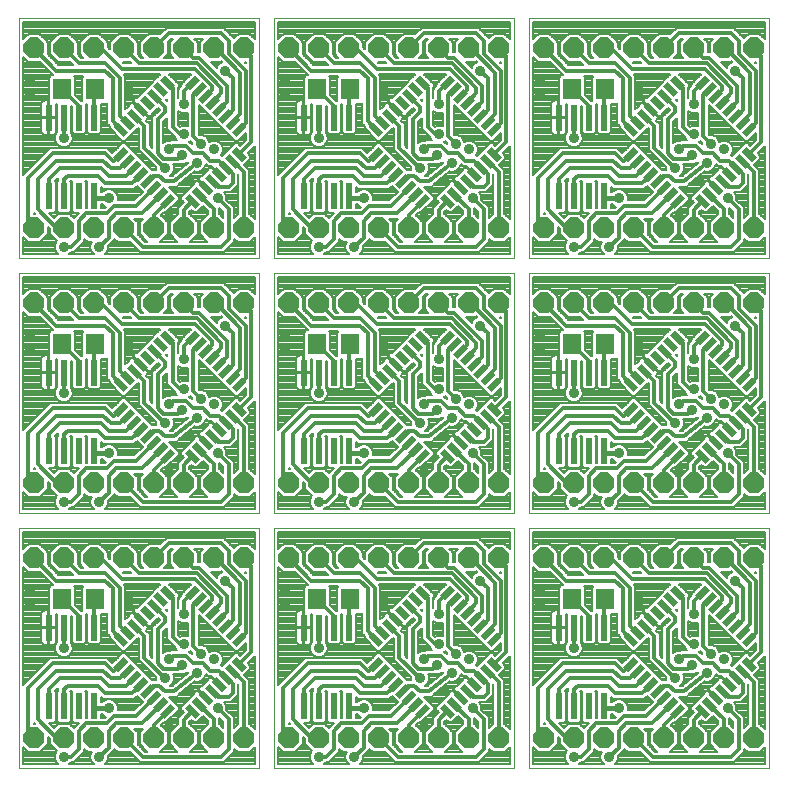
<source format=gtl>
G75*
G70*
%OFA0B0*%
%FSLAX25Y25*%
%IPPOS*%
%LPD*%
%AMOC8*
5,1,8,0,0,1.08239X$1,22.5*
%
%ADD10C,0.00800*%
%ADD11C,0.01600*%
%ADD12C,0.03560*%
%ADD16R,0.06300X0.07090*%
%ADD18OC8,0.07000*%
%ADD21R,0.02200X0.05000*%
%ADD24R,0.02360X0.08660*%
%ADD30C,0.01200*%
%ADD37C,0.00000*%
%ADD41R,0.05000X0.02200*%
X0010000Y0010000D02*
G75*
%LPD*%
D37*
X0010000Y0010000D02*
X0090000Y0010000D01*
X0090000Y0090000D01*
X0010000Y0090000D01*
X0010000Y0010000D01*
D41*
G36*
X0043030Y0055450D02*
X0046550Y0051930D01*
X0044990Y0050370D01*
X0041470Y0053890D01*
X0043030Y0055450D01*
G37*
G36*
X0045250Y0057670D02*
X0048770Y0054150D01*
X0047210Y0052590D01*
X0043690Y0056110D01*
X0045250Y0057670D01*
G37*
G36*
X0047480Y0059900D02*
X0051000Y0056380D01*
X0049440Y0054820D01*
X0045920Y0058340D01*
X0047480Y0059900D01*
G37*
G36*
X0049710Y0062130D02*
X0053230Y0058610D01*
X0051670Y0057050D01*
X0048150Y0060570D01*
X0049710Y0062130D01*
G37*
G36*
X0051930Y0064350D02*
X0055450Y0060830D01*
X0053890Y0059270D01*
X0050370Y0062790D01*
X0051930Y0064350D01*
G37*
G36*
X0054160Y0066580D02*
X0057680Y0063060D01*
X0056120Y0061500D01*
X0052600Y0065020D01*
X0054160Y0066580D01*
G37*
G36*
X0056390Y0068810D02*
X0059910Y0065290D01*
X0058350Y0063730D01*
X0054830Y0067250D01*
X0056390Y0068810D01*
G37*
G36*
X0058610Y0071030D02*
X0062130Y0067510D01*
X0060570Y0065950D01*
X0057050Y0069470D01*
X0058610Y0071030D01*
G37*
G36*
X0082510Y0047130D02*
X0086030Y0043610D01*
X0084470Y0042050D01*
X0080950Y0045570D01*
X0082510Y0047130D01*
G37*
G36*
X0080290Y0044910D02*
X0083810Y0041390D01*
X0082250Y0039830D01*
X0078730Y0043350D01*
X0080290Y0044910D01*
G37*
G36*
X0078060Y0042680D02*
X0081580Y0039160D01*
X0080020Y0037600D01*
X0076500Y0041120D01*
X0078060Y0042680D01*
G37*
G36*
X0075830Y0040450D02*
X0079350Y0036930D01*
X0077790Y0035370D01*
X0074270Y0038890D01*
X0075830Y0040450D01*
G37*
G36*
X0073610Y0038230D02*
X0077130Y0034710D01*
X0075570Y0033150D01*
X0072050Y0036670D01*
X0073610Y0038230D01*
G37*
G36*
X0071380Y0036000D02*
X0074900Y0032480D01*
X0073340Y0030920D01*
X0069820Y0034440D01*
X0071380Y0036000D01*
G37*
G36*
X0069150Y0033770D02*
X0072670Y0030250D01*
X0071110Y0028690D01*
X0067590Y0032210D01*
X0069150Y0033770D01*
G37*
G36*
X0066930Y0031550D02*
X0070450Y0028030D01*
X0068890Y0026470D01*
X0065370Y0029990D01*
X0066930Y0031550D01*
G37*
D21*
G36*
X0060570Y0031550D02*
X0062130Y0029990D01*
X0058610Y0026470D01*
X0057050Y0028030D01*
X0060570Y0031550D01*
G37*
G36*
X0058350Y0033770D02*
X0059910Y0032210D01*
X0056390Y0028690D01*
X0054830Y0030250D01*
X0058350Y0033770D01*
G37*
G36*
X0056120Y0036000D02*
X0057680Y0034440D01*
X0054160Y0030920D01*
X0052600Y0032480D01*
X0056120Y0036000D01*
G37*
G36*
X0053890Y0038230D02*
X0055450Y0036670D01*
X0051930Y0033150D01*
X0050370Y0034710D01*
X0053890Y0038230D01*
G37*
G36*
X0051670Y0040450D02*
X0053230Y0038890D01*
X0049710Y0035370D01*
X0048150Y0036930D01*
X0051670Y0040450D01*
G37*
G36*
X0049440Y0042680D02*
X0051000Y0041120D01*
X0047480Y0037600D01*
X0045920Y0039160D01*
X0049440Y0042680D01*
G37*
G36*
X0047210Y0044910D02*
X0048770Y0043350D01*
X0045250Y0039830D01*
X0043690Y0041390D01*
X0047210Y0044910D01*
G37*
G36*
X0044990Y0047130D02*
X0046550Y0045570D01*
X0043030Y0042050D01*
X0041470Y0043610D01*
X0044990Y0047130D01*
G37*
G36*
X0068890Y0071030D02*
X0070450Y0069470D01*
X0066930Y0065950D01*
X0065370Y0067510D01*
X0068890Y0071030D01*
G37*
G36*
X0071110Y0068810D02*
X0072670Y0067250D01*
X0069150Y0063730D01*
X0067590Y0065290D01*
X0071110Y0068810D01*
G37*
G36*
X0073340Y0066580D02*
X0074900Y0065020D01*
X0071380Y0061500D01*
X0069820Y0063060D01*
X0073340Y0066580D01*
G37*
G36*
X0075570Y0064350D02*
X0077130Y0062790D01*
X0073610Y0059270D01*
X0072050Y0060830D01*
X0075570Y0064350D01*
G37*
G36*
X0077790Y0062130D02*
X0079350Y0060570D01*
X0075830Y0057050D01*
X0074270Y0058610D01*
X0077790Y0062130D01*
G37*
G36*
X0080020Y0059900D02*
X0081580Y0058340D01*
X0078060Y0054820D01*
X0076500Y0056380D01*
X0080020Y0059900D01*
G37*
G36*
X0082250Y0057670D02*
X0083810Y0056110D01*
X0080290Y0052590D01*
X0078730Y0054150D01*
X0082250Y0057670D01*
G37*
G36*
X0084470Y0055450D02*
X0086030Y0053890D01*
X0082510Y0050370D01*
X0080950Y0051930D01*
X0084470Y0055450D01*
G37*
D24*
X0035000Y0056860D03*
X0030000Y0056860D03*
X0025000Y0056860D03*
X0020000Y0056860D03*
X0020000Y0030640D03*
X0025000Y0030640D03*
X0030000Y0030640D03*
X0035000Y0030640D03*
D18*
X0035000Y0020000D03*
X0025000Y0020000D03*
X0015000Y0020000D03*
X0045000Y0020000D03*
X0055000Y0020000D03*
X0065000Y0020000D03*
X0075000Y0020000D03*
X0085000Y0020000D03*
X0085000Y0080000D03*
X0075000Y0080000D03*
X0065000Y0080000D03*
X0055000Y0080000D03*
X0045000Y0080000D03*
X0035000Y0080000D03*
X0025000Y0080000D03*
X0015000Y0080000D03*
D16*
X0024490Y0066250D03*
X0035510Y0066250D03*
D30*
X0035000Y0065740D02*
X0035000Y0056860D01*
X0030000Y0060740D02*
X0024490Y0066250D01*
X0022500Y0072500D02*
X0038750Y0072500D01*
X0041250Y0070000D01*
X0041250Y0055660D01*
X0044010Y0052910D01*
X0046120Y0055130D02*
X0043750Y0057500D01*
X0043750Y0070000D01*
X0038750Y0075000D01*
X0030000Y0075000D01*
X0025000Y0080000D01*
X0022500Y0072500D02*
X0015000Y0080000D01*
X0035000Y0080000D02*
X0037500Y0080000D01*
X0044380Y0073130D01*
X0068750Y0073130D01*
X0074380Y0067500D01*
X0074380Y0066060D01*
X0072360Y0064040D01*
X0074590Y0062090D02*
X0074590Y0061810D01*
X0074590Y0062090D02*
X0077500Y0065000D01*
X0077500Y0066880D01*
X0069380Y0075000D01*
X0050000Y0075000D01*
X0045000Y0080000D01*
X0055000Y0080000D02*
X0060000Y0085000D01*
X0077500Y0085000D01*
X0080000Y0082500D01*
X0080000Y0078130D01*
X0085630Y0072500D01*
X0085630Y0055040D01*
X0083490Y0052910D01*
X0082500Y0056250D02*
X0082500Y0056880D01*
X0083750Y0058130D01*
X0083750Y0071880D01*
X0075630Y0080000D01*
X0070000Y0076880D02*
X0079380Y0067500D01*
X0079380Y0062150D01*
X0076810Y0059590D01*
X0079040Y0057360D02*
X0081250Y0059570D01*
X0081250Y0070000D01*
X0078750Y0072500D01*
X0085000Y0080000D02*
X0087500Y0077500D01*
X0087500Y0048750D01*
X0083490Y0044740D01*
X0081270Y0042370D02*
X0085000Y0038640D01*
X0085000Y0020000D01*
X0080000Y0016250D02*
X0080000Y0026250D01*
X0076250Y0030000D01*
X0075000Y0026360D02*
X0070130Y0031230D01*
X0067910Y0029010D02*
X0065000Y0026100D01*
X0065000Y0020000D01*
X0059590Y0029010D02*
X0055000Y0024410D01*
X0055000Y0020000D01*
X0051140Y0025000D02*
X0042500Y0025000D01*
X0040000Y0022500D01*
X0040000Y0016880D01*
X0036880Y0013750D01*
X0030000Y0016250D02*
X0027500Y0013750D01*
X0025000Y0013750D01*
X0030000Y0016250D02*
X0030000Y0022500D01*
X0032500Y0025000D01*
X0039380Y0025000D01*
X0041880Y0027500D01*
X0049180Y0027500D01*
X0055140Y0033460D01*
X0052910Y0035690D02*
X0054730Y0037500D01*
X0056880Y0037500D01*
X0058750Y0035630D01*
X0061880Y0035630D01*
X0069380Y0041880D01*
X0068130Y0045000D02*
X0071250Y0045000D01*
X0073750Y0042500D01*
X0076680Y0042500D01*
X0079040Y0040140D01*
X0081250Y0037930D01*
X0081250Y0035000D01*
X0080000Y0033750D01*
X0076520Y0033750D01*
X0074590Y0035690D01*
X0075000Y0026360D02*
X0075000Y0020000D01*
X0080000Y0016250D02*
X0077500Y0013750D01*
X0051250Y0013750D01*
X0045000Y0020000D01*
X0051140Y0025000D02*
X0057370Y0031230D01*
X0050690Y0037910D02*
X0047770Y0035000D01*
X0038750Y0035000D01*
X0036250Y0037500D01*
X0026250Y0037500D01*
X0025000Y0036250D01*
X0025000Y0030640D01*
X0020000Y0030640D02*
X0020000Y0036250D01*
X0023750Y0040000D01*
X0037500Y0040000D01*
X0040000Y0037500D01*
X0045820Y0037500D01*
X0048460Y0040140D01*
X0046120Y0042370D02*
X0043750Y0040000D01*
X0040630Y0040000D01*
X0038130Y0042500D01*
X0022500Y0042500D01*
X0016250Y0036250D01*
X0016250Y0026250D01*
X0022500Y0020000D01*
X0025000Y0020000D01*
X0015000Y0020000D02*
X0013130Y0021880D01*
X0013130Y0036880D01*
X0021250Y0045000D01*
X0038750Y0045000D01*
X0041250Y0042500D01*
X0041910Y0042500D01*
X0044010Y0044590D01*
X0051880Y0046880D02*
X0051880Y0053940D01*
X0048460Y0057360D01*
X0055140Y0064040D02*
X0058750Y0060430D01*
X0058750Y0058750D01*
X0056250Y0056250D01*
X0056250Y0045000D01*
X0058130Y0043130D01*
X0063130Y0043130D01*
X0064380Y0044380D01*
X0065630Y0047500D02*
X0061250Y0047500D01*
X0060000Y0046250D01*
X0065630Y0047500D02*
X0068130Y0045000D01*
X0070630Y0048130D02*
X0068130Y0050630D01*
X0068130Y0064260D01*
X0070130Y0066270D01*
X0067910Y0068490D02*
X0065000Y0065590D01*
X0065000Y0061250D01*
X0061250Y0066840D02*
X0059590Y0068490D01*
X0061250Y0066840D02*
X0061250Y0053750D01*
X0063750Y0051250D01*
X0065000Y0051250D01*
X0058750Y0040000D02*
X0051880Y0046880D01*
X0025000Y0050000D02*
X0025000Y0056860D01*
X0065000Y0080000D02*
X0068130Y0076880D01*
X0070000Y0076880D01*
D10*
X0069700Y0078670D02*
X0069700Y0081950D01*
X0068450Y0083200D01*
X0071550Y0083200D01*
X0070300Y0081950D01*
X0070300Y0078670D01*
X0069700Y0078670D01*
X0069700Y0079080D02*
X0070300Y0079080D01*
X0070300Y0079870D02*
X0069700Y0079870D01*
X0069700Y0080650D02*
X0070300Y0080650D01*
X0070300Y0081440D02*
X0069700Y0081440D01*
X0069430Y0082220D02*
X0070570Y0082220D01*
X0071360Y0083010D02*
X0068640Y0083010D01*
X0075000Y0080000D02*
X0075630Y0080000D01*
X0077360Y0075720D02*
X0077760Y0075320D01*
X0077060Y0075030D01*
X0076220Y0074190D01*
X0075930Y0073490D01*
X0074120Y0075300D01*
X0076950Y0075300D01*
X0077360Y0075720D01*
X0077370Y0075160D02*
X0074270Y0075160D01*
X0075050Y0074370D02*
X0076400Y0074370D01*
X0075970Y0073590D02*
X0075840Y0073590D01*
X0067480Y0071330D02*
X0064160Y0068000D01*
X0064160Y0067290D01*
X0063200Y0066340D01*
X0063200Y0063670D01*
X0063050Y0063520D01*
X0063050Y0066720D01*
X0063340Y0067010D01*
X0063340Y0068000D01*
X0060020Y0071330D01*
X0067480Y0071330D01*
X0067390Y0071230D02*
X0060110Y0071230D01*
X0060900Y0070450D02*
X0066600Y0070450D01*
X0065820Y0069660D02*
X0061680Y0069660D01*
X0062470Y0068880D02*
X0065030Y0068880D01*
X0064250Y0068090D02*
X0063250Y0068090D01*
X0063340Y0067310D02*
X0064160Y0067310D01*
X0063380Y0066520D02*
X0063050Y0066520D01*
X0063050Y0065740D02*
X0063200Y0065740D01*
X0063200Y0064950D02*
X0063050Y0064950D01*
X0063050Y0064170D02*
X0063200Y0064170D01*
X0059450Y0063120D02*
X0059450Y0062280D01*
X0059030Y0062700D01*
X0059450Y0063120D01*
X0059450Y0062600D02*
X0059130Y0062600D01*
X0056480Y0060150D02*
X0056950Y0059690D01*
X0056950Y0059500D01*
X0054450Y0057000D01*
X0054450Y0046850D01*
X0053670Y0047620D01*
X0053670Y0054690D01*
X0052480Y0055890D01*
X0052540Y0055920D01*
X0053340Y0056720D01*
X0050690Y0059370D01*
X0050900Y0059590D01*
X0053550Y0056930D01*
X0054350Y0057740D01*
X0054540Y0058060D01*
X0054590Y0058260D01*
X0056480Y0060150D01*
X0056910Y0059460D02*
X0055790Y0059460D01*
X0056120Y0058670D02*
X0055000Y0058670D01*
X0055340Y0057890D02*
X0054440Y0057890D01*
X0054550Y0057100D02*
X0053720Y0057100D01*
X0053380Y0057100D02*
X0052960Y0057100D01*
X0052930Y0056320D02*
X0054450Y0056320D01*
X0054450Y0055530D02*
X0052830Y0055530D01*
X0053620Y0054750D02*
X0054450Y0054750D01*
X0054450Y0053960D02*
X0053670Y0053960D01*
X0053670Y0053180D02*
X0054450Y0053180D01*
X0054450Y0052390D02*
X0053670Y0052390D01*
X0053670Y0051610D02*
X0054450Y0051610D01*
X0054450Y0050820D02*
X0053670Y0050820D01*
X0053670Y0050040D02*
X0054450Y0050040D01*
X0054450Y0049250D02*
X0053670Y0049250D01*
X0053670Y0048470D02*
X0054450Y0048470D01*
X0054450Y0047680D02*
X0053670Y0047680D01*
X0054400Y0046900D02*
X0054450Y0046900D01*
X0051660Y0044540D02*
X0049290Y0044540D01*
X0049950Y0043890D02*
X0047720Y0046110D01*
X0050090Y0046110D01*
X0050080Y0046130D02*
X0055770Y0040440D01*
X0055770Y0039410D01*
X0055810Y0039300D01*
X0054530Y0039300D01*
X0054400Y0039430D01*
X0052170Y0041660D01*
X0049950Y0043890D01*
X0050080Y0043760D02*
X0052450Y0043760D01*
X0053230Y0042970D02*
X0050860Y0042970D01*
X0051650Y0042190D02*
X0054020Y0042190D01*
X0054800Y0041400D02*
X0052430Y0041400D01*
X0053220Y0040620D02*
X0055590Y0040620D01*
X0055770Y0039830D02*
X0054000Y0039830D01*
X0050880Y0045330D02*
X0048510Y0045330D01*
X0047720Y0046110D02*
X0045490Y0048340D01*
X0044500Y0048340D01*
X0041230Y0045070D01*
X0039500Y0046800D01*
X0020500Y0046800D01*
X0019450Y0045750D01*
X0011400Y0037700D01*
X0011400Y0076950D01*
X0013050Y0075300D01*
X0016950Y0075300D01*
X0017050Y0075400D01*
X0020700Y0071750D01*
X0021460Y0070990D01*
X0020840Y0070990D01*
X0020140Y0070290D01*
X0020140Y0062210D01*
X0020190Y0062160D01*
X0020190Y0057050D01*
X0022580Y0057050D01*
X0022580Y0061380D01*
X0022550Y0061510D01*
X0022620Y0061510D01*
X0022620Y0052030D01*
X0022720Y0051930D01*
X0022470Y0051690D01*
X0022020Y0050590D01*
X0022020Y0049410D01*
X0022470Y0048310D01*
X0023310Y0047470D01*
X0024410Y0047020D01*
X0025590Y0047020D01*
X0026690Y0047470D01*
X0027530Y0048310D01*
X0027980Y0049410D01*
X0027980Y0050590D01*
X0027530Y0051690D01*
X0027280Y0051930D01*
X0027380Y0052030D01*
X0027380Y0060810D01*
X0027620Y0060570D01*
X0027620Y0052030D01*
X0028320Y0051330D01*
X0031680Y0051330D01*
X0032380Y0052030D01*
X0032380Y0061510D01*
X0032620Y0061510D01*
X0032620Y0052030D01*
X0033320Y0051330D01*
X0036680Y0051330D01*
X0037380Y0052030D01*
X0037380Y0061510D01*
X0039160Y0061510D01*
X0039450Y0061800D01*
X0039450Y0054910D01*
X0040260Y0054110D01*
X0040260Y0053400D01*
X0044500Y0049160D01*
X0045490Y0049160D01*
X0047750Y0051420D01*
X0049800Y0053470D01*
X0050080Y0053200D01*
X0050080Y0046130D01*
X0050080Y0046900D02*
X0046940Y0046900D01*
X0046150Y0047680D02*
X0050080Y0047680D01*
X0050080Y0048470D02*
X0027590Y0048470D01*
X0027920Y0049250D02*
X0044410Y0049250D01*
X0043620Y0050040D02*
X0027980Y0050040D01*
X0027890Y0050820D02*
X0042840Y0050820D01*
X0042050Y0051610D02*
X0036950Y0051610D01*
X0037380Y0052390D02*
X0041270Y0052390D01*
X0040480Y0053180D02*
X0037380Y0053180D01*
X0037380Y0053960D02*
X0040260Y0053960D01*
X0039620Y0054750D02*
X0037380Y0054750D01*
X0037380Y0055530D02*
X0039450Y0055530D01*
X0039450Y0056320D02*
X0037380Y0056320D01*
X0037380Y0057100D02*
X0039450Y0057100D01*
X0039450Y0057890D02*
X0037380Y0057890D01*
X0037380Y0058670D02*
X0039450Y0058670D01*
X0039450Y0059460D02*
X0037380Y0059460D01*
X0037380Y0060240D02*
X0039450Y0060240D01*
X0039450Y0061030D02*
X0037380Y0061030D01*
X0032620Y0061030D02*
X0032380Y0061030D01*
X0032380Y0060240D02*
X0032620Y0060240D01*
X0032620Y0059460D02*
X0032380Y0059460D01*
X0032380Y0058670D02*
X0032620Y0058670D01*
X0032620Y0057890D02*
X0032380Y0057890D01*
X0032380Y0057100D02*
X0032620Y0057100D01*
X0032620Y0056320D02*
X0032380Y0056320D01*
X0032380Y0055530D02*
X0032620Y0055530D01*
X0032620Y0054750D02*
X0032380Y0054750D01*
X0032380Y0053960D02*
X0032620Y0053960D01*
X0032620Y0053180D02*
X0032380Y0053180D01*
X0032380Y0052390D02*
X0032620Y0052390D01*
X0033050Y0051610D02*
X0031950Y0051610D01*
X0028050Y0051610D02*
X0027560Y0051610D01*
X0027620Y0052390D02*
X0027380Y0052390D01*
X0027380Y0053180D02*
X0027620Y0053180D01*
X0027620Y0053960D02*
X0027380Y0053960D01*
X0027380Y0054750D02*
X0027620Y0054750D01*
X0027620Y0055530D02*
X0027380Y0055530D01*
X0027380Y0056320D02*
X0027620Y0056320D01*
X0027620Y0057100D02*
X0027380Y0057100D01*
X0027380Y0057890D02*
X0027620Y0057890D01*
X0027620Y0058670D02*
X0027380Y0058670D01*
X0027380Y0059460D02*
X0027620Y0059460D01*
X0027620Y0060240D02*
X0027380Y0060240D01*
X0030000Y0060740D02*
X0030000Y0056860D01*
X0030890Y0062390D02*
X0028840Y0064450D01*
X0028840Y0070290D01*
X0028430Y0070700D01*
X0031570Y0070700D01*
X0031160Y0070290D01*
X0031160Y0062390D01*
X0030890Y0062390D01*
X0030690Y0062600D02*
X0031160Y0062600D01*
X0031160Y0063380D02*
X0029900Y0063380D01*
X0029120Y0064170D02*
X0031160Y0064170D01*
X0031160Y0064950D02*
X0028840Y0064950D01*
X0028840Y0065740D02*
X0031160Y0065740D01*
X0031160Y0066520D02*
X0028840Y0066520D01*
X0028840Y0067310D02*
X0031160Y0067310D01*
X0031160Y0068090D02*
X0028840Y0068090D01*
X0028840Y0068880D02*
X0031160Y0068880D01*
X0031160Y0069660D02*
X0028840Y0069660D01*
X0028680Y0070450D02*
X0031320Y0070450D01*
X0028150Y0074300D02*
X0023250Y0074300D01*
X0019600Y0077950D01*
X0019700Y0078050D01*
X0019700Y0081950D01*
X0016950Y0084700D01*
X0013050Y0084700D01*
X0011400Y0083050D01*
X0011400Y0088600D01*
X0088600Y0088600D01*
X0088600Y0083050D01*
X0086950Y0084700D01*
X0083050Y0084700D01*
X0081700Y0083350D01*
X0080750Y0084300D01*
X0078250Y0086800D01*
X0059250Y0086800D01*
X0058200Y0085750D01*
X0057050Y0084600D01*
X0056950Y0084700D01*
X0053050Y0084700D01*
X0050300Y0081950D01*
X0050300Y0078050D01*
X0051550Y0076800D01*
X0050750Y0076800D01*
X0049600Y0077950D01*
X0049700Y0078050D01*
X0049700Y0081950D01*
X0046950Y0084700D01*
X0043050Y0084700D01*
X0040300Y0081950D01*
X0040300Y0079750D01*
X0039700Y0080350D01*
X0039700Y0081950D01*
X0036950Y0084700D01*
X0033050Y0084700D01*
X0030300Y0081950D01*
X0030300Y0078050D01*
X0031550Y0076800D01*
X0030750Y0076800D01*
X0029600Y0077950D01*
X0029700Y0078050D01*
X0029700Y0081950D01*
X0026950Y0084700D01*
X0023050Y0084700D01*
X0020300Y0081950D01*
X0020300Y0078050D01*
X0023050Y0075300D01*
X0026950Y0075300D01*
X0027050Y0075400D01*
X0028150Y0074300D01*
X0028080Y0074370D02*
X0023180Y0074370D01*
X0022390Y0075160D02*
X0027300Y0075160D01*
X0030040Y0077510D02*
X0030840Y0077510D01*
X0030300Y0078300D02*
X0029700Y0078300D01*
X0029700Y0079080D02*
X0030300Y0079080D01*
X0030300Y0079870D02*
X0029700Y0079870D01*
X0029700Y0080650D02*
X0030300Y0080650D01*
X0030300Y0081440D02*
X0029700Y0081440D01*
X0029430Y0082220D02*
X0030570Y0082220D01*
X0031360Y0083010D02*
X0028640Y0083010D01*
X0027860Y0083790D02*
X0032140Y0083790D01*
X0032930Y0084580D02*
X0027070Y0084580D01*
X0022930Y0084580D02*
X0017070Y0084580D01*
X0017860Y0083790D02*
X0022140Y0083790D01*
X0021360Y0083010D02*
X0018640Y0083010D01*
X0019430Y0082220D02*
X0020570Y0082220D01*
X0020300Y0081440D02*
X0019700Y0081440D01*
X0019700Y0080650D02*
X0020300Y0080650D01*
X0020300Y0079870D02*
X0019700Y0079870D01*
X0019700Y0079080D02*
X0020300Y0079080D01*
X0020300Y0078300D02*
X0019700Y0078300D01*
X0020040Y0077510D02*
X0020840Y0077510D01*
X0020820Y0076730D02*
X0021630Y0076730D01*
X0021610Y0075940D02*
X0022410Y0075940D01*
X0019650Y0072800D02*
X0011400Y0072800D01*
X0011400Y0072020D02*
X0020440Y0072020D01*
X0021220Y0071230D02*
X0011400Y0071230D01*
X0011400Y0070450D02*
X0020290Y0070450D01*
X0020140Y0069660D02*
X0011400Y0069660D01*
X0011400Y0068880D02*
X0020140Y0068880D01*
X0020140Y0068090D02*
X0011400Y0068090D01*
X0011400Y0067310D02*
X0020140Y0067310D01*
X0020140Y0066520D02*
X0011400Y0066520D01*
X0011400Y0065740D02*
X0020140Y0065740D01*
X0020140Y0064950D02*
X0011400Y0064950D01*
X0011400Y0064170D02*
X0020140Y0064170D01*
X0020140Y0063380D02*
X0011400Y0063380D01*
X0011400Y0062600D02*
X0020140Y0062600D01*
X0019810Y0062590D02*
X0018630Y0062590D01*
X0018280Y0062500D01*
X0017960Y0062310D01*
X0017700Y0062050D01*
X0017510Y0061730D01*
X0017420Y0061380D01*
X0017420Y0057050D01*
X0019810Y0057050D01*
X0019810Y0056670D01*
X0020190Y0056670D01*
X0020190Y0051130D01*
X0021370Y0051130D01*
X0021720Y0051220D01*
X0022040Y0051410D01*
X0022300Y0051670D01*
X0022490Y0051990D01*
X0022580Y0052350D01*
X0022580Y0056670D01*
X0020190Y0056670D01*
X0020190Y0057050D01*
X0019810Y0057050D01*
X0019810Y0062590D01*
X0019810Y0061810D02*
X0020190Y0061810D01*
X0020190Y0061030D02*
X0019810Y0061030D01*
X0019810Y0060240D02*
X0020190Y0060240D01*
X0020190Y0059460D02*
X0019810Y0059460D01*
X0019810Y0058670D02*
X0020190Y0058670D01*
X0020190Y0057890D02*
X0019810Y0057890D01*
X0019810Y0057100D02*
X0020190Y0057100D01*
X0019810Y0056670D02*
X0019810Y0051130D01*
X0018630Y0051130D01*
X0018280Y0051220D01*
X0017960Y0051410D01*
X0017700Y0051670D01*
X0017510Y0051990D01*
X0017420Y0052350D01*
X0017420Y0056670D01*
X0019810Y0056670D01*
X0019810Y0056320D02*
X0020190Y0056320D01*
X0020190Y0055530D02*
X0019810Y0055530D01*
X0019810Y0054750D02*
X0020190Y0054750D01*
X0020190Y0053960D02*
X0019810Y0053960D01*
X0019810Y0053180D02*
X0020190Y0053180D01*
X0020190Y0052390D02*
X0019810Y0052390D01*
X0019810Y0051610D02*
X0020190Y0051610D01*
X0022240Y0051610D02*
X0022440Y0051610D01*
X0022580Y0052390D02*
X0022620Y0052390D01*
X0022580Y0053180D02*
X0022620Y0053180D01*
X0022580Y0053960D02*
X0022620Y0053960D01*
X0022580Y0054750D02*
X0022620Y0054750D01*
X0022580Y0055530D02*
X0022620Y0055530D01*
X0022580Y0056320D02*
X0022620Y0056320D01*
X0022580Y0057100D02*
X0022620Y0057100D01*
X0022580Y0057890D02*
X0022620Y0057890D01*
X0022580Y0058670D02*
X0022620Y0058670D01*
X0022580Y0059460D02*
X0022620Y0059460D01*
X0022580Y0060240D02*
X0022620Y0060240D01*
X0022580Y0061030D02*
X0022620Y0061030D01*
X0017560Y0061810D02*
X0011400Y0061810D01*
X0011400Y0061030D02*
X0017420Y0061030D01*
X0017420Y0060240D02*
X0011400Y0060240D01*
X0011400Y0059460D02*
X0017420Y0059460D01*
X0017420Y0058670D02*
X0011400Y0058670D01*
X0011400Y0057890D02*
X0017420Y0057890D01*
X0017420Y0057100D02*
X0011400Y0057100D01*
X0011400Y0056320D02*
X0017420Y0056320D01*
X0017420Y0055530D02*
X0011400Y0055530D01*
X0011400Y0054750D02*
X0017420Y0054750D01*
X0017420Y0053960D02*
X0011400Y0053960D01*
X0011400Y0053180D02*
X0017420Y0053180D01*
X0017420Y0052390D02*
X0011400Y0052390D01*
X0011400Y0051610D02*
X0017760Y0051610D01*
X0022110Y0050820D02*
X0011400Y0050820D01*
X0011400Y0050040D02*
X0022020Y0050040D01*
X0022080Y0049250D02*
X0011400Y0049250D01*
X0011400Y0048470D02*
X0022410Y0048470D01*
X0023100Y0047680D02*
X0011400Y0047680D01*
X0011400Y0046900D02*
X0043050Y0046900D01*
X0043840Y0047680D02*
X0026900Y0047680D01*
X0019810Y0046110D02*
X0011400Y0046110D01*
X0011400Y0045330D02*
X0019030Y0045330D01*
X0018240Y0044540D02*
X0011400Y0044540D01*
X0011400Y0043760D02*
X0017460Y0043760D01*
X0016670Y0042970D02*
X0011400Y0042970D01*
X0011400Y0042190D02*
X0015890Y0042190D01*
X0015100Y0041400D02*
X0011400Y0041400D01*
X0011400Y0040620D02*
X0014320Y0040620D01*
X0013530Y0039830D02*
X0011400Y0039830D01*
X0011400Y0039050D02*
X0012750Y0039050D01*
X0011960Y0038260D02*
X0011400Y0038260D01*
X0022070Y0035780D02*
X0023200Y0036900D01*
X0023200Y0036050D01*
X0022620Y0035470D01*
X0022620Y0025810D01*
X0023320Y0025110D01*
X0026680Y0025110D01*
X0027380Y0025810D01*
X0027380Y0035470D01*
X0027150Y0035700D01*
X0027850Y0035700D01*
X0027620Y0035470D01*
X0027620Y0025810D01*
X0028320Y0025110D01*
X0030060Y0025110D01*
X0029250Y0024300D01*
X0028300Y0023350D01*
X0026950Y0024700D01*
X0023050Y0024700D01*
X0021700Y0023350D01*
X0019940Y0025110D01*
X0021680Y0025110D01*
X0022380Y0025810D01*
X0022380Y0035470D01*
X0022070Y0035780D01*
X0022200Y0035910D02*
X0023060Y0035910D01*
X0022990Y0036690D02*
X0023200Y0036690D01*
X0022620Y0035120D02*
X0022380Y0035120D01*
X0022380Y0034340D02*
X0022620Y0034340D01*
X0022620Y0033550D02*
X0022380Y0033550D01*
X0022380Y0032770D02*
X0022620Y0032770D01*
X0022620Y0031980D02*
X0022380Y0031980D01*
X0022380Y0031200D02*
X0022620Y0031200D01*
X0022620Y0030410D02*
X0022380Y0030410D01*
X0022380Y0029630D02*
X0022620Y0029630D01*
X0022620Y0028840D02*
X0022380Y0028840D01*
X0022380Y0028060D02*
X0022620Y0028060D01*
X0022620Y0027270D02*
X0022380Y0027270D01*
X0022380Y0026490D02*
X0022620Y0026490D01*
X0022730Y0025700D02*
X0022270Y0025700D01*
X0022480Y0024130D02*
X0020920Y0024130D01*
X0020130Y0024920D02*
X0029870Y0024920D01*
X0029080Y0024130D02*
X0027520Y0024130D01*
X0027270Y0025700D02*
X0027730Y0025700D01*
X0027620Y0026490D02*
X0027380Y0026490D01*
X0027380Y0027270D02*
X0027620Y0027270D01*
X0027620Y0028060D02*
X0027380Y0028060D01*
X0027380Y0028840D02*
X0027620Y0028840D01*
X0027620Y0029630D02*
X0027380Y0029630D01*
X0027380Y0030410D02*
X0027620Y0030410D01*
X0027620Y0031200D02*
X0027380Y0031200D01*
X0027380Y0031980D02*
X0027620Y0031980D01*
X0027620Y0032770D02*
X0027380Y0032770D01*
X0027380Y0033550D02*
X0027620Y0033550D01*
X0027620Y0034340D02*
X0027380Y0034340D01*
X0027380Y0035120D02*
X0027620Y0035120D01*
X0032150Y0035700D02*
X0032850Y0035700D01*
X0032620Y0035470D01*
X0032620Y0026800D01*
X0032380Y0026800D01*
X0032380Y0035470D01*
X0032150Y0035700D01*
X0032380Y0035120D02*
X0032620Y0035120D01*
X0032620Y0034340D02*
X0032380Y0034340D01*
X0032380Y0033550D02*
X0032620Y0033550D01*
X0032620Y0032770D02*
X0032380Y0032770D01*
X0032380Y0031980D02*
X0032620Y0031980D01*
X0032620Y0031200D02*
X0032380Y0031200D01*
X0032380Y0030410D02*
X0032620Y0030410D01*
X0032620Y0029630D02*
X0032380Y0029630D01*
X0032380Y0028840D02*
X0032620Y0028840D01*
X0032620Y0028060D02*
X0032380Y0028060D01*
X0032380Y0027270D02*
X0032620Y0027270D01*
X0037380Y0027270D02*
X0038800Y0027270D01*
X0039010Y0027180D02*
X0038630Y0026800D01*
X0037380Y0026800D01*
X0037380Y0028000D01*
X0037780Y0028000D01*
X0038310Y0027470D01*
X0039010Y0027180D01*
X0042940Y0029300D02*
X0042980Y0029410D01*
X0042980Y0030590D01*
X0042530Y0031690D01*
X0041690Y0032530D01*
X0040590Y0032980D01*
X0039410Y0032980D01*
X0038310Y0032530D01*
X0037780Y0032000D01*
X0037380Y0032000D01*
X0037380Y0033820D01*
X0038000Y0033200D01*
X0048520Y0033200D01*
X0049340Y0034020D01*
X0051250Y0032120D01*
X0048440Y0029300D01*
X0042940Y0029300D01*
X0042980Y0029630D02*
X0048760Y0029630D01*
X0049550Y0030410D02*
X0042980Y0030410D01*
X0042730Y0031200D02*
X0050330Y0031200D01*
X0051120Y0031980D02*
X0042240Y0031980D01*
X0041110Y0032770D02*
X0050600Y0032770D01*
X0049820Y0033550D02*
X0048870Y0033550D01*
X0058050Y0024920D02*
X0063200Y0024920D01*
X0063200Y0024700D02*
X0063200Y0025350D01*
X0063200Y0026850D01*
X0065010Y0028650D01*
X0064160Y0029500D01*
X0064160Y0030490D01*
X0066390Y0032720D01*
X0068460Y0034790D01*
X0068510Y0034990D01*
X0068690Y0035310D01*
X0069500Y0036110D01*
X0072150Y0033460D01*
X0072360Y0033670D01*
X0069710Y0036320D01*
X0070510Y0037130D01*
X0070830Y0037310D01*
X0071030Y0037360D01*
X0072910Y0039240D01*
X0072960Y0039440D01*
X0073150Y0039760D01*
X0073950Y0040570D01*
X0076600Y0037910D01*
X0076810Y0038130D01*
X0074240Y0040700D01*
X0073000Y0040700D01*
X0072360Y0041350D01*
X0072360Y0041280D01*
X0071900Y0040190D01*
X0071060Y0039350D01*
X0069970Y0038890D01*
X0068780Y0038890D01*
X0068670Y0038940D01*
X0063090Y0034290D01*
X0062620Y0033830D01*
X0062530Y0033830D01*
X0062450Y0033760D01*
X0061790Y0033830D01*
X0060010Y0033830D01*
X0061080Y0032750D01*
X0063340Y0030490D01*
X0063340Y0029500D01*
X0059100Y0025260D01*
X0058390Y0025260D01*
X0057390Y0024260D01*
X0059700Y0021950D01*
X0059700Y0018050D01*
X0057200Y0015550D01*
X0062800Y0015550D01*
X0060300Y0018050D01*
X0060300Y0021950D01*
X0063050Y0024700D01*
X0063200Y0024700D01*
X0062480Y0024130D02*
X0057520Y0024130D01*
X0058300Y0023350D02*
X0061700Y0023350D01*
X0060910Y0022560D02*
X0059090Y0022560D01*
X0059700Y0021780D02*
X0060300Y0021780D01*
X0060300Y0020990D02*
X0059700Y0020990D01*
X0059700Y0020210D02*
X0060300Y0020210D01*
X0060300Y0019420D02*
X0059700Y0019420D01*
X0059700Y0018640D02*
X0060300Y0018640D01*
X0060500Y0017850D02*
X0059500Y0017850D01*
X0058710Y0017070D02*
X0061290Y0017070D01*
X0062070Y0016280D02*
X0057930Y0016280D01*
X0052800Y0015550D02*
X0052000Y0015550D01*
X0049600Y0017950D01*
X0049700Y0018050D01*
X0049700Y0021950D01*
X0048450Y0023200D01*
X0051550Y0023200D01*
X0050300Y0021950D01*
X0050300Y0018050D01*
X0052800Y0015550D01*
X0052070Y0016280D02*
X0051270Y0016280D01*
X0051290Y0017070D02*
X0050480Y0017070D01*
X0050500Y0017850D02*
X0049700Y0017850D01*
X0049700Y0018640D02*
X0050300Y0018640D01*
X0050300Y0019420D02*
X0049700Y0019420D01*
X0049700Y0020210D02*
X0050300Y0020210D01*
X0050300Y0020990D02*
X0049700Y0020990D01*
X0049700Y0021780D02*
X0050300Y0021780D01*
X0050910Y0022560D02*
X0049090Y0022560D01*
X0047050Y0015400D02*
X0049450Y0013000D01*
X0050500Y0011950D01*
X0078250Y0011950D01*
X0080750Y0014450D01*
X0081800Y0015500D01*
X0081800Y0016550D01*
X0083050Y0015300D01*
X0086950Y0015300D01*
X0088600Y0016950D01*
X0088600Y0011400D01*
X0038740Y0011400D01*
X0039400Y0012060D01*
X0039860Y0013160D01*
X0039860Y0014190D01*
X0041800Y0016130D01*
X0041800Y0016550D01*
X0043050Y0015300D01*
X0046950Y0015300D01*
X0047050Y0015400D01*
X0047740Y0014710D02*
X0040380Y0014710D01*
X0039860Y0013930D02*
X0048530Y0013930D01*
X0049310Y0013140D02*
X0039850Y0013140D01*
X0039520Y0012360D02*
X0050100Y0012360D01*
X0042860Y0015500D02*
X0041170Y0015500D01*
X0041800Y0016280D02*
X0042070Y0016280D01*
X0038910Y0011570D02*
X0088600Y0011570D01*
X0088600Y0012360D02*
X0078650Y0012360D01*
X0079440Y0013140D02*
X0088600Y0013140D01*
X0088600Y0013930D02*
X0080220Y0013930D01*
X0081010Y0014710D02*
X0088600Y0014710D01*
X0088600Y0015500D02*
X0087140Y0015500D01*
X0087930Y0016280D02*
X0088600Y0016280D01*
X0082860Y0015500D02*
X0081790Y0015500D01*
X0081800Y0016280D02*
X0082070Y0016280D01*
X0081800Y0023450D02*
X0081800Y0027000D01*
X0079230Y0029560D01*
X0079230Y0030590D01*
X0078780Y0031690D01*
X0078520Y0031950D01*
X0080750Y0031950D01*
X0081800Y0033000D01*
X0083050Y0034250D01*
X0083050Y0038040D01*
X0083200Y0037890D01*
X0083200Y0024700D01*
X0083050Y0024700D01*
X0081800Y0023450D01*
X0081800Y0024130D02*
X0082480Y0024130D01*
X0081800Y0024920D02*
X0083200Y0024920D01*
X0083200Y0025700D02*
X0081800Y0025700D01*
X0081800Y0026490D02*
X0083200Y0026490D01*
X0083200Y0027270D02*
X0081530Y0027270D01*
X0080740Y0028060D02*
X0083200Y0028060D01*
X0083200Y0028840D02*
X0079960Y0028840D01*
X0079230Y0029630D02*
X0083200Y0029630D01*
X0083200Y0030410D02*
X0079230Y0030410D01*
X0078980Y0031200D02*
X0083200Y0031200D01*
X0083200Y0031980D02*
X0080780Y0031980D01*
X0081560Y0032770D02*
X0083200Y0032770D01*
X0083200Y0033550D02*
X0082350Y0033550D01*
X0083050Y0034340D02*
X0083200Y0034340D01*
X0083200Y0035120D02*
X0083050Y0035120D01*
X0083050Y0035910D02*
X0083200Y0035910D01*
X0083200Y0036690D02*
X0083050Y0036690D01*
X0083050Y0037480D02*
X0083200Y0037480D01*
X0085570Y0040620D02*
X0088600Y0040620D01*
X0088600Y0041400D02*
X0085530Y0041400D01*
X0085160Y0041020D02*
X0087240Y0043110D01*
X0087240Y0044100D01*
X0086320Y0045020D01*
X0088250Y0046950D01*
X0088600Y0047300D01*
X0088600Y0023050D01*
X0086950Y0024700D01*
X0086800Y0024700D01*
X0086800Y0039380D01*
X0085160Y0041020D01*
X0086350Y0039830D02*
X0088600Y0039830D01*
X0088600Y0039050D02*
X0086800Y0039050D01*
X0086800Y0038260D02*
X0088600Y0038260D01*
X0088600Y0037480D02*
X0086800Y0037480D01*
X0086800Y0036690D02*
X0088600Y0036690D01*
X0088600Y0035910D02*
X0086800Y0035910D01*
X0086800Y0035120D02*
X0088600Y0035120D01*
X0088600Y0034340D02*
X0086800Y0034340D01*
X0086800Y0033550D02*
X0088600Y0033550D01*
X0088600Y0032770D02*
X0086800Y0032770D01*
X0086800Y0031980D02*
X0088600Y0031980D01*
X0088600Y0031200D02*
X0086800Y0031200D01*
X0086800Y0030410D02*
X0088600Y0030410D01*
X0088600Y0029630D02*
X0086800Y0029630D01*
X0086800Y0028840D02*
X0088600Y0028840D01*
X0088600Y0028060D02*
X0086800Y0028060D01*
X0086800Y0027270D02*
X0088600Y0027270D01*
X0088600Y0026490D02*
X0086800Y0026490D01*
X0086800Y0025700D02*
X0088600Y0025700D01*
X0088600Y0024920D02*
X0086800Y0024920D01*
X0087520Y0024130D02*
X0088600Y0024130D01*
X0088600Y0023350D02*
X0088300Y0023350D01*
X0078200Y0023450D02*
X0076950Y0024700D01*
X0076800Y0024700D01*
X0076800Y0026900D01*
X0078200Y0025500D01*
X0078200Y0023450D01*
X0078200Y0024130D02*
X0077520Y0024130D01*
X0078200Y0024920D02*
X0076800Y0024920D01*
X0076800Y0025700D02*
X0078000Y0025700D01*
X0077220Y0026490D02*
X0076800Y0026490D01*
X0073200Y0025620D02*
X0073200Y0024700D01*
X0073050Y0024700D01*
X0070300Y0021950D01*
X0070300Y0018050D01*
X0072800Y0015550D01*
X0067200Y0015550D01*
X0069700Y0018050D01*
X0069700Y0021950D01*
X0066950Y0024700D01*
X0066800Y0024700D01*
X0066800Y0025350D01*
X0067550Y0026110D01*
X0068400Y0025260D01*
X0069390Y0025260D01*
X0071480Y0027340D01*
X0073200Y0025620D01*
X0073120Y0025700D02*
X0069830Y0025700D01*
X0070620Y0026490D02*
X0072330Y0026490D01*
X0071550Y0027270D02*
X0071400Y0027270D01*
X0073200Y0024920D02*
X0066800Y0024920D01*
X0067150Y0025700D02*
X0067960Y0025700D01*
X0067520Y0024130D02*
X0072480Y0024130D01*
X0071700Y0023350D02*
X0068300Y0023350D01*
X0069090Y0022560D02*
X0070910Y0022560D01*
X0070300Y0021780D02*
X0069700Y0021780D01*
X0069700Y0020990D02*
X0070300Y0020990D01*
X0070300Y0020210D02*
X0069700Y0020210D01*
X0069700Y0019420D02*
X0070300Y0019420D01*
X0070300Y0018640D02*
X0069700Y0018640D01*
X0069500Y0017850D02*
X0070500Y0017850D01*
X0071290Y0017070D02*
X0068710Y0017070D01*
X0067930Y0016280D02*
X0072070Y0016280D01*
X0063200Y0025700D02*
X0059540Y0025700D01*
X0060330Y0026490D02*
X0063200Y0026490D01*
X0063620Y0027270D02*
X0061110Y0027270D01*
X0061900Y0028060D02*
X0064410Y0028060D01*
X0064820Y0028840D02*
X0062680Y0028840D01*
X0063340Y0029630D02*
X0064160Y0029630D01*
X0064160Y0030410D02*
X0063340Y0030410D01*
X0062640Y0031200D02*
X0064860Y0031200D01*
X0065650Y0031980D02*
X0061850Y0031980D01*
X0061070Y0032770D02*
X0066430Y0032770D01*
X0067220Y0033550D02*
X0060280Y0033550D01*
X0063140Y0034340D02*
X0068000Y0034340D01*
X0068580Y0035120D02*
X0064080Y0035120D01*
X0065020Y0035910D02*
X0069290Y0035910D01*
X0069700Y0035910D02*
X0070130Y0035910D01*
X0070070Y0036690D02*
X0065960Y0036690D01*
X0066910Y0037480D02*
X0071140Y0037480D01*
X0071930Y0038260D02*
X0067850Y0038260D01*
X0070330Y0039050D02*
X0072710Y0039050D01*
X0073210Y0039830D02*
X0071550Y0039830D01*
X0072080Y0040620D02*
X0074320Y0040620D01*
X0074680Y0039830D02*
X0075110Y0039830D01*
X0075470Y0039050D02*
X0075890Y0039050D01*
X0076250Y0038260D02*
X0076680Y0038260D01*
X0071700Y0034340D02*
X0071270Y0034340D01*
X0070910Y0035120D02*
X0070490Y0035120D01*
X0072060Y0033550D02*
X0072240Y0033550D01*
X0065050Y0040620D02*
X0061720Y0040620D01*
X0061730Y0040590D02*
X0061430Y0041330D01*
X0063870Y0041330D01*
X0063940Y0041390D01*
X0064970Y0041390D01*
X0066060Y0041850D01*
X0066390Y0042180D01*
X0066390Y0041730D01*
X0061220Y0037420D01*
X0060320Y0037420D01*
X0060440Y0037470D01*
X0061280Y0038310D01*
X0061730Y0039410D01*
X0061730Y0040590D01*
X0061730Y0039830D02*
X0064110Y0039830D01*
X0063170Y0039050D02*
X0061580Y0039050D01*
X0061230Y0038260D02*
X0062230Y0038260D01*
X0061280Y0037480D02*
X0060440Y0037480D01*
X0064980Y0041400D02*
X0065990Y0041400D01*
X0067640Y0048030D02*
X0066820Y0048850D01*
X0067090Y0049120D01*
X0067380Y0048830D01*
X0067640Y0048560D01*
X0067640Y0048030D01*
X0067640Y0048470D02*
X0067210Y0048470D01*
X0069920Y0051370D02*
X0069920Y0061240D01*
X0070870Y0060300D01*
X0073100Y0058070D01*
X0075330Y0055840D01*
X0077550Y0053610D01*
X0079780Y0051390D01*
X0082010Y0049160D01*
X0083000Y0049160D01*
X0085700Y0051860D01*
X0085700Y0049500D01*
X0083770Y0047570D01*
X0083000Y0048340D01*
X0082010Y0048340D01*
X0079750Y0046080D01*
X0077700Y0044030D01*
X0077430Y0044300D01*
X0077270Y0044300D01*
X0077530Y0044560D01*
X0077980Y0045660D01*
X0077980Y0046840D01*
X0077530Y0047940D01*
X0076690Y0048780D01*
X0075590Y0049230D01*
X0074410Y0049230D01*
X0073540Y0048870D01*
X0073150Y0049810D01*
X0072310Y0050650D01*
X0071220Y0051110D01*
X0070190Y0051110D01*
X0069920Y0051370D01*
X0069920Y0051610D02*
X0079560Y0051610D01*
X0078780Y0052390D02*
X0069920Y0052390D01*
X0069920Y0053180D02*
X0077990Y0053180D01*
X0077210Y0053960D02*
X0069920Y0053960D01*
X0069920Y0054750D02*
X0076420Y0054750D01*
X0075640Y0055530D02*
X0069920Y0055530D01*
X0069920Y0056320D02*
X0074850Y0056320D01*
X0074070Y0057100D02*
X0069920Y0057100D01*
X0069920Y0057890D02*
X0073280Y0057890D01*
X0072500Y0058670D02*
X0069920Y0058670D01*
X0069920Y0059460D02*
X0071710Y0059460D01*
X0070930Y0060240D02*
X0069920Y0060240D01*
X0069920Y0061030D02*
X0070140Y0061030D01*
X0066330Y0058570D02*
X0066330Y0053930D01*
X0065590Y0054230D01*
X0064410Y0054230D01*
X0063630Y0053910D01*
X0063050Y0054500D01*
X0063050Y0058980D01*
X0063310Y0058720D01*
X0064410Y0058270D01*
X0065590Y0058270D01*
X0066330Y0058570D01*
X0066330Y0057890D02*
X0063050Y0057890D01*
X0063050Y0058670D02*
X0063440Y0058670D01*
X0063050Y0057100D02*
X0066330Y0057100D01*
X0066330Y0056320D02*
X0063050Y0056320D01*
X0063050Y0055530D02*
X0066330Y0055530D01*
X0066330Y0054750D02*
X0063050Y0054750D01*
X0063590Y0053960D02*
X0063750Y0053960D01*
X0066250Y0053960D02*
X0066330Y0053960D01*
X0062180Y0050280D02*
X0060500Y0051950D01*
X0059450Y0053000D01*
X0059450Y0056900D01*
X0058050Y0055500D01*
X0058050Y0048520D01*
X0058310Y0048780D01*
X0059410Y0049230D01*
X0060440Y0049230D01*
X0060500Y0049300D01*
X0062730Y0049300D01*
X0062470Y0049560D01*
X0062180Y0050280D01*
X0062280Y0050040D02*
X0058050Y0050040D01*
X0058050Y0050820D02*
X0061630Y0050820D01*
X0060850Y0051610D02*
X0058050Y0051610D01*
X0058050Y0052390D02*
X0060060Y0052390D01*
X0059450Y0053180D02*
X0058050Y0053180D01*
X0058050Y0053960D02*
X0059450Y0053960D01*
X0059450Y0054750D02*
X0058050Y0054750D01*
X0058080Y0055530D02*
X0059450Y0055530D01*
X0059450Y0056320D02*
X0058860Y0056320D01*
X0052600Y0057890D02*
X0052180Y0057890D01*
X0051810Y0058670D02*
X0051390Y0058670D01*
X0051030Y0059460D02*
X0050770Y0059460D01*
X0050470Y0059590D02*
X0050690Y0059800D01*
X0048030Y0062450D01*
X0048840Y0063250D01*
X0049160Y0063440D01*
X0049360Y0063490D01*
X0051430Y0065560D01*
X0053650Y0067790D01*
X0055880Y0070010D01*
X0057190Y0071330D01*
X0044970Y0071330D01*
X0045550Y0070750D01*
X0045550Y0059680D01*
X0046780Y0060910D01*
X0046840Y0061120D01*
X0047020Y0061440D01*
X0047820Y0062240D01*
X0050470Y0059590D01*
X0050240Y0060240D02*
X0049820Y0060240D01*
X0049460Y0061030D02*
X0049040Y0061030D01*
X0048670Y0061810D02*
X0048250Y0061810D01*
X0048180Y0062600D02*
X0045550Y0062600D01*
X0045550Y0063380D02*
X0049060Y0063380D01*
X0050030Y0064170D02*
X0045550Y0064170D01*
X0045550Y0064950D02*
X0050820Y0064950D01*
X0051600Y0065740D02*
X0045550Y0065740D01*
X0045550Y0066520D02*
X0052390Y0066520D01*
X0053170Y0067310D02*
X0045550Y0067310D01*
X0045550Y0068090D02*
X0053960Y0068090D01*
X0054740Y0068880D02*
X0045550Y0068880D01*
X0045550Y0069660D02*
X0055530Y0069660D01*
X0056310Y0070450D02*
X0045550Y0070450D01*
X0045070Y0071230D02*
X0057100Y0071230D01*
X0058450Y0076800D02*
X0059700Y0078050D01*
X0059700Y0081950D01*
X0059600Y0082050D01*
X0060750Y0083200D01*
X0061550Y0083200D01*
X0060300Y0081950D01*
X0060300Y0078050D01*
X0061550Y0076800D01*
X0058450Y0076800D01*
X0059160Y0077510D02*
X0060840Y0077510D01*
X0060300Y0078300D02*
X0059700Y0078300D01*
X0059700Y0079080D02*
X0060300Y0079080D01*
X0060300Y0079870D02*
X0059700Y0079870D01*
X0059700Y0080650D02*
X0060300Y0080650D01*
X0060300Y0081440D02*
X0059700Y0081440D01*
X0059770Y0082220D02*
X0060570Y0082220D01*
X0060550Y0083010D02*
X0061360Y0083010D01*
X0058600Y0086150D02*
X0011400Y0086150D01*
X0011400Y0086930D02*
X0088600Y0086930D01*
X0088600Y0086150D02*
X0078900Y0086150D01*
X0079690Y0085360D02*
X0088600Y0085360D01*
X0088600Y0084580D02*
X0087070Y0084580D01*
X0087860Y0083790D02*
X0088600Y0083790D01*
X0088600Y0087720D02*
X0011400Y0087720D01*
X0011400Y0088500D02*
X0088600Y0088500D01*
X0082930Y0084580D02*
X0080470Y0084580D01*
X0081260Y0083790D02*
X0082140Y0083790D01*
X0085370Y0075300D02*
X0085700Y0075300D01*
X0085700Y0074970D01*
X0085370Y0075300D01*
X0085520Y0075160D02*
X0085700Y0075160D01*
X0082500Y0056250D02*
X0081380Y0055130D01*
X0081270Y0055130D01*
X0080350Y0050820D02*
X0071910Y0050820D01*
X0072930Y0050040D02*
X0081130Y0050040D01*
X0081920Y0049250D02*
X0073390Y0049250D01*
X0077000Y0048470D02*
X0084670Y0048470D01*
X0085450Y0049250D02*
X0083090Y0049250D01*
X0083880Y0050040D02*
X0085700Y0050040D01*
X0085700Y0050820D02*
X0084660Y0050820D01*
X0085450Y0051610D02*
X0085700Y0051610D01*
X0083880Y0047680D02*
X0083660Y0047680D01*
X0081350Y0047680D02*
X0077630Y0047680D01*
X0077960Y0046900D02*
X0080560Y0046900D01*
X0079780Y0046110D02*
X0077980Y0046110D01*
X0077840Y0045330D02*
X0078990Y0045330D01*
X0078210Y0044540D02*
X0077510Y0044540D01*
X0083490Y0044590D02*
X0083490Y0044740D01*
X0086320Y0042190D02*
X0088600Y0042190D01*
X0088600Y0042970D02*
X0087100Y0042970D01*
X0087240Y0043760D02*
X0088600Y0043760D01*
X0088600Y0044540D02*
X0086800Y0044540D01*
X0086620Y0045330D02*
X0088600Y0045330D01*
X0088600Y0046110D02*
X0087410Y0046110D01*
X0088190Y0046900D02*
X0088600Y0046900D01*
X0060450Y0049250D02*
X0058050Y0049250D01*
X0050080Y0049250D02*
X0045580Y0049250D01*
X0046370Y0050040D02*
X0050080Y0050040D01*
X0050080Y0050820D02*
X0047150Y0050820D01*
X0047750Y0051420D02*
X0047750Y0051420D01*
X0047940Y0051610D02*
X0050080Y0051610D01*
X0050080Y0052390D02*
X0048720Y0052390D01*
X0049510Y0053180D02*
X0050080Y0053180D01*
X0046230Y0055130D02*
X0046120Y0055130D01*
X0046110Y0060240D02*
X0045550Y0060240D01*
X0045550Y0061030D02*
X0046810Y0061030D01*
X0047390Y0061810D02*
X0045550Y0061810D01*
X0035510Y0066250D02*
X0035000Y0065740D01*
X0044750Y0075300D02*
X0046950Y0075300D01*
X0047050Y0075400D01*
X0047530Y0074920D01*
X0045120Y0074920D01*
X0044750Y0075300D01*
X0044890Y0075160D02*
X0047300Y0075160D01*
X0050040Y0077510D02*
X0050840Y0077510D01*
X0050300Y0078300D02*
X0049700Y0078300D01*
X0049700Y0079080D02*
X0050300Y0079080D01*
X0050300Y0079870D02*
X0049700Y0079870D01*
X0049700Y0080650D02*
X0050300Y0080650D01*
X0050300Y0081440D02*
X0049700Y0081440D01*
X0049430Y0082220D02*
X0050570Y0082220D01*
X0051360Y0083010D02*
X0048640Y0083010D01*
X0047860Y0083790D02*
X0052140Y0083790D01*
X0052930Y0084580D02*
X0047070Y0084580D01*
X0042930Y0084580D02*
X0037070Y0084580D01*
X0037860Y0083790D02*
X0042140Y0083790D01*
X0041360Y0083010D02*
X0038640Y0083010D01*
X0039430Y0082220D02*
X0040570Y0082220D01*
X0040300Y0081440D02*
X0039700Y0081440D01*
X0039700Y0080650D02*
X0040300Y0080650D01*
X0040180Y0079870D02*
X0040300Y0079870D01*
X0057810Y0085360D02*
X0011400Y0085360D01*
X0011400Y0084580D02*
X0012930Y0084580D01*
X0012140Y0083790D02*
X0011400Y0083790D01*
X0011400Y0076730D02*
X0011630Y0076730D01*
X0011400Y0075940D02*
X0012410Y0075940D01*
X0011400Y0075160D02*
X0017300Y0075160D01*
X0018080Y0074370D02*
X0011400Y0074370D01*
X0011400Y0073590D02*
X0018870Y0073590D01*
X0040190Y0046110D02*
X0042270Y0046110D01*
X0041480Y0045330D02*
X0040970Y0045330D01*
X0046120Y0042370D02*
X0046230Y0042370D01*
X0037650Y0033550D02*
X0037380Y0033550D01*
X0037380Y0032770D02*
X0038890Y0032770D01*
X0031800Y0016550D02*
X0033050Y0015300D01*
X0034290Y0015300D01*
X0033890Y0014340D01*
X0033890Y0013160D01*
X0034350Y0012060D01*
X0035010Y0011400D01*
X0026870Y0011400D01*
X0027420Y0011950D01*
X0028250Y0011950D01*
X0029300Y0013000D01*
X0031800Y0015500D01*
X0031800Y0016550D01*
X0031800Y0016280D02*
X0032070Y0016280D01*
X0031790Y0015500D02*
X0032860Y0015500D01*
X0034050Y0014710D02*
X0031010Y0014710D01*
X0030220Y0013930D02*
X0033890Y0013930D01*
X0033900Y0013140D02*
X0029440Y0013140D01*
X0028650Y0012360D02*
X0034230Y0012360D01*
X0034840Y0011570D02*
X0027040Y0011570D01*
X0023130Y0011400D02*
X0011400Y0011400D01*
X0011400Y0016950D01*
X0013050Y0015300D01*
X0016950Y0015300D01*
X0019700Y0018050D01*
X0019700Y0020250D01*
X0020300Y0019650D01*
X0020300Y0018050D01*
X0022690Y0015660D01*
X0022470Y0015440D01*
X0022020Y0014340D01*
X0022020Y0013160D01*
X0022470Y0012060D01*
X0023130Y0011400D01*
X0022960Y0011570D02*
X0011400Y0011570D01*
X0011400Y0012360D02*
X0022350Y0012360D01*
X0022030Y0013140D02*
X0011400Y0013140D01*
X0011400Y0013930D02*
X0022020Y0013930D01*
X0022170Y0014710D02*
X0011400Y0014710D01*
X0011400Y0015500D02*
X0012860Y0015500D01*
X0012070Y0016280D02*
X0011400Y0016280D01*
X0017140Y0015500D02*
X0022530Y0015500D01*
X0022070Y0016280D02*
X0017930Y0016280D01*
X0018710Y0017070D02*
X0021290Y0017070D01*
X0020500Y0017850D02*
X0019500Y0017850D01*
X0019700Y0018640D02*
X0020300Y0018640D01*
X0020300Y0019420D02*
X0019700Y0019420D01*
X0019700Y0020210D02*
X0019750Y0020210D01*
X0015250Y0024700D02*
X0014920Y0024700D01*
X0014920Y0025030D01*
X0015250Y0024700D01*
X0015040Y0024920D02*
X0014920Y0024920D01*
D12*
X0025000Y0013750D03*
X0036880Y0013750D03*
X0040000Y0030000D03*
X0058750Y0040000D03*
X0064380Y0044380D03*
X0060000Y0046250D03*
X0065000Y0051250D03*
X0070630Y0048130D03*
X0075000Y0046250D03*
X0069380Y0041880D03*
X0066880Y0035630D03*
X0076250Y0030000D03*
X0060000Y0023750D03*
X0025000Y0050000D03*
X0013750Y0065000D03*
X0013750Y0069380D03*
X0046880Y0065630D03*
X0065000Y0061250D03*
X0078750Y0072500D03*
D11*
X0040000Y0030000D02*
X0035640Y0030000D01*
X0035500Y0030020D01*
X0035360Y0030060D01*
X0035240Y0030140D01*
X0035140Y0030240D01*
X0035060Y0030360D01*
X0035020Y0030500D01*
X0035000Y0030640D01*
X0010000Y0095000D02*
G75*
%LPD*%
D37*
X0010000Y0095000D02*
X0090000Y0095000D01*
X0090000Y0175000D01*
X0010000Y0175000D01*
X0010000Y0095000D01*
D41*
G36*
X0043030Y0140450D02*
X0046550Y0136930D01*
X0044990Y0135370D01*
X0041470Y0138890D01*
X0043030Y0140450D01*
G37*
G36*
X0045250Y0142670D02*
X0048770Y0139150D01*
X0047210Y0137590D01*
X0043690Y0141110D01*
X0045250Y0142670D01*
G37*
G36*
X0047480Y0144900D02*
X0051000Y0141380D01*
X0049440Y0139820D01*
X0045920Y0143340D01*
X0047480Y0144900D01*
G37*
G36*
X0049710Y0147130D02*
X0053230Y0143610D01*
X0051670Y0142050D01*
X0048150Y0145570D01*
X0049710Y0147130D01*
G37*
G36*
X0051930Y0149350D02*
X0055450Y0145830D01*
X0053890Y0144270D01*
X0050370Y0147790D01*
X0051930Y0149350D01*
G37*
G36*
X0054160Y0151580D02*
X0057680Y0148060D01*
X0056120Y0146500D01*
X0052600Y0150020D01*
X0054160Y0151580D01*
G37*
G36*
X0056390Y0153810D02*
X0059910Y0150290D01*
X0058350Y0148730D01*
X0054830Y0152250D01*
X0056390Y0153810D01*
G37*
G36*
X0058610Y0156030D02*
X0062130Y0152510D01*
X0060570Y0150950D01*
X0057050Y0154470D01*
X0058610Y0156030D01*
G37*
G36*
X0082510Y0132130D02*
X0086030Y0128610D01*
X0084470Y0127050D01*
X0080950Y0130570D01*
X0082510Y0132130D01*
G37*
G36*
X0080290Y0129910D02*
X0083810Y0126390D01*
X0082250Y0124830D01*
X0078730Y0128350D01*
X0080290Y0129910D01*
G37*
G36*
X0078060Y0127680D02*
X0081580Y0124160D01*
X0080020Y0122600D01*
X0076500Y0126120D01*
X0078060Y0127680D01*
G37*
G36*
X0075830Y0125450D02*
X0079350Y0121930D01*
X0077790Y0120370D01*
X0074270Y0123890D01*
X0075830Y0125450D01*
G37*
G36*
X0073610Y0123230D02*
X0077130Y0119710D01*
X0075570Y0118150D01*
X0072050Y0121670D01*
X0073610Y0123230D01*
G37*
G36*
X0071380Y0121000D02*
X0074900Y0117480D01*
X0073340Y0115920D01*
X0069820Y0119440D01*
X0071380Y0121000D01*
G37*
G36*
X0069150Y0118770D02*
X0072670Y0115250D01*
X0071110Y0113690D01*
X0067590Y0117210D01*
X0069150Y0118770D01*
G37*
G36*
X0066930Y0116550D02*
X0070450Y0113030D01*
X0068890Y0111470D01*
X0065370Y0114990D01*
X0066930Y0116550D01*
G37*
D21*
G36*
X0060570Y0116550D02*
X0062130Y0114990D01*
X0058610Y0111470D01*
X0057050Y0113030D01*
X0060570Y0116550D01*
G37*
G36*
X0058350Y0118770D02*
X0059910Y0117210D01*
X0056390Y0113690D01*
X0054830Y0115250D01*
X0058350Y0118770D01*
G37*
G36*
X0056120Y0121000D02*
X0057680Y0119440D01*
X0054160Y0115920D01*
X0052600Y0117480D01*
X0056120Y0121000D01*
G37*
G36*
X0053890Y0123230D02*
X0055450Y0121670D01*
X0051930Y0118150D01*
X0050370Y0119710D01*
X0053890Y0123230D01*
G37*
G36*
X0051670Y0125450D02*
X0053230Y0123890D01*
X0049710Y0120370D01*
X0048150Y0121930D01*
X0051670Y0125450D01*
G37*
G36*
X0049440Y0127680D02*
X0051000Y0126120D01*
X0047480Y0122600D01*
X0045920Y0124160D01*
X0049440Y0127680D01*
G37*
G36*
X0047210Y0129910D02*
X0048770Y0128350D01*
X0045250Y0124830D01*
X0043690Y0126390D01*
X0047210Y0129910D01*
G37*
G36*
X0044990Y0132130D02*
X0046550Y0130570D01*
X0043030Y0127050D01*
X0041470Y0128610D01*
X0044990Y0132130D01*
G37*
G36*
X0068890Y0156030D02*
X0070450Y0154470D01*
X0066930Y0150950D01*
X0065370Y0152510D01*
X0068890Y0156030D01*
G37*
G36*
X0071110Y0153810D02*
X0072670Y0152250D01*
X0069150Y0148730D01*
X0067590Y0150290D01*
X0071110Y0153810D01*
G37*
G36*
X0073340Y0151580D02*
X0074900Y0150020D01*
X0071380Y0146500D01*
X0069820Y0148060D01*
X0073340Y0151580D01*
G37*
G36*
X0075570Y0149350D02*
X0077130Y0147790D01*
X0073610Y0144270D01*
X0072050Y0145830D01*
X0075570Y0149350D01*
G37*
G36*
X0077790Y0147130D02*
X0079350Y0145570D01*
X0075830Y0142050D01*
X0074270Y0143610D01*
X0077790Y0147130D01*
G37*
G36*
X0080020Y0144900D02*
X0081580Y0143340D01*
X0078060Y0139820D01*
X0076500Y0141380D01*
X0080020Y0144900D01*
G37*
G36*
X0082250Y0142670D02*
X0083810Y0141110D01*
X0080290Y0137590D01*
X0078730Y0139150D01*
X0082250Y0142670D01*
G37*
G36*
X0084470Y0140450D02*
X0086030Y0138890D01*
X0082510Y0135370D01*
X0080950Y0136930D01*
X0084470Y0140450D01*
G37*
D24*
X0035000Y0141860D03*
X0030000Y0141860D03*
X0025000Y0141860D03*
X0020000Y0141860D03*
X0020000Y0115640D03*
X0025000Y0115640D03*
X0030000Y0115640D03*
X0035000Y0115640D03*
D18*
X0035000Y0105000D03*
X0025000Y0105000D03*
X0015000Y0105000D03*
X0045000Y0105000D03*
X0055000Y0105000D03*
X0065000Y0105000D03*
X0075000Y0105000D03*
X0085000Y0105000D03*
X0085000Y0165000D03*
X0075000Y0165000D03*
X0065000Y0165000D03*
X0055000Y0165000D03*
X0045000Y0165000D03*
X0035000Y0165000D03*
X0025000Y0165000D03*
X0015000Y0165000D03*
D16*
X0024490Y0151250D03*
X0035510Y0151250D03*
D30*
X0035000Y0150740D02*
X0035000Y0141860D01*
X0030000Y0145740D02*
X0024490Y0151250D01*
X0022500Y0157500D02*
X0038750Y0157500D01*
X0041250Y0155000D01*
X0041250Y0140660D01*
X0044010Y0137910D01*
X0046120Y0140130D02*
X0043750Y0142500D01*
X0043750Y0155000D01*
X0038750Y0160000D01*
X0030000Y0160000D01*
X0025000Y0165000D01*
X0022500Y0157500D02*
X0015000Y0165000D01*
X0035000Y0165000D02*
X0037500Y0165000D01*
X0044380Y0158130D01*
X0068750Y0158130D01*
X0074380Y0152500D01*
X0074380Y0151060D01*
X0072360Y0149040D01*
X0074590Y0147090D02*
X0074590Y0146810D01*
X0074590Y0147090D02*
X0077500Y0150000D01*
X0077500Y0151880D01*
X0069380Y0160000D01*
X0050000Y0160000D01*
X0045000Y0165000D01*
X0055000Y0165000D02*
X0060000Y0170000D01*
X0077500Y0170000D01*
X0080000Y0167500D01*
X0080000Y0163130D01*
X0085630Y0157500D01*
X0085630Y0140040D01*
X0083490Y0137910D01*
X0082500Y0141250D02*
X0082500Y0141880D01*
X0083750Y0143130D01*
X0083750Y0156880D01*
X0075630Y0165000D01*
X0070000Y0161880D02*
X0079380Y0152500D01*
X0079380Y0147150D01*
X0076810Y0144590D01*
X0079040Y0142360D02*
X0081250Y0144570D01*
X0081250Y0155000D01*
X0078750Y0157500D01*
X0085000Y0165000D02*
X0087500Y0162500D01*
X0087500Y0133750D01*
X0083490Y0129740D01*
X0081270Y0127370D02*
X0085000Y0123640D01*
X0085000Y0105000D01*
X0080000Y0101250D02*
X0080000Y0111250D01*
X0076250Y0115000D01*
X0075000Y0111360D02*
X0070130Y0116230D01*
X0067910Y0114010D02*
X0065000Y0111100D01*
X0065000Y0105000D01*
X0059590Y0114010D02*
X0055000Y0109410D01*
X0055000Y0105000D01*
X0051140Y0110000D02*
X0042500Y0110000D01*
X0040000Y0107500D01*
X0040000Y0101880D01*
X0036880Y0098750D01*
X0030000Y0101250D02*
X0027500Y0098750D01*
X0025000Y0098750D01*
X0030000Y0101250D02*
X0030000Y0107500D01*
X0032500Y0110000D01*
X0039380Y0110000D01*
X0041880Y0112500D01*
X0049180Y0112500D01*
X0055140Y0118460D01*
X0052910Y0120690D02*
X0054730Y0122500D01*
X0056880Y0122500D01*
X0058750Y0120630D01*
X0061880Y0120630D01*
X0069380Y0126880D01*
X0068130Y0130000D02*
X0071250Y0130000D01*
X0073750Y0127500D01*
X0076680Y0127500D01*
X0079040Y0125140D01*
X0081250Y0122930D01*
X0081250Y0120000D01*
X0080000Y0118750D01*
X0076520Y0118750D01*
X0074590Y0120690D01*
X0075000Y0111360D02*
X0075000Y0105000D01*
X0080000Y0101250D02*
X0077500Y0098750D01*
X0051250Y0098750D01*
X0045000Y0105000D01*
X0051140Y0110000D02*
X0057370Y0116230D01*
X0050690Y0122910D02*
X0047770Y0120000D01*
X0038750Y0120000D01*
X0036250Y0122500D01*
X0026250Y0122500D01*
X0025000Y0121250D01*
X0025000Y0115640D01*
X0020000Y0115640D02*
X0020000Y0121250D01*
X0023750Y0125000D01*
X0037500Y0125000D01*
X0040000Y0122500D01*
X0045820Y0122500D01*
X0048460Y0125140D01*
X0046120Y0127370D02*
X0043750Y0125000D01*
X0040630Y0125000D01*
X0038130Y0127500D01*
X0022500Y0127500D01*
X0016250Y0121250D01*
X0016250Y0111250D01*
X0022500Y0105000D01*
X0025000Y0105000D01*
X0015000Y0105000D02*
X0013130Y0106880D01*
X0013130Y0121880D01*
X0021250Y0130000D01*
X0038750Y0130000D01*
X0041250Y0127500D01*
X0041910Y0127500D01*
X0044010Y0129590D01*
X0051880Y0131880D02*
X0051880Y0138940D01*
X0048460Y0142360D01*
X0055140Y0149040D02*
X0058750Y0145430D01*
X0058750Y0143750D01*
X0056250Y0141250D01*
X0056250Y0130000D01*
X0058130Y0128130D01*
X0063130Y0128130D01*
X0064380Y0129380D01*
X0065630Y0132500D02*
X0061250Y0132500D01*
X0060000Y0131250D01*
X0065630Y0132500D02*
X0068130Y0130000D01*
X0070630Y0133130D02*
X0068130Y0135630D01*
X0068130Y0149260D01*
X0070130Y0151270D01*
X0067910Y0153490D02*
X0065000Y0150590D01*
X0065000Y0146250D01*
X0061250Y0151840D02*
X0059590Y0153490D01*
X0061250Y0151840D02*
X0061250Y0138750D01*
X0063750Y0136250D01*
X0065000Y0136250D01*
X0058750Y0125000D02*
X0051880Y0131880D01*
X0025000Y0135000D02*
X0025000Y0141860D01*
X0065000Y0165000D02*
X0068130Y0161880D01*
X0070000Y0161880D01*
D10*
X0069700Y0163670D02*
X0069700Y0166950D01*
X0068450Y0168200D01*
X0071550Y0168200D01*
X0070300Y0166950D01*
X0070300Y0163670D01*
X0069700Y0163670D01*
X0069700Y0164080D02*
X0070300Y0164080D01*
X0070300Y0164870D02*
X0069700Y0164870D01*
X0069700Y0165650D02*
X0070300Y0165650D01*
X0070300Y0166440D02*
X0069700Y0166440D01*
X0069430Y0167220D02*
X0070570Y0167220D01*
X0071360Y0168010D02*
X0068640Y0168010D01*
X0075000Y0165000D02*
X0075630Y0165000D01*
X0077360Y0160720D02*
X0077760Y0160320D01*
X0077060Y0160030D01*
X0076220Y0159190D01*
X0075930Y0158490D01*
X0074120Y0160300D01*
X0076950Y0160300D01*
X0077360Y0160720D01*
X0077370Y0160160D02*
X0074270Y0160160D01*
X0075050Y0159370D02*
X0076400Y0159370D01*
X0075970Y0158590D02*
X0075840Y0158590D01*
X0067480Y0156330D02*
X0064160Y0153000D01*
X0064160Y0152290D01*
X0063200Y0151340D01*
X0063200Y0148670D01*
X0063050Y0148520D01*
X0063050Y0151720D01*
X0063340Y0152010D01*
X0063340Y0153000D01*
X0060020Y0156330D01*
X0067480Y0156330D01*
X0067390Y0156230D02*
X0060110Y0156230D01*
X0060900Y0155450D02*
X0066600Y0155450D01*
X0065820Y0154660D02*
X0061680Y0154660D01*
X0062470Y0153880D02*
X0065030Y0153880D01*
X0064250Y0153090D02*
X0063250Y0153090D01*
X0063340Y0152310D02*
X0064160Y0152310D01*
X0063380Y0151520D02*
X0063050Y0151520D01*
X0063050Y0150740D02*
X0063200Y0150740D01*
X0063200Y0149950D02*
X0063050Y0149950D01*
X0063050Y0149170D02*
X0063200Y0149170D01*
X0059450Y0148120D02*
X0059450Y0147280D01*
X0059030Y0147700D01*
X0059450Y0148120D01*
X0059450Y0147600D02*
X0059130Y0147600D01*
X0056480Y0145150D02*
X0056950Y0144690D01*
X0056950Y0144500D01*
X0054450Y0142000D01*
X0054450Y0131850D01*
X0053670Y0132620D01*
X0053670Y0139690D01*
X0052480Y0140890D01*
X0052540Y0140920D01*
X0053340Y0141720D01*
X0050690Y0144370D01*
X0050900Y0144590D01*
X0053550Y0141930D01*
X0054350Y0142740D01*
X0054540Y0143060D01*
X0054590Y0143260D01*
X0056480Y0145150D01*
X0056910Y0144460D02*
X0055790Y0144460D01*
X0056120Y0143670D02*
X0055000Y0143670D01*
X0055340Y0142890D02*
X0054440Y0142890D01*
X0054550Y0142100D02*
X0053720Y0142100D01*
X0053380Y0142100D02*
X0052960Y0142100D01*
X0052930Y0141320D02*
X0054450Y0141320D01*
X0054450Y0140530D02*
X0052830Y0140530D01*
X0053620Y0139750D02*
X0054450Y0139750D01*
X0054450Y0138960D02*
X0053670Y0138960D01*
X0053670Y0138180D02*
X0054450Y0138180D01*
X0054450Y0137390D02*
X0053670Y0137390D01*
X0053670Y0136610D02*
X0054450Y0136610D01*
X0054450Y0135820D02*
X0053670Y0135820D01*
X0053670Y0135040D02*
X0054450Y0135040D01*
X0054450Y0134250D02*
X0053670Y0134250D01*
X0053670Y0133470D02*
X0054450Y0133470D01*
X0054450Y0132680D02*
X0053670Y0132680D01*
X0054400Y0131900D02*
X0054450Y0131900D01*
X0051660Y0129540D02*
X0049290Y0129540D01*
X0049950Y0128890D02*
X0047720Y0131110D01*
X0050090Y0131110D01*
X0050080Y0131130D02*
X0055770Y0125440D01*
X0055770Y0124410D01*
X0055810Y0124300D01*
X0054530Y0124300D01*
X0054400Y0124430D01*
X0052170Y0126660D01*
X0049950Y0128890D01*
X0050080Y0128760D02*
X0052450Y0128760D01*
X0053230Y0127970D02*
X0050860Y0127970D01*
X0051650Y0127190D02*
X0054020Y0127190D01*
X0054800Y0126400D02*
X0052430Y0126400D01*
X0053220Y0125620D02*
X0055590Y0125620D01*
X0055770Y0124830D02*
X0054000Y0124830D01*
X0050880Y0130330D02*
X0048510Y0130330D01*
X0047720Y0131110D02*
X0045490Y0133340D01*
X0044500Y0133340D01*
X0041230Y0130070D01*
X0039500Y0131800D01*
X0020500Y0131800D01*
X0019450Y0130750D01*
X0011400Y0122700D01*
X0011400Y0161950D01*
X0013050Y0160300D01*
X0016950Y0160300D01*
X0017050Y0160400D01*
X0020700Y0156750D01*
X0021460Y0155990D01*
X0020840Y0155990D01*
X0020140Y0155290D01*
X0020140Y0147210D01*
X0020190Y0147160D01*
X0020190Y0142050D01*
X0022580Y0142050D01*
X0022580Y0146380D01*
X0022550Y0146510D01*
X0022620Y0146510D01*
X0022620Y0137030D01*
X0022720Y0136930D01*
X0022470Y0136690D01*
X0022020Y0135590D01*
X0022020Y0134410D01*
X0022470Y0133310D01*
X0023310Y0132470D01*
X0024410Y0132020D01*
X0025590Y0132020D01*
X0026690Y0132470D01*
X0027530Y0133310D01*
X0027980Y0134410D01*
X0027980Y0135590D01*
X0027530Y0136690D01*
X0027280Y0136930D01*
X0027380Y0137030D01*
X0027380Y0145810D01*
X0027620Y0145570D01*
X0027620Y0137030D01*
X0028320Y0136330D01*
X0031680Y0136330D01*
X0032380Y0137030D01*
X0032380Y0146510D01*
X0032620Y0146510D01*
X0032620Y0137030D01*
X0033320Y0136330D01*
X0036680Y0136330D01*
X0037380Y0137030D01*
X0037380Y0146510D01*
X0039160Y0146510D01*
X0039450Y0146800D01*
X0039450Y0139910D01*
X0040260Y0139110D01*
X0040260Y0138400D01*
X0044500Y0134160D01*
X0045490Y0134160D01*
X0047750Y0136420D01*
X0049800Y0138470D01*
X0050080Y0138200D01*
X0050080Y0131130D01*
X0050080Y0131900D02*
X0046940Y0131900D01*
X0046150Y0132680D02*
X0050080Y0132680D01*
X0050080Y0133470D02*
X0027590Y0133470D01*
X0027920Y0134250D02*
X0044410Y0134250D01*
X0043620Y0135040D02*
X0027980Y0135040D01*
X0027890Y0135820D02*
X0042840Y0135820D01*
X0042050Y0136610D02*
X0036950Y0136610D01*
X0037380Y0137390D02*
X0041270Y0137390D01*
X0040480Y0138180D02*
X0037380Y0138180D01*
X0037380Y0138960D02*
X0040260Y0138960D01*
X0039620Y0139750D02*
X0037380Y0139750D01*
X0037380Y0140530D02*
X0039450Y0140530D01*
X0039450Y0141320D02*
X0037380Y0141320D01*
X0037380Y0142100D02*
X0039450Y0142100D01*
X0039450Y0142890D02*
X0037380Y0142890D01*
X0037380Y0143670D02*
X0039450Y0143670D01*
X0039450Y0144460D02*
X0037380Y0144460D01*
X0037380Y0145240D02*
X0039450Y0145240D01*
X0039450Y0146030D02*
X0037380Y0146030D01*
X0032620Y0146030D02*
X0032380Y0146030D01*
X0032380Y0145240D02*
X0032620Y0145240D01*
X0032620Y0144460D02*
X0032380Y0144460D01*
X0032380Y0143670D02*
X0032620Y0143670D01*
X0032620Y0142890D02*
X0032380Y0142890D01*
X0032380Y0142100D02*
X0032620Y0142100D01*
X0032620Y0141320D02*
X0032380Y0141320D01*
X0032380Y0140530D02*
X0032620Y0140530D01*
X0032620Y0139750D02*
X0032380Y0139750D01*
X0032380Y0138960D02*
X0032620Y0138960D01*
X0032620Y0138180D02*
X0032380Y0138180D01*
X0032380Y0137390D02*
X0032620Y0137390D01*
X0033050Y0136610D02*
X0031950Y0136610D01*
X0028050Y0136610D02*
X0027560Y0136610D01*
X0027620Y0137390D02*
X0027380Y0137390D01*
X0027380Y0138180D02*
X0027620Y0138180D01*
X0027620Y0138960D02*
X0027380Y0138960D01*
X0027380Y0139750D02*
X0027620Y0139750D01*
X0027620Y0140530D02*
X0027380Y0140530D01*
X0027380Y0141320D02*
X0027620Y0141320D01*
X0027620Y0142100D02*
X0027380Y0142100D01*
X0027380Y0142890D02*
X0027620Y0142890D01*
X0027620Y0143670D02*
X0027380Y0143670D01*
X0027380Y0144460D02*
X0027620Y0144460D01*
X0027620Y0145240D02*
X0027380Y0145240D01*
X0030000Y0145740D02*
X0030000Y0141860D01*
X0030890Y0147390D02*
X0028840Y0149450D01*
X0028840Y0155290D01*
X0028430Y0155700D01*
X0031570Y0155700D01*
X0031160Y0155290D01*
X0031160Y0147390D01*
X0030890Y0147390D01*
X0030690Y0147600D02*
X0031160Y0147600D01*
X0031160Y0148380D02*
X0029900Y0148380D01*
X0029120Y0149170D02*
X0031160Y0149170D01*
X0031160Y0149950D02*
X0028840Y0149950D01*
X0028840Y0150740D02*
X0031160Y0150740D01*
X0031160Y0151520D02*
X0028840Y0151520D01*
X0028840Y0152310D02*
X0031160Y0152310D01*
X0031160Y0153090D02*
X0028840Y0153090D01*
X0028840Y0153880D02*
X0031160Y0153880D01*
X0031160Y0154660D02*
X0028840Y0154660D01*
X0028680Y0155450D02*
X0031320Y0155450D01*
X0028150Y0159300D02*
X0023250Y0159300D01*
X0019600Y0162950D01*
X0019700Y0163050D01*
X0019700Y0166950D01*
X0016950Y0169700D01*
X0013050Y0169700D01*
X0011400Y0168050D01*
X0011400Y0173600D01*
X0088600Y0173600D01*
X0088600Y0168050D01*
X0086950Y0169700D01*
X0083050Y0169700D01*
X0081700Y0168350D01*
X0080750Y0169300D01*
X0078250Y0171800D01*
X0059250Y0171800D01*
X0058200Y0170750D01*
X0057050Y0169600D01*
X0056950Y0169700D01*
X0053050Y0169700D01*
X0050300Y0166950D01*
X0050300Y0163050D01*
X0051550Y0161800D01*
X0050750Y0161800D01*
X0049600Y0162950D01*
X0049700Y0163050D01*
X0049700Y0166950D01*
X0046950Y0169700D01*
X0043050Y0169700D01*
X0040300Y0166950D01*
X0040300Y0164750D01*
X0039700Y0165350D01*
X0039700Y0166950D01*
X0036950Y0169700D01*
X0033050Y0169700D01*
X0030300Y0166950D01*
X0030300Y0163050D01*
X0031550Y0161800D01*
X0030750Y0161800D01*
X0029600Y0162950D01*
X0029700Y0163050D01*
X0029700Y0166950D01*
X0026950Y0169700D01*
X0023050Y0169700D01*
X0020300Y0166950D01*
X0020300Y0163050D01*
X0023050Y0160300D01*
X0026950Y0160300D01*
X0027050Y0160400D01*
X0028150Y0159300D01*
X0028080Y0159370D02*
X0023180Y0159370D01*
X0022390Y0160160D02*
X0027300Y0160160D01*
X0030040Y0162510D02*
X0030840Y0162510D01*
X0030300Y0163300D02*
X0029700Y0163300D01*
X0029700Y0164080D02*
X0030300Y0164080D01*
X0030300Y0164870D02*
X0029700Y0164870D01*
X0029700Y0165650D02*
X0030300Y0165650D01*
X0030300Y0166440D02*
X0029700Y0166440D01*
X0029430Y0167220D02*
X0030570Y0167220D01*
X0031360Y0168010D02*
X0028640Y0168010D01*
X0027860Y0168790D02*
X0032140Y0168790D01*
X0032930Y0169580D02*
X0027070Y0169580D01*
X0022930Y0169580D02*
X0017070Y0169580D01*
X0017860Y0168790D02*
X0022140Y0168790D01*
X0021360Y0168010D02*
X0018640Y0168010D01*
X0019430Y0167220D02*
X0020570Y0167220D01*
X0020300Y0166440D02*
X0019700Y0166440D01*
X0019700Y0165650D02*
X0020300Y0165650D01*
X0020300Y0164870D02*
X0019700Y0164870D01*
X0019700Y0164080D02*
X0020300Y0164080D01*
X0020300Y0163300D02*
X0019700Y0163300D01*
X0020040Y0162510D02*
X0020840Y0162510D01*
X0020820Y0161730D02*
X0021630Y0161730D01*
X0021610Y0160940D02*
X0022410Y0160940D01*
X0019650Y0157800D02*
X0011400Y0157800D01*
X0011400Y0157020D02*
X0020440Y0157020D01*
X0021220Y0156230D02*
X0011400Y0156230D01*
X0011400Y0155450D02*
X0020290Y0155450D01*
X0020140Y0154660D02*
X0011400Y0154660D01*
X0011400Y0153880D02*
X0020140Y0153880D01*
X0020140Y0153090D02*
X0011400Y0153090D01*
X0011400Y0152310D02*
X0020140Y0152310D01*
X0020140Y0151520D02*
X0011400Y0151520D01*
X0011400Y0150740D02*
X0020140Y0150740D01*
X0020140Y0149950D02*
X0011400Y0149950D01*
X0011400Y0149170D02*
X0020140Y0149170D01*
X0020140Y0148380D02*
X0011400Y0148380D01*
X0011400Y0147600D02*
X0020140Y0147600D01*
X0019810Y0147590D02*
X0018630Y0147590D01*
X0018280Y0147500D01*
X0017960Y0147310D01*
X0017700Y0147050D01*
X0017510Y0146730D01*
X0017420Y0146380D01*
X0017420Y0142050D01*
X0019810Y0142050D01*
X0019810Y0141670D01*
X0020190Y0141670D01*
X0020190Y0136130D01*
X0021370Y0136130D01*
X0021720Y0136220D01*
X0022040Y0136410D01*
X0022300Y0136670D01*
X0022490Y0136990D01*
X0022580Y0137350D01*
X0022580Y0141670D01*
X0020190Y0141670D01*
X0020190Y0142050D01*
X0019810Y0142050D01*
X0019810Y0147590D01*
X0019810Y0146810D02*
X0020190Y0146810D01*
X0020190Y0146030D02*
X0019810Y0146030D01*
X0019810Y0145240D02*
X0020190Y0145240D01*
X0020190Y0144460D02*
X0019810Y0144460D01*
X0019810Y0143670D02*
X0020190Y0143670D01*
X0020190Y0142890D02*
X0019810Y0142890D01*
X0019810Y0142100D02*
X0020190Y0142100D01*
X0019810Y0141670D02*
X0019810Y0136130D01*
X0018630Y0136130D01*
X0018280Y0136220D01*
X0017960Y0136410D01*
X0017700Y0136670D01*
X0017510Y0136990D01*
X0017420Y0137350D01*
X0017420Y0141670D01*
X0019810Y0141670D01*
X0019810Y0141320D02*
X0020190Y0141320D01*
X0020190Y0140530D02*
X0019810Y0140530D01*
X0019810Y0139750D02*
X0020190Y0139750D01*
X0020190Y0138960D02*
X0019810Y0138960D01*
X0019810Y0138180D02*
X0020190Y0138180D01*
X0020190Y0137390D02*
X0019810Y0137390D01*
X0019810Y0136610D02*
X0020190Y0136610D01*
X0022240Y0136610D02*
X0022440Y0136610D01*
X0022580Y0137390D02*
X0022620Y0137390D01*
X0022580Y0138180D02*
X0022620Y0138180D01*
X0022580Y0138960D02*
X0022620Y0138960D01*
X0022580Y0139750D02*
X0022620Y0139750D01*
X0022580Y0140530D02*
X0022620Y0140530D01*
X0022580Y0141320D02*
X0022620Y0141320D01*
X0022580Y0142100D02*
X0022620Y0142100D01*
X0022580Y0142890D02*
X0022620Y0142890D01*
X0022580Y0143670D02*
X0022620Y0143670D01*
X0022580Y0144460D02*
X0022620Y0144460D01*
X0022580Y0145240D02*
X0022620Y0145240D01*
X0022580Y0146030D02*
X0022620Y0146030D01*
X0017560Y0146810D02*
X0011400Y0146810D01*
X0011400Y0146030D02*
X0017420Y0146030D01*
X0017420Y0145240D02*
X0011400Y0145240D01*
X0011400Y0144460D02*
X0017420Y0144460D01*
X0017420Y0143670D02*
X0011400Y0143670D01*
X0011400Y0142890D02*
X0017420Y0142890D01*
X0017420Y0142100D02*
X0011400Y0142100D01*
X0011400Y0141320D02*
X0017420Y0141320D01*
X0017420Y0140530D02*
X0011400Y0140530D01*
X0011400Y0139750D02*
X0017420Y0139750D01*
X0017420Y0138960D02*
X0011400Y0138960D01*
X0011400Y0138180D02*
X0017420Y0138180D01*
X0017420Y0137390D02*
X0011400Y0137390D01*
X0011400Y0136610D02*
X0017760Y0136610D01*
X0022110Y0135820D02*
X0011400Y0135820D01*
X0011400Y0135040D02*
X0022020Y0135040D01*
X0022080Y0134250D02*
X0011400Y0134250D01*
X0011400Y0133470D02*
X0022410Y0133470D01*
X0023100Y0132680D02*
X0011400Y0132680D01*
X0011400Y0131900D02*
X0043050Y0131900D01*
X0043840Y0132680D02*
X0026900Y0132680D01*
X0019810Y0131110D02*
X0011400Y0131110D01*
X0011400Y0130330D02*
X0019030Y0130330D01*
X0018240Y0129540D02*
X0011400Y0129540D01*
X0011400Y0128760D02*
X0017460Y0128760D01*
X0016670Y0127970D02*
X0011400Y0127970D01*
X0011400Y0127190D02*
X0015890Y0127190D01*
X0015100Y0126400D02*
X0011400Y0126400D01*
X0011400Y0125620D02*
X0014320Y0125620D01*
X0013530Y0124830D02*
X0011400Y0124830D01*
X0011400Y0124050D02*
X0012750Y0124050D01*
X0011960Y0123260D02*
X0011400Y0123260D01*
X0022070Y0120780D02*
X0023200Y0121900D01*
X0023200Y0121050D01*
X0022620Y0120470D01*
X0022620Y0110810D01*
X0023320Y0110110D01*
X0026680Y0110110D01*
X0027380Y0110810D01*
X0027380Y0120470D01*
X0027150Y0120700D01*
X0027850Y0120700D01*
X0027620Y0120470D01*
X0027620Y0110810D01*
X0028320Y0110110D01*
X0030060Y0110110D01*
X0029250Y0109300D01*
X0028300Y0108350D01*
X0026950Y0109700D01*
X0023050Y0109700D01*
X0021700Y0108350D01*
X0019940Y0110110D01*
X0021680Y0110110D01*
X0022380Y0110810D01*
X0022380Y0120470D01*
X0022070Y0120780D01*
X0022200Y0120910D02*
X0023060Y0120910D01*
X0022990Y0121690D02*
X0023200Y0121690D01*
X0022620Y0120120D02*
X0022380Y0120120D01*
X0022380Y0119340D02*
X0022620Y0119340D01*
X0022620Y0118550D02*
X0022380Y0118550D01*
X0022380Y0117770D02*
X0022620Y0117770D01*
X0022620Y0116980D02*
X0022380Y0116980D01*
X0022380Y0116200D02*
X0022620Y0116200D01*
X0022620Y0115410D02*
X0022380Y0115410D01*
X0022380Y0114630D02*
X0022620Y0114630D01*
X0022620Y0113840D02*
X0022380Y0113840D01*
X0022380Y0113060D02*
X0022620Y0113060D01*
X0022620Y0112270D02*
X0022380Y0112270D01*
X0022380Y0111490D02*
X0022620Y0111490D01*
X0022730Y0110700D02*
X0022270Y0110700D01*
X0022480Y0109130D02*
X0020920Y0109130D01*
X0020130Y0109920D02*
X0029870Y0109920D01*
X0029080Y0109130D02*
X0027520Y0109130D01*
X0027270Y0110700D02*
X0027730Y0110700D01*
X0027620Y0111490D02*
X0027380Y0111490D01*
X0027380Y0112270D02*
X0027620Y0112270D01*
X0027620Y0113060D02*
X0027380Y0113060D01*
X0027380Y0113840D02*
X0027620Y0113840D01*
X0027620Y0114630D02*
X0027380Y0114630D01*
X0027380Y0115410D02*
X0027620Y0115410D01*
X0027620Y0116200D02*
X0027380Y0116200D01*
X0027380Y0116980D02*
X0027620Y0116980D01*
X0027620Y0117770D02*
X0027380Y0117770D01*
X0027380Y0118550D02*
X0027620Y0118550D01*
X0027620Y0119340D02*
X0027380Y0119340D01*
X0027380Y0120120D02*
X0027620Y0120120D01*
X0032150Y0120700D02*
X0032850Y0120700D01*
X0032620Y0120470D01*
X0032620Y0111800D01*
X0032380Y0111800D01*
X0032380Y0120470D01*
X0032150Y0120700D01*
X0032380Y0120120D02*
X0032620Y0120120D01*
X0032620Y0119340D02*
X0032380Y0119340D01*
X0032380Y0118550D02*
X0032620Y0118550D01*
X0032620Y0117770D02*
X0032380Y0117770D01*
X0032380Y0116980D02*
X0032620Y0116980D01*
X0032620Y0116200D02*
X0032380Y0116200D01*
X0032380Y0115410D02*
X0032620Y0115410D01*
X0032620Y0114630D02*
X0032380Y0114630D01*
X0032380Y0113840D02*
X0032620Y0113840D01*
X0032620Y0113060D02*
X0032380Y0113060D01*
X0032380Y0112270D02*
X0032620Y0112270D01*
X0037380Y0112270D02*
X0038800Y0112270D01*
X0039010Y0112180D02*
X0038630Y0111800D01*
X0037380Y0111800D01*
X0037380Y0113000D01*
X0037780Y0113000D01*
X0038310Y0112470D01*
X0039010Y0112180D01*
X0042940Y0114300D02*
X0042980Y0114410D01*
X0042980Y0115590D01*
X0042530Y0116690D01*
X0041690Y0117530D01*
X0040590Y0117980D01*
X0039410Y0117980D01*
X0038310Y0117530D01*
X0037780Y0117000D01*
X0037380Y0117000D01*
X0037380Y0118820D01*
X0038000Y0118200D01*
X0048520Y0118200D01*
X0049340Y0119020D01*
X0051250Y0117120D01*
X0048440Y0114300D01*
X0042940Y0114300D01*
X0042980Y0114630D02*
X0048760Y0114630D01*
X0049550Y0115410D02*
X0042980Y0115410D01*
X0042730Y0116200D02*
X0050330Y0116200D01*
X0051120Y0116980D02*
X0042240Y0116980D01*
X0041110Y0117770D02*
X0050600Y0117770D01*
X0049820Y0118550D02*
X0048870Y0118550D01*
X0058050Y0109920D02*
X0063200Y0109920D01*
X0063200Y0109700D02*
X0063200Y0110350D01*
X0063200Y0111850D01*
X0065010Y0113650D01*
X0064160Y0114500D01*
X0064160Y0115490D01*
X0066390Y0117720D01*
X0068460Y0119790D01*
X0068510Y0119990D01*
X0068690Y0120310D01*
X0069500Y0121110D01*
X0072150Y0118460D01*
X0072360Y0118670D01*
X0069710Y0121320D01*
X0070510Y0122130D01*
X0070830Y0122310D01*
X0071030Y0122360D01*
X0072910Y0124240D01*
X0072960Y0124440D01*
X0073150Y0124760D01*
X0073950Y0125570D01*
X0076600Y0122910D01*
X0076810Y0123130D01*
X0074240Y0125700D01*
X0073000Y0125700D01*
X0072360Y0126350D01*
X0072360Y0126280D01*
X0071900Y0125190D01*
X0071060Y0124350D01*
X0069970Y0123890D01*
X0068780Y0123890D01*
X0068670Y0123940D01*
X0063090Y0119290D01*
X0062620Y0118830D01*
X0062530Y0118830D01*
X0062450Y0118760D01*
X0061790Y0118830D01*
X0060010Y0118830D01*
X0061080Y0117750D01*
X0063340Y0115490D01*
X0063340Y0114500D01*
X0059100Y0110260D01*
X0058390Y0110260D01*
X0057390Y0109260D01*
X0059700Y0106950D01*
X0059700Y0103050D01*
X0057200Y0100550D01*
X0062800Y0100550D01*
X0060300Y0103050D01*
X0060300Y0106950D01*
X0063050Y0109700D01*
X0063200Y0109700D01*
X0062480Y0109130D02*
X0057520Y0109130D01*
X0058300Y0108350D02*
X0061700Y0108350D01*
X0060910Y0107560D02*
X0059090Y0107560D01*
X0059700Y0106780D02*
X0060300Y0106780D01*
X0060300Y0105990D02*
X0059700Y0105990D01*
X0059700Y0105210D02*
X0060300Y0105210D01*
X0060300Y0104420D02*
X0059700Y0104420D01*
X0059700Y0103640D02*
X0060300Y0103640D01*
X0060500Y0102850D02*
X0059500Y0102850D01*
X0058710Y0102070D02*
X0061290Y0102070D01*
X0062070Y0101280D02*
X0057930Y0101280D01*
X0052800Y0100550D02*
X0052000Y0100550D01*
X0049600Y0102950D01*
X0049700Y0103050D01*
X0049700Y0106950D01*
X0048450Y0108200D01*
X0051550Y0108200D01*
X0050300Y0106950D01*
X0050300Y0103050D01*
X0052800Y0100550D01*
X0052070Y0101280D02*
X0051270Y0101280D01*
X0051290Y0102070D02*
X0050480Y0102070D01*
X0050500Y0102850D02*
X0049700Y0102850D01*
X0049700Y0103640D02*
X0050300Y0103640D01*
X0050300Y0104420D02*
X0049700Y0104420D01*
X0049700Y0105210D02*
X0050300Y0105210D01*
X0050300Y0105990D02*
X0049700Y0105990D01*
X0049700Y0106780D02*
X0050300Y0106780D01*
X0050910Y0107560D02*
X0049090Y0107560D01*
X0047050Y0100400D02*
X0049450Y0098000D01*
X0050500Y0096950D01*
X0078250Y0096950D01*
X0080750Y0099450D01*
X0081800Y0100500D01*
X0081800Y0101550D01*
X0083050Y0100300D01*
X0086950Y0100300D01*
X0088600Y0101950D01*
X0088600Y0096400D01*
X0038740Y0096400D01*
X0039400Y0097060D01*
X0039860Y0098160D01*
X0039860Y0099190D01*
X0041800Y0101130D01*
X0041800Y0101550D01*
X0043050Y0100300D01*
X0046950Y0100300D01*
X0047050Y0100400D01*
X0047740Y0099710D02*
X0040380Y0099710D01*
X0039860Y0098930D02*
X0048530Y0098930D01*
X0049310Y0098140D02*
X0039850Y0098140D01*
X0039520Y0097360D02*
X0050100Y0097360D01*
X0042860Y0100500D02*
X0041170Y0100500D01*
X0041800Y0101280D02*
X0042070Y0101280D01*
X0038910Y0096570D02*
X0088600Y0096570D01*
X0088600Y0097360D02*
X0078650Y0097360D01*
X0079440Y0098140D02*
X0088600Y0098140D01*
X0088600Y0098930D02*
X0080220Y0098930D01*
X0081010Y0099710D02*
X0088600Y0099710D01*
X0088600Y0100500D02*
X0087140Y0100500D01*
X0087930Y0101280D02*
X0088600Y0101280D01*
X0082860Y0100500D02*
X0081790Y0100500D01*
X0081800Y0101280D02*
X0082070Y0101280D01*
X0081800Y0108450D02*
X0081800Y0112000D01*
X0079230Y0114560D01*
X0079230Y0115590D01*
X0078780Y0116690D01*
X0078520Y0116950D01*
X0080750Y0116950D01*
X0081800Y0118000D01*
X0083050Y0119250D01*
X0083050Y0123040D01*
X0083200Y0122890D01*
X0083200Y0109700D01*
X0083050Y0109700D01*
X0081800Y0108450D01*
X0081800Y0109130D02*
X0082480Y0109130D01*
X0081800Y0109920D02*
X0083200Y0109920D01*
X0083200Y0110700D02*
X0081800Y0110700D01*
X0081800Y0111490D02*
X0083200Y0111490D01*
X0083200Y0112270D02*
X0081530Y0112270D01*
X0080740Y0113060D02*
X0083200Y0113060D01*
X0083200Y0113840D02*
X0079960Y0113840D01*
X0079230Y0114630D02*
X0083200Y0114630D01*
X0083200Y0115410D02*
X0079230Y0115410D01*
X0078980Y0116200D02*
X0083200Y0116200D01*
X0083200Y0116980D02*
X0080780Y0116980D01*
X0081560Y0117770D02*
X0083200Y0117770D01*
X0083200Y0118550D02*
X0082350Y0118550D01*
X0083050Y0119340D02*
X0083200Y0119340D01*
X0083200Y0120120D02*
X0083050Y0120120D01*
X0083050Y0120910D02*
X0083200Y0120910D01*
X0083200Y0121690D02*
X0083050Y0121690D01*
X0083050Y0122480D02*
X0083200Y0122480D01*
X0085570Y0125620D02*
X0088600Y0125620D01*
X0088600Y0126400D02*
X0085530Y0126400D01*
X0085160Y0126020D02*
X0087240Y0128110D01*
X0087240Y0129100D01*
X0086320Y0130020D01*
X0088250Y0131950D01*
X0088600Y0132300D01*
X0088600Y0108050D01*
X0086950Y0109700D01*
X0086800Y0109700D01*
X0086800Y0124380D01*
X0085160Y0126020D01*
X0086350Y0124830D02*
X0088600Y0124830D01*
X0088600Y0124050D02*
X0086800Y0124050D01*
X0086800Y0123260D02*
X0088600Y0123260D01*
X0088600Y0122480D02*
X0086800Y0122480D01*
X0086800Y0121690D02*
X0088600Y0121690D01*
X0088600Y0120910D02*
X0086800Y0120910D01*
X0086800Y0120120D02*
X0088600Y0120120D01*
X0088600Y0119340D02*
X0086800Y0119340D01*
X0086800Y0118550D02*
X0088600Y0118550D01*
X0088600Y0117770D02*
X0086800Y0117770D01*
X0086800Y0116980D02*
X0088600Y0116980D01*
X0088600Y0116200D02*
X0086800Y0116200D01*
X0086800Y0115410D02*
X0088600Y0115410D01*
X0088600Y0114630D02*
X0086800Y0114630D01*
X0086800Y0113840D02*
X0088600Y0113840D01*
X0088600Y0113060D02*
X0086800Y0113060D01*
X0086800Y0112270D02*
X0088600Y0112270D01*
X0088600Y0111490D02*
X0086800Y0111490D01*
X0086800Y0110700D02*
X0088600Y0110700D01*
X0088600Y0109920D02*
X0086800Y0109920D01*
X0087520Y0109130D02*
X0088600Y0109130D01*
X0088600Y0108350D02*
X0088300Y0108350D01*
X0078200Y0108450D02*
X0076950Y0109700D01*
X0076800Y0109700D01*
X0076800Y0111900D01*
X0078200Y0110500D01*
X0078200Y0108450D01*
X0078200Y0109130D02*
X0077520Y0109130D01*
X0078200Y0109920D02*
X0076800Y0109920D01*
X0076800Y0110700D02*
X0078000Y0110700D01*
X0077220Y0111490D02*
X0076800Y0111490D01*
X0073200Y0110620D02*
X0073200Y0109700D01*
X0073050Y0109700D01*
X0070300Y0106950D01*
X0070300Y0103050D01*
X0072800Y0100550D01*
X0067200Y0100550D01*
X0069700Y0103050D01*
X0069700Y0106950D01*
X0066950Y0109700D01*
X0066800Y0109700D01*
X0066800Y0110350D01*
X0067550Y0111110D01*
X0068400Y0110260D01*
X0069390Y0110260D01*
X0071480Y0112340D01*
X0073200Y0110620D01*
X0073120Y0110700D02*
X0069830Y0110700D01*
X0070620Y0111490D02*
X0072330Y0111490D01*
X0071550Y0112270D02*
X0071400Y0112270D01*
X0073200Y0109920D02*
X0066800Y0109920D01*
X0067150Y0110700D02*
X0067960Y0110700D01*
X0067520Y0109130D02*
X0072480Y0109130D01*
X0071700Y0108350D02*
X0068300Y0108350D01*
X0069090Y0107560D02*
X0070910Y0107560D01*
X0070300Y0106780D02*
X0069700Y0106780D01*
X0069700Y0105990D02*
X0070300Y0105990D01*
X0070300Y0105210D02*
X0069700Y0105210D01*
X0069700Y0104420D02*
X0070300Y0104420D01*
X0070300Y0103640D02*
X0069700Y0103640D01*
X0069500Y0102850D02*
X0070500Y0102850D01*
X0071290Y0102070D02*
X0068710Y0102070D01*
X0067930Y0101280D02*
X0072070Y0101280D01*
X0063200Y0110700D02*
X0059540Y0110700D01*
X0060330Y0111490D02*
X0063200Y0111490D01*
X0063620Y0112270D02*
X0061110Y0112270D01*
X0061900Y0113060D02*
X0064410Y0113060D01*
X0064820Y0113840D02*
X0062680Y0113840D01*
X0063340Y0114630D02*
X0064160Y0114630D01*
X0064160Y0115410D02*
X0063340Y0115410D01*
X0062640Y0116200D02*
X0064860Y0116200D01*
X0065650Y0116980D02*
X0061850Y0116980D01*
X0061070Y0117770D02*
X0066430Y0117770D01*
X0067220Y0118550D02*
X0060280Y0118550D01*
X0063140Y0119340D02*
X0068000Y0119340D01*
X0068580Y0120120D02*
X0064080Y0120120D01*
X0065020Y0120910D02*
X0069290Y0120910D01*
X0069700Y0120910D02*
X0070130Y0120910D01*
X0070070Y0121690D02*
X0065960Y0121690D01*
X0066910Y0122480D02*
X0071140Y0122480D01*
X0071930Y0123260D02*
X0067850Y0123260D01*
X0070330Y0124050D02*
X0072710Y0124050D01*
X0073210Y0124830D02*
X0071550Y0124830D01*
X0072080Y0125620D02*
X0074320Y0125620D01*
X0074680Y0124830D02*
X0075110Y0124830D01*
X0075470Y0124050D02*
X0075890Y0124050D01*
X0076250Y0123260D02*
X0076680Y0123260D01*
X0071700Y0119340D02*
X0071270Y0119340D01*
X0070910Y0120120D02*
X0070490Y0120120D01*
X0072060Y0118550D02*
X0072240Y0118550D01*
X0065050Y0125620D02*
X0061720Y0125620D01*
X0061730Y0125590D02*
X0061430Y0126330D01*
X0063870Y0126330D01*
X0063940Y0126390D01*
X0064970Y0126390D01*
X0066060Y0126850D01*
X0066390Y0127180D01*
X0066390Y0126730D01*
X0061220Y0122420D01*
X0060320Y0122420D01*
X0060440Y0122470D01*
X0061280Y0123310D01*
X0061730Y0124410D01*
X0061730Y0125590D01*
X0061730Y0124830D02*
X0064110Y0124830D01*
X0063170Y0124050D02*
X0061580Y0124050D01*
X0061230Y0123260D02*
X0062230Y0123260D01*
X0061280Y0122480D02*
X0060440Y0122480D01*
X0064980Y0126400D02*
X0065990Y0126400D01*
X0067640Y0133030D02*
X0066820Y0133850D01*
X0067090Y0134120D01*
X0067380Y0133830D01*
X0067640Y0133560D01*
X0067640Y0133030D01*
X0067640Y0133470D02*
X0067210Y0133470D01*
X0069920Y0136370D02*
X0069920Y0146240D01*
X0070870Y0145300D01*
X0073100Y0143070D01*
X0075330Y0140840D01*
X0077550Y0138610D01*
X0079780Y0136390D01*
X0082010Y0134160D01*
X0083000Y0134160D01*
X0085700Y0136860D01*
X0085700Y0134500D01*
X0083770Y0132570D01*
X0083000Y0133340D01*
X0082010Y0133340D01*
X0079750Y0131080D01*
X0077700Y0129030D01*
X0077430Y0129300D01*
X0077270Y0129300D01*
X0077530Y0129560D01*
X0077980Y0130660D01*
X0077980Y0131840D01*
X0077530Y0132940D01*
X0076690Y0133780D01*
X0075590Y0134230D01*
X0074410Y0134230D01*
X0073540Y0133870D01*
X0073150Y0134810D01*
X0072310Y0135650D01*
X0071220Y0136110D01*
X0070190Y0136110D01*
X0069920Y0136370D01*
X0069920Y0136610D02*
X0079560Y0136610D01*
X0078780Y0137390D02*
X0069920Y0137390D01*
X0069920Y0138180D02*
X0077990Y0138180D01*
X0077210Y0138960D02*
X0069920Y0138960D01*
X0069920Y0139750D02*
X0076420Y0139750D01*
X0075640Y0140530D02*
X0069920Y0140530D01*
X0069920Y0141320D02*
X0074850Y0141320D01*
X0074070Y0142100D02*
X0069920Y0142100D01*
X0069920Y0142890D02*
X0073280Y0142890D01*
X0072500Y0143670D02*
X0069920Y0143670D01*
X0069920Y0144460D02*
X0071710Y0144460D01*
X0070930Y0145240D02*
X0069920Y0145240D01*
X0069920Y0146030D02*
X0070140Y0146030D01*
X0066330Y0143570D02*
X0066330Y0138930D01*
X0065590Y0139230D01*
X0064410Y0139230D01*
X0063630Y0138910D01*
X0063050Y0139500D01*
X0063050Y0143980D01*
X0063310Y0143720D01*
X0064410Y0143270D01*
X0065590Y0143270D01*
X0066330Y0143570D01*
X0066330Y0142890D02*
X0063050Y0142890D01*
X0063050Y0143670D02*
X0063440Y0143670D01*
X0063050Y0142100D02*
X0066330Y0142100D01*
X0066330Y0141320D02*
X0063050Y0141320D01*
X0063050Y0140530D02*
X0066330Y0140530D01*
X0066330Y0139750D02*
X0063050Y0139750D01*
X0063590Y0138960D02*
X0063750Y0138960D01*
X0066250Y0138960D02*
X0066330Y0138960D01*
X0062180Y0135280D02*
X0060500Y0136950D01*
X0059450Y0138000D01*
X0059450Y0141900D01*
X0058050Y0140500D01*
X0058050Y0133520D01*
X0058310Y0133780D01*
X0059410Y0134230D01*
X0060440Y0134230D01*
X0060500Y0134300D01*
X0062730Y0134300D01*
X0062470Y0134560D01*
X0062180Y0135280D01*
X0062280Y0135040D02*
X0058050Y0135040D01*
X0058050Y0135820D02*
X0061630Y0135820D01*
X0060850Y0136610D02*
X0058050Y0136610D01*
X0058050Y0137390D02*
X0060060Y0137390D01*
X0059450Y0138180D02*
X0058050Y0138180D01*
X0058050Y0138960D02*
X0059450Y0138960D01*
X0059450Y0139750D02*
X0058050Y0139750D01*
X0058080Y0140530D02*
X0059450Y0140530D01*
X0059450Y0141320D02*
X0058860Y0141320D01*
X0052600Y0142890D02*
X0052180Y0142890D01*
X0051810Y0143670D02*
X0051390Y0143670D01*
X0051030Y0144460D02*
X0050770Y0144460D01*
X0050470Y0144590D02*
X0050690Y0144800D01*
X0048030Y0147450D01*
X0048840Y0148250D01*
X0049160Y0148440D01*
X0049360Y0148490D01*
X0051430Y0150560D01*
X0053650Y0152790D01*
X0055880Y0155010D01*
X0057190Y0156330D01*
X0044970Y0156330D01*
X0045550Y0155750D01*
X0045550Y0144680D01*
X0046780Y0145910D01*
X0046840Y0146120D01*
X0047020Y0146440D01*
X0047820Y0147240D01*
X0050470Y0144590D01*
X0050240Y0145240D02*
X0049820Y0145240D01*
X0049460Y0146030D02*
X0049040Y0146030D01*
X0048670Y0146810D02*
X0048250Y0146810D01*
X0048180Y0147600D02*
X0045550Y0147600D01*
X0045550Y0148380D02*
X0049060Y0148380D01*
X0050030Y0149170D02*
X0045550Y0149170D01*
X0045550Y0149950D02*
X0050820Y0149950D01*
X0051600Y0150740D02*
X0045550Y0150740D01*
X0045550Y0151520D02*
X0052390Y0151520D01*
X0053170Y0152310D02*
X0045550Y0152310D01*
X0045550Y0153090D02*
X0053960Y0153090D01*
X0054740Y0153880D02*
X0045550Y0153880D01*
X0045550Y0154660D02*
X0055530Y0154660D01*
X0056310Y0155450D02*
X0045550Y0155450D01*
X0045070Y0156230D02*
X0057100Y0156230D01*
X0058450Y0161800D02*
X0059700Y0163050D01*
X0059700Y0166950D01*
X0059600Y0167050D01*
X0060750Y0168200D01*
X0061550Y0168200D01*
X0060300Y0166950D01*
X0060300Y0163050D01*
X0061550Y0161800D01*
X0058450Y0161800D01*
X0059160Y0162510D02*
X0060840Y0162510D01*
X0060300Y0163300D02*
X0059700Y0163300D01*
X0059700Y0164080D02*
X0060300Y0164080D01*
X0060300Y0164870D02*
X0059700Y0164870D01*
X0059700Y0165650D02*
X0060300Y0165650D01*
X0060300Y0166440D02*
X0059700Y0166440D01*
X0059770Y0167220D02*
X0060570Y0167220D01*
X0060550Y0168010D02*
X0061360Y0168010D01*
X0058600Y0171150D02*
X0011400Y0171150D01*
X0011400Y0171930D02*
X0088600Y0171930D01*
X0088600Y0171150D02*
X0078900Y0171150D01*
X0079690Y0170360D02*
X0088600Y0170360D01*
X0088600Y0169580D02*
X0087070Y0169580D01*
X0087860Y0168790D02*
X0088600Y0168790D01*
X0088600Y0172720D02*
X0011400Y0172720D01*
X0011400Y0173500D02*
X0088600Y0173500D01*
X0082930Y0169580D02*
X0080470Y0169580D01*
X0081260Y0168790D02*
X0082140Y0168790D01*
X0085370Y0160300D02*
X0085700Y0160300D01*
X0085700Y0159970D01*
X0085370Y0160300D01*
X0085520Y0160160D02*
X0085700Y0160160D01*
X0082500Y0141250D02*
X0081380Y0140130D01*
X0081270Y0140130D01*
X0080350Y0135820D02*
X0071910Y0135820D01*
X0072930Y0135040D02*
X0081130Y0135040D01*
X0081920Y0134250D02*
X0073390Y0134250D01*
X0077000Y0133470D02*
X0084670Y0133470D01*
X0085450Y0134250D02*
X0083090Y0134250D01*
X0083880Y0135040D02*
X0085700Y0135040D01*
X0085700Y0135820D02*
X0084660Y0135820D01*
X0085450Y0136610D02*
X0085700Y0136610D01*
X0083880Y0132680D02*
X0083660Y0132680D01*
X0081350Y0132680D02*
X0077630Y0132680D01*
X0077960Y0131900D02*
X0080560Y0131900D01*
X0079780Y0131110D02*
X0077980Y0131110D01*
X0077840Y0130330D02*
X0078990Y0130330D01*
X0078210Y0129540D02*
X0077510Y0129540D01*
X0083490Y0129590D02*
X0083490Y0129740D01*
X0086320Y0127190D02*
X0088600Y0127190D01*
X0088600Y0127970D02*
X0087100Y0127970D01*
X0087240Y0128760D02*
X0088600Y0128760D01*
X0088600Y0129540D02*
X0086800Y0129540D01*
X0086620Y0130330D02*
X0088600Y0130330D01*
X0088600Y0131110D02*
X0087410Y0131110D01*
X0088190Y0131900D02*
X0088600Y0131900D01*
X0060450Y0134250D02*
X0058050Y0134250D01*
X0050080Y0134250D02*
X0045580Y0134250D01*
X0046370Y0135040D02*
X0050080Y0135040D01*
X0050080Y0135820D02*
X0047150Y0135820D01*
X0047750Y0136420D02*
X0047750Y0136420D01*
X0047940Y0136610D02*
X0050080Y0136610D01*
X0050080Y0137390D02*
X0048720Y0137390D01*
X0049510Y0138180D02*
X0050080Y0138180D01*
X0046230Y0140130D02*
X0046120Y0140130D01*
X0046110Y0145240D02*
X0045550Y0145240D01*
X0045550Y0146030D02*
X0046810Y0146030D01*
X0047390Y0146810D02*
X0045550Y0146810D01*
X0035510Y0151250D02*
X0035000Y0150740D01*
X0044750Y0160300D02*
X0046950Y0160300D01*
X0047050Y0160400D01*
X0047530Y0159920D01*
X0045120Y0159920D01*
X0044750Y0160300D01*
X0044890Y0160160D02*
X0047300Y0160160D01*
X0050040Y0162510D02*
X0050840Y0162510D01*
X0050300Y0163300D02*
X0049700Y0163300D01*
X0049700Y0164080D02*
X0050300Y0164080D01*
X0050300Y0164870D02*
X0049700Y0164870D01*
X0049700Y0165650D02*
X0050300Y0165650D01*
X0050300Y0166440D02*
X0049700Y0166440D01*
X0049430Y0167220D02*
X0050570Y0167220D01*
X0051360Y0168010D02*
X0048640Y0168010D01*
X0047860Y0168790D02*
X0052140Y0168790D01*
X0052930Y0169580D02*
X0047070Y0169580D01*
X0042930Y0169580D02*
X0037070Y0169580D01*
X0037860Y0168790D02*
X0042140Y0168790D01*
X0041360Y0168010D02*
X0038640Y0168010D01*
X0039430Y0167220D02*
X0040570Y0167220D01*
X0040300Y0166440D02*
X0039700Y0166440D01*
X0039700Y0165650D02*
X0040300Y0165650D01*
X0040180Y0164870D02*
X0040300Y0164870D01*
X0057810Y0170360D02*
X0011400Y0170360D01*
X0011400Y0169580D02*
X0012930Y0169580D01*
X0012140Y0168790D02*
X0011400Y0168790D01*
X0011400Y0161730D02*
X0011630Y0161730D01*
X0011400Y0160940D02*
X0012410Y0160940D01*
X0011400Y0160160D02*
X0017300Y0160160D01*
X0018080Y0159370D02*
X0011400Y0159370D01*
X0011400Y0158590D02*
X0018870Y0158590D01*
X0040190Y0131110D02*
X0042270Y0131110D01*
X0041480Y0130330D02*
X0040970Y0130330D01*
X0046120Y0127370D02*
X0046230Y0127370D01*
X0037650Y0118550D02*
X0037380Y0118550D01*
X0037380Y0117770D02*
X0038890Y0117770D01*
X0031800Y0101550D02*
X0033050Y0100300D01*
X0034290Y0100300D01*
X0033890Y0099340D01*
X0033890Y0098160D01*
X0034350Y0097060D01*
X0035010Y0096400D01*
X0026870Y0096400D01*
X0027420Y0096950D01*
X0028250Y0096950D01*
X0029300Y0098000D01*
X0031800Y0100500D01*
X0031800Y0101550D01*
X0031800Y0101280D02*
X0032070Y0101280D01*
X0031790Y0100500D02*
X0032860Y0100500D01*
X0034050Y0099710D02*
X0031010Y0099710D01*
X0030220Y0098930D02*
X0033890Y0098930D01*
X0033900Y0098140D02*
X0029440Y0098140D01*
X0028650Y0097360D02*
X0034230Y0097360D01*
X0034840Y0096570D02*
X0027040Y0096570D01*
X0023130Y0096400D02*
X0011400Y0096400D01*
X0011400Y0101950D01*
X0013050Y0100300D01*
X0016950Y0100300D01*
X0019700Y0103050D01*
X0019700Y0105250D01*
X0020300Y0104650D01*
X0020300Y0103050D01*
X0022690Y0100660D01*
X0022470Y0100440D01*
X0022020Y0099340D01*
X0022020Y0098160D01*
X0022470Y0097060D01*
X0023130Y0096400D01*
X0022960Y0096570D02*
X0011400Y0096570D01*
X0011400Y0097360D02*
X0022350Y0097360D01*
X0022030Y0098140D02*
X0011400Y0098140D01*
X0011400Y0098930D02*
X0022020Y0098930D01*
X0022170Y0099710D02*
X0011400Y0099710D01*
X0011400Y0100500D02*
X0012860Y0100500D01*
X0012070Y0101280D02*
X0011400Y0101280D01*
X0017140Y0100500D02*
X0022530Y0100500D01*
X0022070Y0101280D02*
X0017930Y0101280D01*
X0018710Y0102070D02*
X0021290Y0102070D01*
X0020500Y0102850D02*
X0019500Y0102850D01*
X0019700Y0103640D02*
X0020300Y0103640D01*
X0020300Y0104420D02*
X0019700Y0104420D01*
X0019700Y0105210D02*
X0019750Y0105210D01*
X0015250Y0109700D02*
X0014920Y0109700D01*
X0014920Y0110030D01*
X0015250Y0109700D01*
X0015040Y0109920D02*
X0014920Y0109920D01*
D12*
X0025000Y0098750D03*
X0036880Y0098750D03*
X0040000Y0115000D03*
X0058750Y0125000D03*
X0064380Y0129380D03*
X0060000Y0131250D03*
X0065000Y0136250D03*
X0070630Y0133130D03*
X0075000Y0131250D03*
X0069380Y0126880D03*
X0066880Y0120630D03*
X0076250Y0115000D03*
X0060000Y0108750D03*
X0025000Y0135000D03*
X0013750Y0150000D03*
X0013750Y0154380D03*
X0046880Y0150630D03*
X0065000Y0146250D03*
X0078750Y0157500D03*
D11*
X0040000Y0115000D02*
X0035640Y0115000D01*
X0035500Y0115020D01*
X0035360Y0115060D01*
X0035240Y0115140D01*
X0035140Y0115240D01*
X0035060Y0115360D01*
X0035020Y0115500D01*
X0035000Y0115640D01*
X0010000Y0180000D02*
G75*
%LPD*%
D37*
X0010000Y0180000D02*
X0090000Y0180000D01*
X0090000Y0260000D01*
X0010000Y0260000D01*
X0010000Y0180000D01*
D41*
G36*
X0043030Y0225450D02*
X0046550Y0221930D01*
X0044990Y0220370D01*
X0041470Y0223890D01*
X0043030Y0225450D01*
G37*
G36*
X0045250Y0227670D02*
X0048770Y0224150D01*
X0047210Y0222590D01*
X0043690Y0226110D01*
X0045250Y0227670D01*
G37*
G36*
X0047480Y0229900D02*
X0051000Y0226380D01*
X0049440Y0224820D01*
X0045920Y0228340D01*
X0047480Y0229900D01*
G37*
G36*
X0049710Y0232130D02*
X0053230Y0228610D01*
X0051670Y0227050D01*
X0048150Y0230570D01*
X0049710Y0232130D01*
G37*
G36*
X0051930Y0234350D02*
X0055450Y0230830D01*
X0053890Y0229270D01*
X0050370Y0232790D01*
X0051930Y0234350D01*
G37*
G36*
X0054160Y0236580D02*
X0057680Y0233060D01*
X0056120Y0231500D01*
X0052600Y0235020D01*
X0054160Y0236580D01*
G37*
G36*
X0056390Y0238810D02*
X0059910Y0235290D01*
X0058350Y0233730D01*
X0054830Y0237250D01*
X0056390Y0238810D01*
G37*
G36*
X0058610Y0241030D02*
X0062130Y0237510D01*
X0060570Y0235950D01*
X0057050Y0239470D01*
X0058610Y0241030D01*
G37*
G36*
X0082510Y0217130D02*
X0086030Y0213610D01*
X0084470Y0212050D01*
X0080950Y0215570D01*
X0082510Y0217130D01*
G37*
G36*
X0080290Y0214910D02*
X0083810Y0211390D01*
X0082250Y0209830D01*
X0078730Y0213350D01*
X0080290Y0214910D01*
G37*
G36*
X0078060Y0212680D02*
X0081580Y0209160D01*
X0080020Y0207600D01*
X0076500Y0211120D01*
X0078060Y0212680D01*
G37*
G36*
X0075830Y0210450D02*
X0079350Y0206930D01*
X0077790Y0205370D01*
X0074270Y0208890D01*
X0075830Y0210450D01*
G37*
G36*
X0073610Y0208230D02*
X0077130Y0204710D01*
X0075570Y0203150D01*
X0072050Y0206670D01*
X0073610Y0208230D01*
G37*
G36*
X0071380Y0206000D02*
X0074900Y0202480D01*
X0073340Y0200920D01*
X0069820Y0204440D01*
X0071380Y0206000D01*
G37*
G36*
X0069150Y0203770D02*
X0072670Y0200250D01*
X0071110Y0198690D01*
X0067590Y0202210D01*
X0069150Y0203770D01*
G37*
G36*
X0066930Y0201550D02*
X0070450Y0198030D01*
X0068890Y0196470D01*
X0065370Y0199990D01*
X0066930Y0201550D01*
G37*
D21*
G36*
X0060570Y0201550D02*
X0062130Y0199990D01*
X0058610Y0196470D01*
X0057050Y0198030D01*
X0060570Y0201550D01*
G37*
G36*
X0058350Y0203770D02*
X0059910Y0202210D01*
X0056390Y0198690D01*
X0054830Y0200250D01*
X0058350Y0203770D01*
G37*
G36*
X0056120Y0206000D02*
X0057680Y0204440D01*
X0054160Y0200920D01*
X0052600Y0202480D01*
X0056120Y0206000D01*
G37*
G36*
X0053890Y0208230D02*
X0055450Y0206670D01*
X0051930Y0203150D01*
X0050370Y0204710D01*
X0053890Y0208230D01*
G37*
G36*
X0051670Y0210450D02*
X0053230Y0208890D01*
X0049710Y0205370D01*
X0048150Y0206930D01*
X0051670Y0210450D01*
G37*
G36*
X0049440Y0212680D02*
X0051000Y0211120D01*
X0047480Y0207600D01*
X0045920Y0209160D01*
X0049440Y0212680D01*
G37*
G36*
X0047210Y0214910D02*
X0048770Y0213350D01*
X0045250Y0209830D01*
X0043690Y0211390D01*
X0047210Y0214910D01*
G37*
G36*
X0044990Y0217130D02*
X0046550Y0215570D01*
X0043030Y0212050D01*
X0041470Y0213610D01*
X0044990Y0217130D01*
G37*
G36*
X0068890Y0241030D02*
X0070450Y0239470D01*
X0066930Y0235950D01*
X0065370Y0237510D01*
X0068890Y0241030D01*
G37*
G36*
X0071110Y0238810D02*
X0072670Y0237250D01*
X0069150Y0233730D01*
X0067590Y0235290D01*
X0071110Y0238810D01*
G37*
G36*
X0073340Y0236580D02*
X0074900Y0235020D01*
X0071380Y0231500D01*
X0069820Y0233060D01*
X0073340Y0236580D01*
G37*
G36*
X0075570Y0234350D02*
X0077130Y0232790D01*
X0073610Y0229270D01*
X0072050Y0230830D01*
X0075570Y0234350D01*
G37*
G36*
X0077790Y0232130D02*
X0079350Y0230570D01*
X0075830Y0227050D01*
X0074270Y0228610D01*
X0077790Y0232130D01*
G37*
G36*
X0080020Y0229900D02*
X0081580Y0228340D01*
X0078060Y0224820D01*
X0076500Y0226380D01*
X0080020Y0229900D01*
G37*
G36*
X0082250Y0227670D02*
X0083810Y0226110D01*
X0080290Y0222590D01*
X0078730Y0224150D01*
X0082250Y0227670D01*
G37*
G36*
X0084470Y0225450D02*
X0086030Y0223890D01*
X0082510Y0220370D01*
X0080950Y0221930D01*
X0084470Y0225450D01*
G37*
D24*
X0035000Y0226860D03*
X0030000Y0226860D03*
X0025000Y0226860D03*
X0020000Y0226860D03*
X0020000Y0200640D03*
X0025000Y0200640D03*
X0030000Y0200640D03*
X0035000Y0200640D03*
D18*
X0035000Y0190000D03*
X0025000Y0190000D03*
X0015000Y0190000D03*
X0045000Y0190000D03*
X0055000Y0190000D03*
X0065000Y0190000D03*
X0075000Y0190000D03*
X0085000Y0190000D03*
X0085000Y0250000D03*
X0075000Y0250000D03*
X0065000Y0250000D03*
X0055000Y0250000D03*
X0045000Y0250000D03*
X0035000Y0250000D03*
X0025000Y0250000D03*
X0015000Y0250000D03*
D16*
X0024490Y0236250D03*
X0035510Y0236250D03*
D30*
X0035000Y0235740D02*
X0035000Y0226860D01*
X0030000Y0230740D02*
X0024490Y0236250D01*
X0022500Y0242500D02*
X0038750Y0242500D01*
X0041250Y0240000D01*
X0041250Y0225660D01*
X0044010Y0222910D01*
X0046120Y0225130D02*
X0043750Y0227500D01*
X0043750Y0240000D01*
X0038750Y0245000D01*
X0030000Y0245000D01*
X0025000Y0250000D01*
X0022500Y0242500D02*
X0015000Y0250000D01*
X0035000Y0250000D02*
X0037500Y0250000D01*
X0044380Y0243130D01*
X0068750Y0243130D01*
X0074380Y0237500D01*
X0074380Y0236060D01*
X0072360Y0234040D01*
X0074590Y0232090D02*
X0074590Y0231810D01*
X0074590Y0232090D02*
X0077500Y0235000D01*
X0077500Y0236880D01*
X0069380Y0245000D01*
X0050000Y0245000D01*
X0045000Y0250000D01*
X0055000Y0250000D02*
X0060000Y0255000D01*
X0077500Y0255000D01*
X0080000Y0252500D01*
X0080000Y0248130D01*
X0085630Y0242500D01*
X0085630Y0225040D01*
X0083490Y0222910D01*
X0082500Y0226250D02*
X0082500Y0226880D01*
X0083750Y0228130D01*
X0083750Y0241880D01*
X0075630Y0250000D01*
X0070000Y0246880D02*
X0079380Y0237500D01*
X0079380Y0232150D01*
X0076810Y0229590D01*
X0079040Y0227360D02*
X0081250Y0229570D01*
X0081250Y0240000D01*
X0078750Y0242500D01*
X0085000Y0250000D02*
X0087500Y0247500D01*
X0087500Y0218750D01*
X0083490Y0214740D01*
X0081270Y0212370D02*
X0085000Y0208640D01*
X0085000Y0190000D01*
X0080000Y0186250D02*
X0080000Y0196250D01*
X0076250Y0200000D01*
X0075000Y0196360D02*
X0070130Y0201230D01*
X0067910Y0199010D02*
X0065000Y0196100D01*
X0065000Y0190000D01*
X0059590Y0199010D02*
X0055000Y0194410D01*
X0055000Y0190000D01*
X0051140Y0195000D02*
X0042500Y0195000D01*
X0040000Y0192500D01*
X0040000Y0186880D01*
X0036880Y0183750D01*
X0030000Y0186250D02*
X0027500Y0183750D01*
X0025000Y0183750D01*
X0030000Y0186250D02*
X0030000Y0192500D01*
X0032500Y0195000D01*
X0039380Y0195000D01*
X0041880Y0197500D01*
X0049180Y0197500D01*
X0055140Y0203460D01*
X0052910Y0205690D02*
X0054730Y0207500D01*
X0056880Y0207500D01*
X0058750Y0205630D01*
X0061880Y0205630D01*
X0069380Y0211880D01*
X0068130Y0215000D02*
X0071250Y0215000D01*
X0073750Y0212500D01*
X0076680Y0212500D01*
X0079040Y0210140D01*
X0081250Y0207930D01*
X0081250Y0205000D01*
X0080000Y0203750D01*
X0076520Y0203750D01*
X0074590Y0205690D01*
X0075000Y0196360D02*
X0075000Y0190000D01*
X0080000Y0186250D02*
X0077500Y0183750D01*
X0051250Y0183750D01*
X0045000Y0190000D01*
X0051140Y0195000D02*
X0057370Y0201230D01*
X0050690Y0207910D02*
X0047770Y0205000D01*
X0038750Y0205000D01*
X0036250Y0207500D01*
X0026250Y0207500D01*
X0025000Y0206250D01*
X0025000Y0200640D01*
X0020000Y0200640D02*
X0020000Y0206250D01*
X0023750Y0210000D01*
X0037500Y0210000D01*
X0040000Y0207500D01*
X0045820Y0207500D01*
X0048460Y0210140D01*
X0046120Y0212370D02*
X0043750Y0210000D01*
X0040630Y0210000D01*
X0038130Y0212500D01*
X0022500Y0212500D01*
X0016250Y0206250D01*
X0016250Y0196250D01*
X0022500Y0190000D01*
X0025000Y0190000D01*
X0015000Y0190000D02*
X0013130Y0191880D01*
X0013130Y0206880D01*
X0021250Y0215000D01*
X0038750Y0215000D01*
X0041250Y0212500D01*
X0041910Y0212500D01*
X0044010Y0214590D01*
X0051880Y0216880D02*
X0051880Y0223940D01*
X0048460Y0227360D01*
X0055140Y0234040D02*
X0058750Y0230430D01*
X0058750Y0228750D01*
X0056250Y0226250D01*
X0056250Y0215000D01*
X0058130Y0213130D01*
X0063130Y0213130D01*
X0064380Y0214380D01*
X0065630Y0217500D02*
X0061250Y0217500D01*
X0060000Y0216250D01*
X0065630Y0217500D02*
X0068130Y0215000D01*
X0070630Y0218130D02*
X0068130Y0220630D01*
X0068130Y0234260D01*
X0070130Y0236270D01*
X0067910Y0238490D02*
X0065000Y0235590D01*
X0065000Y0231250D01*
X0061250Y0236840D02*
X0059590Y0238490D01*
X0061250Y0236840D02*
X0061250Y0223750D01*
X0063750Y0221250D01*
X0065000Y0221250D01*
X0058750Y0210000D02*
X0051880Y0216880D01*
X0025000Y0220000D02*
X0025000Y0226860D01*
X0065000Y0250000D02*
X0068130Y0246880D01*
X0070000Y0246880D01*
D10*
X0069700Y0248670D02*
X0069700Y0251950D01*
X0068450Y0253200D01*
X0071550Y0253200D01*
X0070300Y0251950D01*
X0070300Y0248670D01*
X0069700Y0248670D01*
X0069700Y0249080D02*
X0070300Y0249080D01*
X0070300Y0249870D02*
X0069700Y0249870D01*
X0069700Y0250650D02*
X0070300Y0250650D01*
X0070300Y0251440D02*
X0069700Y0251440D01*
X0069430Y0252220D02*
X0070570Y0252220D01*
X0071360Y0253010D02*
X0068640Y0253010D01*
X0075000Y0250000D02*
X0075630Y0250000D01*
X0077360Y0245720D02*
X0077760Y0245320D01*
X0077060Y0245030D01*
X0076220Y0244190D01*
X0075930Y0243490D01*
X0074120Y0245300D01*
X0076950Y0245300D01*
X0077360Y0245720D01*
X0077370Y0245160D02*
X0074270Y0245160D01*
X0075050Y0244370D02*
X0076400Y0244370D01*
X0075970Y0243590D02*
X0075840Y0243590D01*
X0067480Y0241330D02*
X0064160Y0238000D01*
X0064160Y0237290D01*
X0063200Y0236340D01*
X0063200Y0233670D01*
X0063050Y0233520D01*
X0063050Y0236720D01*
X0063340Y0237010D01*
X0063340Y0238000D01*
X0060020Y0241330D01*
X0067480Y0241330D01*
X0067390Y0241230D02*
X0060110Y0241230D01*
X0060900Y0240450D02*
X0066600Y0240450D01*
X0065820Y0239660D02*
X0061680Y0239660D01*
X0062470Y0238880D02*
X0065030Y0238880D01*
X0064250Y0238090D02*
X0063250Y0238090D01*
X0063340Y0237310D02*
X0064160Y0237310D01*
X0063380Y0236520D02*
X0063050Y0236520D01*
X0063050Y0235740D02*
X0063200Y0235740D01*
X0063200Y0234950D02*
X0063050Y0234950D01*
X0063050Y0234170D02*
X0063200Y0234170D01*
X0059450Y0233120D02*
X0059450Y0232280D01*
X0059030Y0232700D01*
X0059450Y0233120D01*
X0059450Y0232600D02*
X0059130Y0232600D01*
X0056480Y0230150D02*
X0056950Y0229690D01*
X0056950Y0229500D01*
X0054450Y0227000D01*
X0054450Y0216850D01*
X0053670Y0217620D01*
X0053670Y0224690D01*
X0052480Y0225890D01*
X0052540Y0225920D01*
X0053340Y0226720D01*
X0050690Y0229370D01*
X0050900Y0229590D01*
X0053550Y0226930D01*
X0054350Y0227740D01*
X0054540Y0228060D01*
X0054590Y0228260D01*
X0056480Y0230150D01*
X0056910Y0229460D02*
X0055790Y0229460D01*
X0056120Y0228670D02*
X0055000Y0228670D01*
X0055340Y0227890D02*
X0054440Y0227890D01*
X0054550Y0227100D02*
X0053720Y0227100D01*
X0053380Y0227100D02*
X0052960Y0227100D01*
X0052930Y0226320D02*
X0054450Y0226320D01*
X0054450Y0225530D02*
X0052830Y0225530D01*
X0053620Y0224750D02*
X0054450Y0224750D01*
X0054450Y0223960D02*
X0053670Y0223960D01*
X0053670Y0223180D02*
X0054450Y0223180D01*
X0054450Y0222390D02*
X0053670Y0222390D01*
X0053670Y0221610D02*
X0054450Y0221610D01*
X0054450Y0220820D02*
X0053670Y0220820D01*
X0053670Y0220040D02*
X0054450Y0220040D01*
X0054450Y0219250D02*
X0053670Y0219250D01*
X0053670Y0218470D02*
X0054450Y0218470D01*
X0054450Y0217680D02*
X0053670Y0217680D01*
X0054400Y0216900D02*
X0054450Y0216900D01*
X0051660Y0214540D02*
X0049290Y0214540D01*
X0049950Y0213890D02*
X0047720Y0216110D01*
X0050090Y0216110D01*
X0050080Y0216130D02*
X0055770Y0210440D01*
X0055770Y0209410D01*
X0055810Y0209300D01*
X0054530Y0209300D01*
X0054400Y0209430D01*
X0052170Y0211660D01*
X0049950Y0213890D01*
X0050080Y0213760D02*
X0052450Y0213760D01*
X0053230Y0212970D02*
X0050860Y0212970D01*
X0051650Y0212190D02*
X0054020Y0212190D01*
X0054800Y0211400D02*
X0052430Y0211400D01*
X0053220Y0210620D02*
X0055590Y0210620D01*
X0055770Y0209830D02*
X0054000Y0209830D01*
X0050880Y0215330D02*
X0048510Y0215330D01*
X0047720Y0216110D02*
X0045490Y0218340D01*
X0044500Y0218340D01*
X0041230Y0215070D01*
X0039500Y0216800D01*
X0020500Y0216800D01*
X0019450Y0215750D01*
X0011400Y0207700D01*
X0011400Y0246950D01*
X0013050Y0245300D01*
X0016950Y0245300D01*
X0017050Y0245400D01*
X0020700Y0241750D01*
X0021460Y0240990D01*
X0020840Y0240990D01*
X0020140Y0240290D01*
X0020140Y0232210D01*
X0020190Y0232160D01*
X0020190Y0227050D01*
X0022580Y0227050D01*
X0022580Y0231380D01*
X0022550Y0231510D01*
X0022620Y0231510D01*
X0022620Y0222030D01*
X0022720Y0221930D01*
X0022470Y0221690D01*
X0022020Y0220590D01*
X0022020Y0219410D01*
X0022470Y0218310D01*
X0023310Y0217470D01*
X0024410Y0217020D01*
X0025590Y0217020D01*
X0026690Y0217470D01*
X0027530Y0218310D01*
X0027980Y0219410D01*
X0027980Y0220590D01*
X0027530Y0221690D01*
X0027280Y0221930D01*
X0027380Y0222030D01*
X0027380Y0230810D01*
X0027620Y0230570D01*
X0027620Y0222030D01*
X0028320Y0221330D01*
X0031680Y0221330D01*
X0032380Y0222030D01*
X0032380Y0231510D01*
X0032620Y0231510D01*
X0032620Y0222030D01*
X0033320Y0221330D01*
X0036680Y0221330D01*
X0037380Y0222030D01*
X0037380Y0231510D01*
X0039160Y0231510D01*
X0039450Y0231800D01*
X0039450Y0224910D01*
X0040260Y0224110D01*
X0040260Y0223400D01*
X0044500Y0219160D01*
X0045490Y0219160D01*
X0047750Y0221420D01*
X0049800Y0223470D01*
X0050080Y0223200D01*
X0050080Y0216130D01*
X0050080Y0216900D02*
X0046940Y0216900D01*
X0046150Y0217680D02*
X0050080Y0217680D01*
X0050080Y0218470D02*
X0027590Y0218470D01*
X0027920Y0219250D02*
X0044410Y0219250D01*
X0043620Y0220040D02*
X0027980Y0220040D01*
X0027890Y0220820D02*
X0042840Y0220820D01*
X0042050Y0221610D02*
X0036950Y0221610D01*
X0037380Y0222390D02*
X0041270Y0222390D01*
X0040480Y0223180D02*
X0037380Y0223180D01*
X0037380Y0223960D02*
X0040260Y0223960D01*
X0039620Y0224750D02*
X0037380Y0224750D01*
X0037380Y0225530D02*
X0039450Y0225530D01*
X0039450Y0226320D02*
X0037380Y0226320D01*
X0037380Y0227100D02*
X0039450Y0227100D01*
X0039450Y0227890D02*
X0037380Y0227890D01*
X0037380Y0228670D02*
X0039450Y0228670D01*
X0039450Y0229460D02*
X0037380Y0229460D01*
X0037380Y0230240D02*
X0039450Y0230240D01*
X0039450Y0231030D02*
X0037380Y0231030D01*
X0032620Y0231030D02*
X0032380Y0231030D01*
X0032380Y0230240D02*
X0032620Y0230240D01*
X0032620Y0229460D02*
X0032380Y0229460D01*
X0032380Y0228670D02*
X0032620Y0228670D01*
X0032620Y0227890D02*
X0032380Y0227890D01*
X0032380Y0227100D02*
X0032620Y0227100D01*
X0032620Y0226320D02*
X0032380Y0226320D01*
X0032380Y0225530D02*
X0032620Y0225530D01*
X0032620Y0224750D02*
X0032380Y0224750D01*
X0032380Y0223960D02*
X0032620Y0223960D01*
X0032620Y0223180D02*
X0032380Y0223180D01*
X0032380Y0222390D02*
X0032620Y0222390D01*
X0033050Y0221610D02*
X0031950Y0221610D01*
X0028050Y0221610D02*
X0027560Y0221610D01*
X0027620Y0222390D02*
X0027380Y0222390D01*
X0027380Y0223180D02*
X0027620Y0223180D01*
X0027620Y0223960D02*
X0027380Y0223960D01*
X0027380Y0224750D02*
X0027620Y0224750D01*
X0027620Y0225530D02*
X0027380Y0225530D01*
X0027380Y0226320D02*
X0027620Y0226320D01*
X0027620Y0227100D02*
X0027380Y0227100D01*
X0027380Y0227890D02*
X0027620Y0227890D01*
X0027620Y0228670D02*
X0027380Y0228670D01*
X0027380Y0229460D02*
X0027620Y0229460D01*
X0027620Y0230240D02*
X0027380Y0230240D01*
X0030000Y0230740D02*
X0030000Y0226860D01*
X0030890Y0232390D02*
X0028840Y0234450D01*
X0028840Y0240290D01*
X0028430Y0240700D01*
X0031570Y0240700D01*
X0031160Y0240290D01*
X0031160Y0232390D01*
X0030890Y0232390D01*
X0030690Y0232600D02*
X0031160Y0232600D01*
X0031160Y0233380D02*
X0029900Y0233380D01*
X0029120Y0234170D02*
X0031160Y0234170D01*
X0031160Y0234950D02*
X0028840Y0234950D01*
X0028840Y0235740D02*
X0031160Y0235740D01*
X0031160Y0236520D02*
X0028840Y0236520D01*
X0028840Y0237310D02*
X0031160Y0237310D01*
X0031160Y0238090D02*
X0028840Y0238090D01*
X0028840Y0238880D02*
X0031160Y0238880D01*
X0031160Y0239660D02*
X0028840Y0239660D01*
X0028680Y0240450D02*
X0031320Y0240450D01*
X0028150Y0244300D02*
X0023250Y0244300D01*
X0019600Y0247950D01*
X0019700Y0248050D01*
X0019700Y0251950D01*
X0016950Y0254700D01*
X0013050Y0254700D01*
X0011400Y0253050D01*
X0011400Y0258600D01*
X0088600Y0258600D01*
X0088600Y0253050D01*
X0086950Y0254700D01*
X0083050Y0254700D01*
X0081700Y0253350D01*
X0080750Y0254300D01*
X0078250Y0256800D01*
X0059250Y0256800D01*
X0058200Y0255750D01*
X0057050Y0254600D01*
X0056950Y0254700D01*
X0053050Y0254700D01*
X0050300Y0251950D01*
X0050300Y0248050D01*
X0051550Y0246800D01*
X0050750Y0246800D01*
X0049600Y0247950D01*
X0049700Y0248050D01*
X0049700Y0251950D01*
X0046950Y0254700D01*
X0043050Y0254700D01*
X0040300Y0251950D01*
X0040300Y0249750D01*
X0039700Y0250350D01*
X0039700Y0251950D01*
X0036950Y0254700D01*
X0033050Y0254700D01*
X0030300Y0251950D01*
X0030300Y0248050D01*
X0031550Y0246800D01*
X0030750Y0246800D01*
X0029600Y0247950D01*
X0029700Y0248050D01*
X0029700Y0251950D01*
X0026950Y0254700D01*
X0023050Y0254700D01*
X0020300Y0251950D01*
X0020300Y0248050D01*
X0023050Y0245300D01*
X0026950Y0245300D01*
X0027050Y0245400D01*
X0028150Y0244300D01*
X0028080Y0244370D02*
X0023180Y0244370D01*
X0022390Y0245160D02*
X0027300Y0245160D01*
X0030040Y0247510D02*
X0030840Y0247510D01*
X0030300Y0248300D02*
X0029700Y0248300D01*
X0029700Y0249080D02*
X0030300Y0249080D01*
X0030300Y0249870D02*
X0029700Y0249870D01*
X0029700Y0250650D02*
X0030300Y0250650D01*
X0030300Y0251440D02*
X0029700Y0251440D01*
X0029430Y0252220D02*
X0030570Y0252220D01*
X0031360Y0253010D02*
X0028640Y0253010D01*
X0027860Y0253790D02*
X0032140Y0253790D01*
X0032930Y0254580D02*
X0027070Y0254580D01*
X0022930Y0254580D02*
X0017070Y0254580D01*
X0017860Y0253790D02*
X0022140Y0253790D01*
X0021360Y0253010D02*
X0018640Y0253010D01*
X0019430Y0252220D02*
X0020570Y0252220D01*
X0020300Y0251440D02*
X0019700Y0251440D01*
X0019700Y0250650D02*
X0020300Y0250650D01*
X0020300Y0249870D02*
X0019700Y0249870D01*
X0019700Y0249080D02*
X0020300Y0249080D01*
X0020300Y0248300D02*
X0019700Y0248300D01*
X0020040Y0247510D02*
X0020840Y0247510D01*
X0020820Y0246730D02*
X0021630Y0246730D01*
X0021610Y0245940D02*
X0022410Y0245940D01*
X0019650Y0242800D02*
X0011400Y0242800D01*
X0011400Y0242020D02*
X0020440Y0242020D01*
X0021220Y0241230D02*
X0011400Y0241230D01*
X0011400Y0240450D02*
X0020290Y0240450D01*
X0020140Y0239660D02*
X0011400Y0239660D01*
X0011400Y0238880D02*
X0020140Y0238880D01*
X0020140Y0238090D02*
X0011400Y0238090D01*
X0011400Y0237310D02*
X0020140Y0237310D01*
X0020140Y0236520D02*
X0011400Y0236520D01*
X0011400Y0235740D02*
X0020140Y0235740D01*
X0020140Y0234950D02*
X0011400Y0234950D01*
X0011400Y0234170D02*
X0020140Y0234170D01*
X0020140Y0233380D02*
X0011400Y0233380D01*
X0011400Y0232600D02*
X0020140Y0232600D01*
X0019810Y0232590D02*
X0018630Y0232590D01*
X0018280Y0232500D01*
X0017960Y0232310D01*
X0017700Y0232050D01*
X0017510Y0231730D01*
X0017420Y0231380D01*
X0017420Y0227050D01*
X0019810Y0227050D01*
X0019810Y0226670D01*
X0020190Y0226670D01*
X0020190Y0221130D01*
X0021370Y0221130D01*
X0021720Y0221220D01*
X0022040Y0221410D01*
X0022300Y0221670D01*
X0022490Y0221990D01*
X0022580Y0222350D01*
X0022580Y0226670D01*
X0020190Y0226670D01*
X0020190Y0227050D01*
X0019810Y0227050D01*
X0019810Y0232590D01*
X0019810Y0231810D02*
X0020190Y0231810D01*
X0020190Y0231030D02*
X0019810Y0231030D01*
X0019810Y0230240D02*
X0020190Y0230240D01*
X0020190Y0229460D02*
X0019810Y0229460D01*
X0019810Y0228670D02*
X0020190Y0228670D01*
X0020190Y0227890D02*
X0019810Y0227890D01*
X0019810Y0227100D02*
X0020190Y0227100D01*
X0019810Y0226670D02*
X0019810Y0221130D01*
X0018630Y0221130D01*
X0018280Y0221220D01*
X0017960Y0221410D01*
X0017700Y0221670D01*
X0017510Y0221990D01*
X0017420Y0222350D01*
X0017420Y0226670D01*
X0019810Y0226670D01*
X0019810Y0226320D02*
X0020190Y0226320D01*
X0020190Y0225530D02*
X0019810Y0225530D01*
X0019810Y0224750D02*
X0020190Y0224750D01*
X0020190Y0223960D02*
X0019810Y0223960D01*
X0019810Y0223180D02*
X0020190Y0223180D01*
X0020190Y0222390D02*
X0019810Y0222390D01*
X0019810Y0221610D02*
X0020190Y0221610D01*
X0022240Y0221610D02*
X0022440Y0221610D01*
X0022580Y0222390D02*
X0022620Y0222390D01*
X0022580Y0223180D02*
X0022620Y0223180D01*
X0022580Y0223960D02*
X0022620Y0223960D01*
X0022580Y0224750D02*
X0022620Y0224750D01*
X0022580Y0225530D02*
X0022620Y0225530D01*
X0022580Y0226320D02*
X0022620Y0226320D01*
X0022580Y0227100D02*
X0022620Y0227100D01*
X0022580Y0227890D02*
X0022620Y0227890D01*
X0022580Y0228670D02*
X0022620Y0228670D01*
X0022580Y0229460D02*
X0022620Y0229460D01*
X0022580Y0230240D02*
X0022620Y0230240D01*
X0022580Y0231030D02*
X0022620Y0231030D01*
X0017560Y0231810D02*
X0011400Y0231810D01*
X0011400Y0231030D02*
X0017420Y0231030D01*
X0017420Y0230240D02*
X0011400Y0230240D01*
X0011400Y0229460D02*
X0017420Y0229460D01*
X0017420Y0228670D02*
X0011400Y0228670D01*
X0011400Y0227890D02*
X0017420Y0227890D01*
X0017420Y0227100D02*
X0011400Y0227100D01*
X0011400Y0226320D02*
X0017420Y0226320D01*
X0017420Y0225530D02*
X0011400Y0225530D01*
X0011400Y0224750D02*
X0017420Y0224750D01*
X0017420Y0223960D02*
X0011400Y0223960D01*
X0011400Y0223180D02*
X0017420Y0223180D01*
X0017420Y0222390D02*
X0011400Y0222390D01*
X0011400Y0221610D02*
X0017760Y0221610D01*
X0022110Y0220820D02*
X0011400Y0220820D01*
X0011400Y0220040D02*
X0022020Y0220040D01*
X0022080Y0219250D02*
X0011400Y0219250D01*
X0011400Y0218470D02*
X0022410Y0218470D01*
X0023100Y0217680D02*
X0011400Y0217680D01*
X0011400Y0216900D02*
X0043050Y0216900D01*
X0043840Y0217680D02*
X0026900Y0217680D01*
X0019810Y0216110D02*
X0011400Y0216110D01*
X0011400Y0215330D02*
X0019030Y0215330D01*
X0018240Y0214540D02*
X0011400Y0214540D01*
X0011400Y0213760D02*
X0017460Y0213760D01*
X0016670Y0212970D02*
X0011400Y0212970D01*
X0011400Y0212190D02*
X0015890Y0212190D01*
X0015100Y0211400D02*
X0011400Y0211400D01*
X0011400Y0210620D02*
X0014320Y0210620D01*
X0013530Y0209830D02*
X0011400Y0209830D01*
X0011400Y0209050D02*
X0012750Y0209050D01*
X0011960Y0208260D02*
X0011400Y0208260D01*
X0022070Y0205780D02*
X0023200Y0206900D01*
X0023200Y0206050D01*
X0022620Y0205470D01*
X0022620Y0195810D01*
X0023320Y0195110D01*
X0026680Y0195110D01*
X0027380Y0195810D01*
X0027380Y0205470D01*
X0027150Y0205700D01*
X0027850Y0205700D01*
X0027620Y0205470D01*
X0027620Y0195810D01*
X0028320Y0195110D01*
X0030060Y0195110D01*
X0029250Y0194300D01*
X0028300Y0193350D01*
X0026950Y0194700D01*
X0023050Y0194700D01*
X0021700Y0193350D01*
X0019940Y0195110D01*
X0021680Y0195110D01*
X0022380Y0195810D01*
X0022380Y0205470D01*
X0022070Y0205780D01*
X0022200Y0205910D02*
X0023060Y0205910D01*
X0022990Y0206690D02*
X0023200Y0206690D01*
X0022620Y0205120D02*
X0022380Y0205120D01*
X0022380Y0204340D02*
X0022620Y0204340D01*
X0022620Y0203550D02*
X0022380Y0203550D01*
X0022380Y0202770D02*
X0022620Y0202770D01*
X0022620Y0201980D02*
X0022380Y0201980D01*
X0022380Y0201200D02*
X0022620Y0201200D01*
X0022620Y0200410D02*
X0022380Y0200410D01*
X0022380Y0199630D02*
X0022620Y0199630D01*
X0022620Y0198840D02*
X0022380Y0198840D01*
X0022380Y0198060D02*
X0022620Y0198060D01*
X0022620Y0197270D02*
X0022380Y0197270D01*
X0022380Y0196490D02*
X0022620Y0196490D01*
X0022730Y0195700D02*
X0022270Y0195700D01*
X0022480Y0194130D02*
X0020920Y0194130D01*
X0020130Y0194920D02*
X0029870Y0194920D01*
X0029080Y0194130D02*
X0027520Y0194130D01*
X0027270Y0195700D02*
X0027730Y0195700D01*
X0027620Y0196490D02*
X0027380Y0196490D01*
X0027380Y0197270D02*
X0027620Y0197270D01*
X0027620Y0198060D02*
X0027380Y0198060D01*
X0027380Y0198840D02*
X0027620Y0198840D01*
X0027620Y0199630D02*
X0027380Y0199630D01*
X0027380Y0200410D02*
X0027620Y0200410D01*
X0027620Y0201200D02*
X0027380Y0201200D01*
X0027380Y0201980D02*
X0027620Y0201980D01*
X0027620Y0202770D02*
X0027380Y0202770D01*
X0027380Y0203550D02*
X0027620Y0203550D01*
X0027620Y0204340D02*
X0027380Y0204340D01*
X0027380Y0205120D02*
X0027620Y0205120D01*
X0032150Y0205700D02*
X0032850Y0205700D01*
X0032620Y0205470D01*
X0032620Y0196800D01*
X0032380Y0196800D01*
X0032380Y0205470D01*
X0032150Y0205700D01*
X0032380Y0205120D02*
X0032620Y0205120D01*
X0032620Y0204340D02*
X0032380Y0204340D01*
X0032380Y0203550D02*
X0032620Y0203550D01*
X0032620Y0202770D02*
X0032380Y0202770D01*
X0032380Y0201980D02*
X0032620Y0201980D01*
X0032620Y0201200D02*
X0032380Y0201200D01*
X0032380Y0200410D02*
X0032620Y0200410D01*
X0032620Y0199630D02*
X0032380Y0199630D01*
X0032380Y0198840D02*
X0032620Y0198840D01*
X0032620Y0198060D02*
X0032380Y0198060D01*
X0032380Y0197270D02*
X0032620Y0197270D01*
X0037380Y0197270D02*
X0038800Y0197270D01*
X0039010Y0197180D02*
X0038630Y0196800D01*
X0037380Y0196800D01*
X0037380Y0198000D01*
X0037780Y0198000D01*
X0038310Y0197470D01*
X0039010Y0197180D01*
X0042940Y0199300D02*
X0042980Y0199410D01*
X0042980Y0200590D01*
X0042530Y0201690D01*
X0041690Y0202530D01*
X0040590Y0202980D01*
X0039410Y0202980D01*
X0038310Y0202530D01*
X0037780Y0202000D01*
X0037380Y0202000D01*
X0037380Y0203820D01*
X0038000Y0203200D01*
X0048520Y0203200D01*
X0049340Y0204020D01*
X0051250Y0202120D01*
X0048440Y0199300D01*
X0042940Y0199300D01*
X0042980Y0199630D02*
X0048760Y0199630D01*
X0049550Y0200410D02*
X0042980Y0200410D01*
X0042730Y0201200D02*
X0050330Y0201200D01*
X0051120Y0201980D02*
X0042240Y0201980D01*
X0041110Y0202770D02*
X0050600Y0202770D01*
X0049820Y0203550D02*
X0048870Y0203550D01*
X0058050Y0194920D02*
X0063200Y0194920D01*
X0063200Y0194700D02*
X0063200Y0195350D01*
X0063200Y0196850D01*
X0065010Y0198650D01*
X0064160Y0199500D01*
X0064160Y0200490D01*
X0066390Y0202720D01*
X0068460Y0204790D01*
X0068510Y0204990D01*
X0068690Y0205310D01*
X0069500Y0206110D01*
X0072150Y0203460D01*
X0072360Y0203670D01*
X0069710Y0206320D01*
X0070510Y0207130D01*
X0070830Y0207310D01*
X0071030Y0207360D01*
X0072910Y0209240D01*
X0072960Y0209440D01*
X0073150Y0209760D01*
X0073950Y0210570D01*
X0076600Y0207910D01*
X0076810Y0208130D01*
X0074240Y0210700D01*
X0073000Y0210700D01*
X0072360Y0211350D01*
X0072360Y0211280D01*
X0071900Y0210190D01*
X0071060Y0209350D01*
X0069970Y0208890D01*
X0068780Y0208890D01*
X0068670Y0208940D01*
X0063090Y0204290D01*
X0062620Y0203830D01*
X0062530Y0203830D01*
X0062450Y0203760D01*
X0061790Y0203830D01*
X0060010Y0203830D01*
X0061080Y0202750D01*
X0063340Y0200490D01*
X0063340Y0199500D01*
X0059100Y0195260D01*
X0058390Y0195260D01*
X0057390Y0194260D01*
X0059700Y0191950D01*
X0059700Y0188050D01*
X0057200Y0185550D01*
X0062800Y0185550D01*
X0060300Y0188050D01*
X0060300Y0191950D01*
X0063050Y0194700D01*
X0063200Y0194700D01*
X0062480Y0194130D02*
X0057520Y0194130D01*
X0058300Y0193350D02*
X0061700Y0193350D01*
X0060910Y0192560D02*
X0059090Y0192560D01*
X0059700Y0191780D02*
X0060300Y0191780D01*
X0060300Y0190990D02*
X0059700Y0190990D01*
X0059700Y0190210D02*
X0060300Y0190210D01*
X0060300Y0189420D02*
X0059700Y0189420D01*
X0059700Y0188640D02*
X0060300Y0188640D01*
X0060500Y0187850D02*
X0059500Y0187850D01*
X0058710Y0187070D02*
X0061290Y0187070D01*
X0062070Y0186280D02*
X0057930Y0186280D01*
X0052800Y0185550D02*
X0052000Y0185550D01*
X0049600Y0187950D01*
X0049700Y0188050D01*
X0049700Y0191950D01*
X0048450Y0193200D01*
X0051550Y0193200D01*
X0050300Y0191950D01*
X0050300Y0188050D01*
X0052800Y0185550D01*
X0052070Y0186280D02*
X0051270Y0186280D01*
X0051290Y0187070D02*
X0050480Y0187070D01*
X0050500Y0187850D02*
X0049700Y0187850D01*
X0049700Y0188640D02*
X0050300Y0188640D01*
X0050300Y0189420D02*
X0049700Y0189420D01*
X0049700Y0190210D02*
X0050300Y0190210D01*
X0050300Y0190990D02*
X0049700Y0190990D01*
X0049700Y0191780D02*
X0050300Y0191780D01*
X0050910Y0192560D02*
X0049090Y0192560D01*
X0047050Y0185400D02*
X0049450Y0183000D01*
X0050500Y0181950D01*
X0078250Y0181950D01*
X0080750Y0184450D01*
X0081800Y0185500D01*
X0081800Y0186550D01*
X0083050Y0185300D01*
X0086950Y0185300D01*
X0088600Y0186950D01*
X0088600Y0181400D01*
X0038740Y0181400D01*
X0039400Y0182060D01*
X0039860Y0183160D01*
X0039860Y0184190D01*
X0041800Y0186130D01*
X0041800Y0186550D01*
X0043050Y0185300D01*
X0046950Y0185300D01*
X0047050Y0185400D01*
X0047740Y0184710D02*
X0040380Y0184710D01*
X0039860Y0183930D02*
X0048530Y0183930D01*
X0049310Y0183140D02*
X0039850Y0183140D01*
X0039520Y0182360D02*
X0050100Y0182360D01*
X0042860Y0185500D02*
X0041170Y0185500D01*
X0041800Y0186280D02*
X0042070Y0186280D01*
X0038910Y0181570D02*
X0088600Y0181570D01*
X0088600Y0182360D02*
X0078650Y0182360D01*
X0079440Y0183140D02*
X0088600Y0183140D01*
X0088600Y0183930D02*
X0080220Y0183930D01*
X0081010Y0184710D02*
X0088600Y0184710D01*
X0088600Y0185500D02*
X0087140Y0185500D01*
X0087930Y0186280D02*
X0088600Y0186280D01*
X0082860Y0185500D02*
X0081790Y0185500D01*
X0081800Y0186280D02*
X0082070Y0186280D01*
X0081800Y0193450D02*
X0081800Y0197000D01*
X0079230Y0199560D01*
X0079230Y0200590D01*
X0078780Y0201690D01*
X0078520Y0201950D01*
X0080750Y0201950D01*
X0081800Y0203000D01*
X0083050Y0204250D01*
X0083050Y0208040D01*
X0083200Y0207890D01*
X0083200Y0194700D01*
X0083050Y0194700D01*
X0081800Y0193450D01*
X0081800Y0194130D02*
X0082480Y0194130D01*
X0081800Y0194920D02*
X0083200Y0194920D01*
X0083200Y0195700D02*
X0081800Y0195700D01*
X0081800Y0196490D02*
X0083200Y0196490D01*
X0083200Y0197270D02*
X0081530Y0197270D01*
X0080740Y0198060D02*
X0083200Y0198060D01*
X0083200Y0198840D02*
X0079960Y0198840D01*
X0079230Y0199630D02*
X0083200Y0199630D01*
X0083200Y0200410D02*
X0079230Y0200410D01*
X0078980Y0201200D02*
X0083200Y0201200D01*
X0083200Y0201980D02*
X0080780Y0201980D01*
X0081560Y0202770D02*
X0083200Y0202770D01*
X0083200Y0203550D02*
X0082350Y0203550D01*
X0083050Y0204340D02*
X0083200Y0204340D01*
X0083200Y0205120D02*
X0083050Y0205120D01*
X0083050Y0205910D02*
X0083200Y0205910D01*
X0083200Y0206690D02*
X0083050Y0206690D01*
X0083050Y0207480D02*
X0083200Y0207480D01*
X0085570Y0210620D02*
X0088600Y0210620D01*
X0088600Y0211400D02*
X0085530Y0211400D01*
X0085160Y0211020D02*
X0087240Y0213110D01*
X0087240Y0214100D01*
X0086320Y0215020D01*
X0088250Y0216950D01*
X0088600Y0217300D01*
X0088600Y0193050D01*
X0086950Y0194700D01*
X0086800Y0194700D01*
X0086800Y0209380D01*
X0085160Y0211020D01*
X0086350Y0209830D02*
X0088600Y0209830D01*
X0088600Y0209050D02*
X0086800Y0209050D01*
X0086800Y0208260D02*
X0088600Y0208260D01*
X0088600Y0207480D02*
X0086800Y0207480D01*
X0086800Y0206690D02*
X0088600Y0206690D01*
X0088600Y0205910D02*
X0086800Y0205910D01*
X0086800Y0205120D02*
X0088600Y0205120D01*
X0088600Y0204340D02*
X0086800Y0204340D01*
X0086800Y0203550D02*
X0088600Y0203550D01*
X0088600Y0202770D02*
X0086800Y0202770D01*
X0086800Y0201980D02*
X0088600Y0201980D01*
X0088600Y0201200D02*
X0086800Y0201200D01*
X0086800Y0200410D02*
X0088600Y0200410D01*
X0088600Y0199630D02*
X0086800Y0199630D01*
X0086800Y0198840D02*
X0088600Y0198840D01*
X0088600Y0198060D02*
X0086800Y0198060D01*
X0086800Y0197270D02*
X0088600Y0197270D01*
X0088600Y0196490D02*
X0086800Y0196490D01*
X0086800Y0195700D02*
X0088600Y0195700D01*
X0088600Y0194920D02*
X0086800Y0194920D01*
X0087520Y0194130D02*
X0088600Y0194130D01*
X0088600Y0193350D02*
X0088300Y0193350D01*
X0078200Y0193450D02*
X0076950Y0194700D01*
X0076800Y0194700D01*
X0076800Y0196900D01*
X0078200Y0195500D01*
X0078200Y0193450D01*
X0078200Y0194130D02*
X0077520Y0194130D01*
X0078200Y0194920D02*
X0076800Y0194920D01*
X0076800Y0195700D02*
X0078000Y0195700D01*
X0077220Y0196490D02*
X0076800Y0196490D01*
X0073200Y0195620D02*
X0073200Y0194700D01*
X0073050Y0194700D01*
X0070300Y0191950D01*
X0070300Y0188050D01*
X0072800Y0185550D01*
X0067200Y0185550D01*
X0069700Y0188050D01*
X0069700Y0191950D01*
X0066950Y0194700D01*
X0066800Y0194700D01*
X0066800Y0195350D01*
X0067550Y0196110D01*
X0068400Y0195260D01*
X0069390Y0195260D01*
X0071480Y0197340D01*
X0073200Y0195620D01*
X0073120Y0195700D02*
X0069830Y0195700D01*
X0070620Y0196490D02*
X0072330Y0196490D01*
X0071550Y0197270D02*
X0071400Y0197270D01*
X0073200Y0194920D02*
X0066800Y0194920D01*
X0067150Y0195700D02*
X0067960Y0195700D01*
X0067520Y0194130D02*
X0072480Y0194130D01*
X0071700Y0193350D02*
X0068300Y0193350D01*
X0069090Y0192560D02*
X0070910Y0192560D01*
X0070300Y0191780D02*
X0069700Y0191780D01*
X0069700Y0190990D02*
X0070300Y0190990D01*
X0070300Y0190210D02*
X0069700Y0190210D01*
X0069700Y0189420D02*
X0070300Y0189420D01*
X0070300Y0188640D02*
X0069700Y0188640D01*
X0069500Y0187850D02*
X0070500Y0187850D01*
X0071290Y0187070D02*
X0068710Y0187070D01*
X0067930Y0186280D02*
X0072070Y0186280D01*
X0063200Y0195700D02*
X0059540Y0195700D01*
X0060330Y0196490D02*
X0063200Y0196490D01*
X0063620Y0197270D02*
X0061110Y0197270D01*
X0061900Y0198060D02*
X0064410Y0198060D01*
X0064820Y0198840D02*
X0062680Y0198840D01*
X0063340Y0199630D02*
X0064160Y0199630D01*
X0064160Y0200410D02*
X0063340Y0200410D01*
X0062640Y0201200D02*
X0064860Y0201200D01*
X0065650Y0201980D02*
X0061850Y0201980D01*
X0061070Y0202770D02*
X0066430Y0202770D01*
X0067220Y0203550D02*
X0060280Y0203550D01*
X0063140Y0204340D02*
X0068000Y0204340D01*
X0068580Y0205120D02*
X0064080Y0205120D01*
X0065020Y0205910D02*
X0069290Y0205910D01*
X0069700Y0205910D02*
X0070130Y0205910D01*
X0070070Y0206690D02*
X0065960Y0206690D01*
X0066910Y0207480D02*
X0071140Y0207480D01*
X0071930Y0208260D02*
X0067850Y0208260D01*
X0070330Y0209050D02*
X0072710Y0209050D01*
X0073210Y0209830D02*
X0071550Y0209830D01*
X0072080Y0210620D02*
X0074320Y0210620D01*
X0074680Y0209830D02*
X0075110Y0209830D01*
X0075470Y0209050D02*
X0075890Y0209050D01*
X0076250Y0208260D02*
X0076680Y0208260D01*
X0071700Y0204340D02*
X0071270Y0204340D01*
X0070910Y0205120D02*
X0070490Y0205120D01*
X0072060Y0203550D02*
X0072240Y0203550D01*
X0065050Y0210620D02*
X0061720Y0210620D01*
X0061730Y0210590D02*
X0061430Y0211330D01*
X0063870Y0211330D01*
X0063940Y0211390D01*
X0064970Y0211390D01*
X0066060Y0211850D01*
X0066390Y0212180D01*
X0066390Y0211730D01*
X0061220Y0207420D01*
X0060320Y0207420D01*
X0060440Y0207470D01*
X0061280Y0208310D01*
X0061730Y0209410D01*
X0061730Y0210590D01*
X0061730Y0209830D02*
X0064110Y0209830D01*
X0063170Y0209050D02*
X0061580Y0209050D01*
X0061230Y0208260D02*
X0062230Y0208260D01*
X0061280Y0207480D02*
X0060440Y0207480D01*
X0064980Y0211400D02*
X0065990Y0211400D01*
X0067640Y0218030D02*
X0066820Y0218850D01*
X0067090Y0219120D01*
X0067380Y0218830D01*
X0067640Y0218560D01*
X0067640Y0218030D01*
X0067640Y0218470D02*
X0067210Y0218470D01*
X0069920Y0221370D02*
X0069920Y0231240D01*
X0070870Y0230300D01*
X0073100Y0228070D01*
X0075330Y0225840D01*
X0077550Y0223610D01*
X0079780Y0221390D01*
X0082010Y0219160D01*
X0083000Y0219160D01*
X0085700Y0221860D01*
X0085700Y0219500D01*
X0083770Y0217570D01*
X0083000Y0218340D01*
X0082010Y0218340D01*
X0079750Y0216080D01*
X0077700Y0214030D01*
X0077430Y0214300D01*
X0077270Y0214300D01*
X0077530Y0214560D01*
X0077980Y0215660D01*
X0077980Y0216840D01*
X0077530Y0217940D01*
X0076690Y0218780D01*
X0075590Y0219230D01*
X0074410Y0219230D01*
X0073540Y0218870D01*
X0073150Y0219810D01*
X0072310Y0220650D01*
X0071220Y0221110D01*
X0070190Y0221110D01*
X0069920Y0221370D01*
X0069920Y0221610D02*
X0079560Y0221610D01*
X0078780Y0222390D02*
X0069920Y0222390D01*
X0069920Y0223180D02*
X0077990Y0223180D01*
X0077210Y0223960D02*
X0069920Y0223960D01*
X0069920Y0224750D02*
X0076420Y0224750D01*
X0075640Y0225530D02*
X0069920Y0225530D01*
X0069920Y0226320D02*
X0074850Y0226320D01*
X0074070Y0227100D02*
X0069920Y0227100D01*
X0069920Y0227890D02*
X0073280Y0227890D01*
X0072500Y0228670D02*
X0069920Y0228670D01*
X0069920Y0229460D02*
X0071710Y0229460D01*
X0070930Y0230240D02*
X0069920Y0230240D01*
X0069920Y0231030D02*
X0070140Y0231030D01*
X0066330Y0228570D02*
X0066330Y0223930D01*
X0065590Y0224230D01*
X0064410Y0224230D01*
X0063630Y0223910D01*
X0063050Y0224500D01*
X0063050Y0228980D01*
X0063310Y0228720D01*
X0064410Y0228270D01*
X0065590Y0228270D01*
X0066330Y0228570D01*
X0066330Y0227890D02*
X0063050Y0227890D01*
X0063050Y0228670D02*
X0063440Y0228670D01*
X0063050Y0227100D02*
X0066330Y0227100D01*
X0066330Y0226320D02*
X0063050Y0226320D01*
X0063050Y0225530D02*
X0066330Y0225530D01*
X0066330Y0224750D02*
X0063050Y0224750D01*
X0063590Y0223960D02*
X0063750Y0223960D01*
X0066250Y0223960D02*
X0066330Y0223960D01*
X0062180Y0220280D02*
X0060500Y0221950D01*
X0059450Y0223000D01*
X0059450Y0226900D01*
X0058050Y0225500D01*
X0058050Y0218520D01*
X0058310Y0218780D01*
X0059410Y0219230D01*
X0060440Y0219230D01*
X0060500Y0219300D01*
X0062730Y0219300D01*
X0062470Y0219560D01*
X0062180Y0220280D01*
X0062280Y0220040D02*
X0058050Y0220040D01*
X0058050Y0220820D02*
X0061630Y0220820D01*
X0060850Y0221610D02*
X0058050Y0221610D01*
X0058050Y0222390D02*
X0060060Y0222390D01*
X0059450Y0223180D02*
X0058050Y0223180D01*
X0058050Y0223960D02*
X0059450Y0223960D01*
X0059450Y0224750D02*
X0058050Y0224750D01*
X0058080Y0225530D02*
X0059450Y0225530D01*
X0059450Y0226320D02*
X0058860Y0226320D01*
X0052600Y0227890D02*
X0052180Y0227890D01*
X0051810Y0228670D02*
X0051390Y0228670D01*
X0051030Y0229460D02*
X0050770Y0229460D01*
X0050470Y0229590D02*
X0050690Y0229800D01*
X0048030Y0232450D01*
X0048840Y0233250D01*
X0049160Y0233440D01*
X0049360Y0233490D01*
X0051430Y0235560D01*
X0053650Y0237790D01*
X0055880Y0240010D01*
X0057190Y0241330D01*
X0044970Y0241330D01*
X0045550Y0240750D01*
X0045550Y0229680D01*
X0046780Y0230910D01*
X0046840Y0231120D01*
X0047020Y0231440D01*
X0047820Y0232240D01*
X0050470Y0229590D01*
X0050240Y0230240D02*
X0049820Y0230240D01*
X0049460Y0231030D02*
X0049040Y0231030D01*
X0048670Y0231810D02*
X0048250Y0231810D01*
X0048180Y0232600D02*
X0045550Y0232600D01*
X0045550Y0233380D02*
X0049060Y0233380D01*
X0050030Y0234170D02*
X0045550Y0234170D01*
X0045550Y0234950D02*
X0050820Y0234950D01*
X0051600Y0235740D02*
X0045550Y0235740D01*
X0045550Y0236520D02*
X0052390Y0236520D01*
X0053170Y0237310D02*
X0045550Y0237310D01*
X0045550Y0238090D02*
X0053960Y0238090D01*
X0054740Y0238880D02*
X0045550Y0238880D01*
X0045550Y0239660D02*
X0055530Y0239660D01*
X0056310Y0240450D02*
X0045550Y0240450D01*
X0045070Y0241230D02*
X0057100Y0241230D01*
X0058450Y0246800D02*
X0059700Y0248050D01*
X0059700Y0251950D01*
X0059600Y0252050D01*
X0060750Y0253200D01*
X0061550Y0253200D01*
X0060300Y0251950D01*
X0060300Y0248050D01*
X0061550Y0246800D01*
X0058450Y0246800D01*
X0059160Y0247510D02*
X0060840Y0247510D01*
X0060300Y0248300D02*
X0059700Y0248300D01*
X0059700Y0249080D02*
X0060300Y0249080D01*
X0060300Y0249870D02*
X0059700Y0249870D01*
X0059700Y0250650D02*
X0060300Y0250650D01*
X0060300Y0251440D02*
X0059700Y0251440D01*
X0059770Y0252220D02*
X0060570Y0252220D01*
X0060550Y0253010D02*
X0061360Y0253010D01*
X0058600Y0256150D02*
X0011400Y0256150D01*
X0011400Y0256930D02*
X0088600Y0256930D01*
X0088600Y0256150D02*
X0078900Y0256150D01*
X0079690Y0255360D02*
X0088600Y0255360D01*
X0088600Y0254580D02*
X0087070Y0254580D01*
X0087860Y0253790D02*
X0088600Y0253790D01*
X0088600Y0257720D02*
X0011400Y0257720D01*
X0011400Y0258500D02*
X0088600Y0258500D01*
X0082930Y0254580D02*
X0080470Y0254580D01*
X0081260Y0253790D02*
X0082140Y0253790D01*
X0085370Y0245300D02*
X0085700Y0245300D01*
X0085700Y0244970D01*
X0085370Y0245300D01*
X0085520Y0245160D02*
X0085700Y0245160D01*
X0082500Y0226250D02*
X0081380Y0225130D01*
X0081270Y0225130D01*
X0080350Y0220820D02*
X0071910Y0220820D01*
X0072930Y0220040D02*
X0081130Y0220040D01*
X0081920Y0219250D02*
X0073390Y0219250D01*
X0077000Y0218470D02*
X0084670Y0218470D01*
X0085450Y0219250D02*
X0083090Y0219250D01*
X0083880Y0220040D02*
X0085700Y0220040D01*
X0085700Y0220820D02*
X0084660Y0220820D01*
X0085450Y0221610D02*
X0085700Y0221610D01*
X0083880Y0217680D02*
X0083660Y0217680D01*
X0081350Y0217680D02*
X0077630Y0217680D01*
X0077960Y0216900D02*
X0080560Y0216900D01*
X0079780Y0216110D02*
X0077980Y0216110D01*
X0077840Y0215330D02*
X0078990Y0215330D01*
X0078210Y0214540D02*
X0077510Y0214540D01*
X0083490Y0214590D02*
X0083490Y0214740D01*
X0086320Y0212190D02*
X0088600Y0212190D01*
X0088600Y0212970D02*
X0087100Y0212970D01*
X0087240Y0213760D02*
X0088600Y0213760D01*
X0088600Y0214540D02*
X0086800Y0214540D01*
X0086620Y0215330D02*
X0088600Y0215330D01*
X0088600Y0216110D02*
X0087410Y0216110D01*
X0088190Y0216900D02*
X0088600Y0216900D01*
X0060450Y0219250D02*
X0058050Y0219250D01*
X0050080Y0219250D02*
X0045580Y0219250D01*
X0046370Y0220040D02*
X0050080Y0220040D01*
X0050080Y0220820D02*
X0047150Y0220820D01*
X0047750Y0221420D02*
X0047750Y0221420D01*
X0047940Y0221610D02*
X0050080Y0221610D01*
X0050080Y0222390D02*
X0048720Y0222390D01*
X0049510Y0223180D02*
X0050080Y0223180D01*
X0046230Y0225130D02*
X0046120Y0225130D01*
X0046110Y0230240D02*
X0045550Y0230240D01*
X0045550Y0231030D02*
X0046810Y0231030D01*
X0047390Y0231810D02*
X0045550Y0231810D01*
X0035510Y0236250D02*
X0035000Y0235740D01*
X0044750Y0245300D02*
X0046950Y0245300D01*
X0047050Y0245400D01*
X0047530Y0244920D01*
X0045120Y0244920D01*
X0044750Y0245300D01*
X0044890Y0245160D02*
X0047300Y0245160D01*
X0050040Y0247510D02*
X0050840Y0247510D01*
X0050300Y0248300D02*
X0049700Y0248300D01*
X0049700Y0249080D02*
X0050300Y0249080D01*
X0050300Y0249870D02*
X0049700Y0249870D01*
X0049700Y0250650D02*
X0050300Y0250650D01*
X0050300Y0251440D02*
X0049700Y0251440D01*
X0049430Y0252220D02*
X0050570Y0252220D01*
X0051360Y0253010D02*
X0048640Y0253010D01*
X0047860Y0253790D02*
X0052140Y0253790D01*
X0052930Y0254580D02*
X0047070Y0254580D01*
X0042930Y0254580D02*
X0037070Y0254580D01*
X0037860Y0253790D02*
X0042140Y0253790D01*
X0041360Y0253010D02*
X0038640Y0253010D01*
X0039430Y0252220D02*
X0040570Y0252220D01*
X0040300Y0251440D02*
X0039700Y0251440D01*
X0039700Y0250650D02*
X0040300Y0250650D01*
X0040180Y0249870D02*
X0040300Y0249870D01*
X0057810Y0255360D02*
X0011400Y0255360D01*
X0011400Y0254580D02*
X0012930Y0254580D01*
X0012140Y0253790D02*
X0011400Y0253790D01*
X0011400Y0246730D02*
X0011630Y0246730D01*
X0011400Y0245940D02*
X0012410Y0245940D01*
X0011400Y0245160D02*
X0017300Y0245160D01*
X0018080Y0244370D02*
X0011400Y0244370D01*
X0011400Y0243590D02*
X0018870Y0243590D01*
X0040190Y0216110D02*
X0042270Y0216110D01*
X0041480Y0215330D02*
X0040970Y0215330D01*
X0046120Y0212370D02*
X0046230Y0212370D01*
X0037650Y0203550D02*
X0037380Y0203550D01*
X0037380Y0202770D02*
X0038890Y0202770D01*
X0031800Y0186550D02*
X0033050Y0185300D01*
X0034290Y0185300D01*
X0033890Y0184340D01*
X0033890Y0183160D01*
X0034350Y0182060D01*
X0035010Y0181400D01*
X0026870Y0181400D01*
X0027420Y0181950D01*
X0028250Y0181950D01*
X0029300Y0183000D01*
X0031800Y0185500D01*
X0031800Y0186550D01*
X0031800Y0186280D02*
X0032070Y0186280D01*
X0031790Y0185500D02*
X0032860Y0185500D01*
X0034050Y0184710D02*
X0031010Y0184710D01*
X0030220Y0183930D02*
X0033890Y0183930D01*
X0033900Y0183140D02*
X0029440Y0183140D01*
X0028650Y0182360D02*
X0034230Y0182360D01*
X0034840Y0181570D02*
X0027040Y0181570D01*
X0023130Y0181400D02*
X0011400Y0181400D01*
X0011400Y0186950D01*
X0013050Y0185300D01*
X0016950Y0185300D01*
X0019700Y0188050D01*
X0019700Y0190250D01*
X0020300Y0189650D01*
X0020300Y0188050D01*
X0022690Y0185660D01*
X0022470Y0185440D01*
X0022020Y0184340D01*
X0022020Y0183160D01*
X0022470Y0182060D01*
X0023130Y0181400D01*
X0022960Y0181570D02*
X0011400Y0181570D01*
X0011400Y0182360D02*
X0022350Y0182360D01*
X0022030Y0183140D02*
X0011400Y0183140D01*
X0011400Y0183930D02*
X0022020Y0183930D01*
X0022170Y0184710D02*
X0011400Y0184710D01*
X0011400Y0185500D02*
X0012860Y0185500D01*
X0012070Y0186280D02*
X0011400Y0186280D01*
X0017140Y0185500D02*
X0022530Y0185500D01*
X0022070Y0186280D02*
X0017930Y0186280D01*
X0018710Y0187070D02*
X0021290Y0187070D01*
X0020500Y0187850D02*
X0019500Y0187850D01*
X0019700Y0188640D02*
X0020300Y0188640D01*
X0020300Y0189420D02*
X0019700Y0189420D01*
X0019700Y0190210D02*
X0019750Y0190210D01*
X0015250Y0194700D02*
X0014920Y0194700D01*
X0014920Y0195030D01*
X0015250Y0194700D01*
X0015040Y0194920D02*
X0014920Y0194920D01*
D12*
X0025000Y0183750D03*
X0036880Y0183750D03*
X0040000Y0200000D03*
X0058750Y0210000D03*
X0064380Y0214380D03*
X0060000Y0216250D03*
X0065000Y0221250D03*
X0070630Y0218130D03*
X0075000Y0216250D03*
X0069380Y0211880D03*
X0066880Y0205630D03*
X0076250Y0200000D03*
X0060000Y0193750D03*
X0025000Y0220000D03*
X0013750Y0235000D03*
X0013750Y0239380D03*
X0046880Y0235630D03*
X0065000Y0231250D03*
X0078750Y0242500D03*
D11*
X0040000Y0200000D02*
X0035640Y0200000D01*
X0035500Y0200020D01*
X0035360Y0200060D01*
X0035240Y0200140D01*
X0035140Y0200240D01*
X0035060Y0200360D01*
X0035020Y0200500D01*
X0035000Y0200640D01*
X0095000Y0010000D02*
G75*
%LPD*%
D37*
X0095000Y0010000D02*
X0175000Y0010000D01*
X0175000Y0090000D01*
X0095000Y0090000D01*
X0095000Y0010000D01*
D41*
G36*
X0128030Y0055450D02*
X0131550Y0051930D01*
X0129990Y0050370D01*
X0126470Y0053890D01*
X0128030Y0055450D01*
G37*
G36*
X0130250Y0057670D02*
X0133770Y0054150D01*
X0132210Y0052590D01*
X0128690Y0056110D01*
X0130250Y0057670D01*
G37*
G36*
X0132480Y0059900D02*
X0136000Y0056380D01*
X0134440Y0054820D01*
X0130920Y0058340D01*
X0132480Y0059900D01*
G37*
G36*
X0134710Y0062130D02*
X0138230Y0058610D01*
X0136670Y0057050D01*
X0133150Y0060570D01*
X0134710Y0062130D01*
G37*
G36*
X0136930Y0064350D02*
X0140450Y0060830D01*
X0138890Y0059270D01*
X0135370Y0062790D01*
X0136930Y0064350D01*
G37*
G36*
X0139160Y0066580D02*
X0142680Y0063060D01*
X0141120Y0061500D01*
X0137600Y0065020D01*
X0139160Y0066580D01*
G37*
G36*
X0141390Y0068810D02*
X0144910Y0065290D01*
X0143350Y0063730D01*
X0139830Y0067250D01*
X0141390Y0068810D01*
G37*
G36*
X0143610Y0071030D02*
X0147130Y0067510D01*
X0145570Y0065950D01*
X0142050Y0069470D01*
X0143610Y0071030D01*
G37*
G36*
X0167510Y0047130D02*
X0171030Y0043610D01*
X0169470Y0042050D01*
X0165950Y0045570D01*
X0167510Y0047130D01*
G37*
G36*
X0165290Y0044910D02*
X0168810Y0041390D01*
X0167250Y0039830D01*
X0163730Y0043350D01*
X0165290Y0044910D01*
G37*
G36*
X0163060Y0042680D02*
X0166580Y0039160D01*
X0165020Y0037600D01*
X0161500Y0041120D01*
X0163060Y0042680D01*
G37*
G36*
X0160830Y0040450D02*
X0164350Y0036930D01*
X0162790Y0035370D01*
X0159270Y0038890D01*
X0160830Y0040450D01*
G37*
G36*
X0158610Y0038230D02*
X0162130Y0034710D01*
X0160570Y0033150D01*
X0157050Y0036670D01*
X0158610Y0038230D01*
G37*
G36*
X0156380Y0036000D02*
X0159900Y0032480D01*
X0158340Y0030920D01*
X0154820Y0034440D01*
X0156380Y0036000D01*
G37*
G36*
X0154150Y0033770D02*
X0157670Y0030250D01*
X0156110Y0028690D01*
X0152590Y0032210D01*
X0154150Y0033770D01*
G37*
G36*
X0151930Y0031550D02*
X0155450Y0028030D01*
X0153890Y0026470D01*
X0150370Y0029990D01*
X0151930Y0031550D01*
G37*
D21*
G36*
X0145570Y0031550D02*
X0147130Y0029990D01*
X0143610Y0026470D01*
X0142050Y0028030D01*
X0145570Y0031550D01*
G37*
G36*
X0143350Y0033770D02*
X0144910Y0032210D01*
X0141390Y0028690D01*
X0139830Y0030250D01*
X0143350Y0033770D01*
G37*
G36*
X0141120Y0036000D02*
X0142680Y0034440D01*
X0139160Y0030920D01*
X0137600Y0032480D01*
X0141120Y0036000D01*
G37*
G36*
X0138890Y0038230D02*
X0140450Y0036670D01*
X0136930Y0033150D01*
X0135370Y0034710D01*
X0138890Y0038230D01*
G37*
G36*
X0136670Y0040450D02*
X0138230Y0038890D01*
X0134710Y0035370D01*
X0133150Y0036930D01*
X0136670Y0040450D01*
G37*
G36*
X0134440Y0042680D02*
X0136000Y0041120D01*
X0132480Y0037600D01*
X0130920Y0039160D01*
X0134440Y0042680D01*
G37*
G36*
X0132210Y0044910D02*
X0133770Y0043350D01*
X0130250Y0039830D01*
X0128690Y0041390D01*
X0132210Y0044910D01*
G37*
G36*
X0129990Y0047130D02*
X0131550Y0045570D01*
X0128030Y0042050D01*
X0126470Y0043610D01*
X0129990Y0047130D01*
G37*
G36*
X0153890Y0071030D02*
X0155450Y0069470D01*
X0151930Y0065950D01*
X0150370Y0067510D01*
X0153890Y0071030D01*
G37*
G36*
X0156110Y0068810D02*
X0157670Y0067250D01*
X0154150Y0063730D01*
X0152590Y0065290D01*
X0156110Y0068810D01*
G37*
G36*
X0158340Y0066580D02*
X0159900Y0065020D01*
X0156380Y0061500D01*
X0154820Y0063060D01*
X0158340Y0066580D01*
G37*
G36*
X0160570Y0064350D02*
X0162130Y0062790D01*
X0158610Y0059270D01*
X0157050Y0060830D01*
X0160570Y0064350D01*
G37*
G36*
X0162790Y0062130D02*
X0164350Y0060570D01*
X0160830Y0057050D01*
X0159270Y0058610D01*
X0162790Y0062130D01*
G37*
G36*
X0165020Y0059900D02*
X0166580Y0058340D01*
X0163060Y0054820D01*
X0161500Y0056380D01*
X0165020Y0059900D01*
G37*
G36*
X0167250Y0057670D02*
X0168810Y0056110D01*
X0165290Y0052590D01*
X0163730Y0054150D01*
X0167250Y0057670D01*
G37*
G36*
X0169470Y0055450D02*
X0171030Y0053890D01*
X0167510Y0050370D01*
X0165950Y0051930D01*
X0169470Y0055450D01*
G37*
D24*
X0120000Y0056860D03*
X0115000Y0056860D03*
X0110000Y0056860D03*
X0105000Y0056860D03*
X0105000Y0030640D03*
X0110000Y0030640D03*
X0115000Y0030640D03*
X0120000Y0030640D03*
D18*
X0120000Y0020000D03*
X0110000Y0020000D03*
X0100000Y0020000D03*
X0130000Y0020000D03*
X0140000Y0020000D03*
X0150000Y0020000D03*
X0160000Y0020000D03*
X0170000Y0020000D03*
X0170000Y0080000D03*
X0160000Y0080000D03*
X0150000Y0080000D03*
X0140000Y0080000D03*
X0130000Y0080000D03*
X0120000Y0080000D03*
X0110000Y0080000D03*
X0100000Y0080000D03*
D16*
X0109490Y0066250D03*
X0120510Y0066250D03*
D30*
X0120000Y0065740D02*
X0120000Y0056860D01*
X0115000Y0060740D02*
X0109490Y0066250D01*
X0107500Y0072500D02*
X0123750Y0072500D01*
X0126250Y0070000D01*
X0126250Y0055660D01*
X0129010Y0052910D01*
X0131120Y0055130D02*
X0128750Y0057500D01*
X0128750Y0070000D01*
X0123750Y0075000D01*
X0115000Y0075000D01*
X0110000Y0080000D01*
X0107500Y0072500D02*
X0100000Y0080000D01*
X0120000Y0080000D02*
X0122500Y0080000D01*
X0129380Y0073130D01*
X0153750Y0073130D01*
X0159380Y0067500D01*
X0159380Y0066060D01*
X0157360Y0064040D01*
X0159590Y0062090D02*
X0159590Y0061810D01*
X0159590Y0062090D02*
X0162500Y0065000D01*
X0162500Y0066880D01*
X0154380Y0075000D01*
X0135000Y0075000D01*
X0130000Y0080000D01*
X0140000Y0080000D02*
X0145000Y0085000D01*
X0162500Y0085000D01*
X0165000Y0082500D01*
X0165000Y0078130D01*
X0170630Y0072500D01*
X0170630Y0055040D01*
X0168490Y0052910D01*
X0167500Y0056250D02*
X0167500Y0056880D01*
X0168750Y0058130D01*
X0168750Y0071880D01*
X0160630Y0080000D01*
X0155000Y0076880D02*
X0164380Y0067500D01*
X0164380Y0062150D01*
X0161810Y0059590D01*
X0164040Y0057360D02*
X0166250Y0059570D01*
X0166250Y0070000D01*
X0163750Y0072500D01*
X0170000Y0080000D02*
X0172500Y0077500D01*
X0172500Y0048750D01*
X0168490Y0044740D01*
X0166270Y0042370D02*
X0170000Y0038640D01*
X0170000Y0020000D01*
X0165000Y0016250D02*
X0165000Y0026250D01*
X0161250Y0030000D01*
X0160000Y0026360D02*
X0155130Y0031230D01*
X0152910Y0029010D02*
X0150000Y0026100D01*
X0150000Y0020000D01*
X0144590Y0029010D02*
X0140000Y0024410D01*
X0140000Y0020000D01*
X0136140Y0025000D02*
X0127500Y0025000D01*
X0125000Y0022500D01*
X0125000Y0016880D01*
X0121880Y0013750D01*
X0115000Y0016250D02*
X0112500Y0013750D01*
X0110000Y0013750D01*
X0115000Y0016250D02*
X0115000Y0022500D01*
X0117500Y0025000D01*
X0124380Y0025000D01*
X0126880Y0027500D01*
X0134180Y0027500D01*
X0140140Y0033460D01*
X0137910Y0035690D02*
X0139730Y0037500D01*
X0141880Y0037500D01*
X0143750Y0035630D01*
X0146880Y0035630D01*
X0154380Y0041880D01*
X0153130Y0045000D02*
X0156250Y0045000D01*
X0158750Y0042500D01*
X0161680Y0042500D01*
X0164040Y0040140D01*
X0166250Y0037930D01*
X0166250Y0035000D01*
X0165000Y0033750D01*
X0161520Y0033750D01*
X0159590Y0035690D01*
X0160000Y0026360D02*
X0160000Y0020000D01*
X0165000Y0016250D02*
X0162500Y0013750D01*
X0136250Y0013750D01*
X0130000Y0020000D01*
X0136140Y0025000D02*
X0142370Y0031230D01*
X0135690Y0037910D02*
X0132770Y0035000D01*
X0123750Y0035000D01*
X0121250Y0037500D01*
X0111250Y0037500D01*
X0110000Y0036250D01*
X0110000Y0030640D01*
X0105000Y0030640D02*
X0105000Y0036250D01*
X0108750Y0040000D01*
X0122500Y0040000D01*
X0125000Y0037500D01*
X0130820Y0037500D01*
X0133460Y0040140D01*
X0131120Y0042370D02*
X0128750Y0040000D01*
X0125630Y0040000D01*
X0123130Y0042500D01*
X0107500Y0042500D01*
X0101250Y0036250D01*
X0101250Y0026250D01*
X0107500Y0020000D01*
X0110000Y0020000D01*
X0100000Y0020000D02*
X0098130Y0021880D01*
X0098130Y0036880D01*
X0106250Y0045000D01*
X0123750Y0045000D01*
X0126250Y0042500D01*
X0126910Y0042500D01*
X0129010Y0044590D01*
X0136880Y0046880D02*
X0136880Y0053940D01*
X0133460Y0057360D01*
X0140140Y0064040D02*
X0143750Y0060430D01*
X0143750Y0058750D01*
X0141250Y0056250D01*
X0141250Y0045000D01*
X0143130Y0043130D01*
X0148130Y0043130D01*
X0149380Y0044380D01*
X0150630Y0047500D02*
X0146250Y0047500D01*
X0145000Y0046250D01*
X0150630Y0047500D02*
X0153130Y0045000D01*
X0155630Y0048130D02*
X0153130Y0050630D01*
X0153130Y0064260D01*
X0155130Y0066270D01*
X0152910Y0068490D02*
X0150000Y0065590D01*
X0150000Y0061250D01*
X0146250Y0066840D02*
X0144590Y0068490D01*
X0146250Y0066840D02*
X0146250Y0053750D01*
X0148750Y0051250D01*
X0150000Y0051250D01*
X0143750Y0040000D02*
X0136880Y0046880D01*
X0110000Y0050000D02*
X0110000Y0056860D01*
X0150000Y0080000D02*
X0153130Y0076880D01*
X0155000Y0076880D01*
D10*
X0154700Y0078670D02*
X0154700Y0081950D01*
X0153450Y0083200D01*
X0156550Y0083200D01*
X0155300Y0081950D01*
X0155300Y0078670D01*
X0154700Y0078670D01*
X0154700Y0079080D02*
X0155300Y0079080D01*
X0155300Y0079870D02*
X0154700Y0079870D01*
X0154700Y0080650D02*
X0155300Y0080650D01*
X0155300Y0081440D02*
X0154700Y0081440D01*
X0154430Y0082220D02*
X0155570Y0082220D01*
X0156360Y0083010D02*
X0153640Y0083010D01*
X0160000Y0080000D02*
X0160630Y0080000D01*
X0162360Y0075720D02*
X0162760Y0075320D01*
X0162060Y0075030D01*
X0161220Y0074190D01*
X0160930Y0073490D01*
X0159120Y0075300D01*
X0161950Y0075300D01*
X0162360Y0075720D01*
X0162370Y0075160D02*
X0159270Y0075160D01*
X0160050Y0074370D02*
X0161400Y0074370D01*
X0160970Y0073590D02*
X0160840Y0073590D01*
X0152480Y0071330D02*
X0149160Y0068000D01*
X0149160Y0067290D01*
X0148200Y0066340D01*
X0148200Y0063670D01*
X0148050Y0063520D01*
X0148050Y0066720D01*
X0148340Y0067010D01*
X0148340Y0068000D01*
X0145020Y0071330D01*
X0152480Y0071330D01*
X0152390Y0071230D02*
X0145110Y0071230D01*
X0145900Y0070450D02*
X0151600Y0070450D01*
X0150820Y0069660D02*
X0146680Y0069660D01*
X0147470Y0068880D02*
X0150030Y0068880D01*
X0149250Y0068090D02*
X0148250Y0068090D01*
X0148340Y0067310D02*
X0149160Y0067310D01*
X0148380Y0066520D02*
X0148050Y0066520D01*
X0148050Y0065740D02*
X0148200Y0065740D01*
X0148200Y0064950D02*
X0148050Y0064950D01*
X0148050Y0064170D02*
X0148200Y0064170D01*
X0144450Y0063120D02*
X0144450Y0062280D01*
X0144030Y0062700D01*
X0144450Y0063120D01*
X0144450Y0062600D02*
X0144130Y0062600D01*
X0141480Y0060150D02*
X0141950Y0059690D01*
X0141950Y0059500D01*
X0139450Y0057000D01*
X0139450Y0046850D01*
X0138670Y0047620D01*
X0138670Y0054690D01*
X0137480Y0055890D01*
X0137540Y0055920D01*
X0138340Y0056720D01*
X0135690Y0059370D01*
X0135900Y0059590D01*
X0138550Y0056930D01*
X0139350Y0057740D01*
X0139540Y0058060D01*
X0139590Y0058260D01*
X0141480Y0060150D01*
X0141910Y0059460D02*
X0140790Y0059460D01*
X0141120Y0058670D02*
X0140000Y0058670D01*
X0140340Y0057890D02*
X0139440Y0057890D01*
X0139550Y0057100D02*
X0138720Y0057100D01*
X0138380Y0057100D02*
X0137960Y0057100D01*
X0137930Y0056320D02*
X0139450Y0056320D01*
X0139450Y0055530D02*
X0137830Y0055530D01*
X0138620Y0054750D02*
X0139450Y0054750D01*
X0139450Y0053960D02*
X0138670Y0053960D01*
X0138670Y0053180D02*
X0139450Y0053180D01*
X0139450Y0052390D02*
X0138670Y0052390D01*
X0138670Y0051610D02*
X0139450Y0051610D01*
X0139450Y0050820D02*
X0138670Y0050820D01*
X0138670Y0050040D02*
X0139450Y0050040D01*
X0139450Y0049250D02*
X0138670Y0049250D01*
X0138670Y0048470D02*
X0139450Y0048470D01*
X0139450Y0047680D02*
X0138670Y0047680D01*
X0139400Y0046900D02*
X0139450Y0046900D01*
X0136660Y0044540D02*
X0134290Y0044540D01*
X0134950Y0043890D02*
X0132720Y0046110D01*
X0135090Y0046110D01*
X0135080Y0046130D02*
X0140770Y0040440D01*
X0140770Y0039410D01*
X0140810Y0039300D01*
X0139530Y0039300D01*
X0139400Y0039430D01*
X0137170Y0041660D01*
X0134950Y0043890D01*
X0135080Y0043760D02*
X0137450Y0043760D01*
X0138230Y0042970D02*
X0135860Y0042970D01*
X0136650Y0042190D02*
X0139020Y0042190D01*
X0139800Y0041400D02*
X0137430Y0041400D01*
X0138220Y0040620D02*
X0140590Y0040620D01*
X0140770Y0039830D02*
X0139000Y0039830D01*
X0135880Y0045330D02*
X0133510Y0045330D01*
X0132720Y0046110D02*
X0130490Y0048340D01*
X0129500Y0048340D01*
X0126230Y0045070D01*
X0124500Y0046800D01*
X0105500Y0046800D01*
X0104450Y0045750D01*
X0096400Y0037700D01*
X0096400Y0076950D01*
X0098050Y0075300D01*
X0101950Y0075300D01*
X0102050Y0075400D01*
X0105700Y0071750D01*
X0106460Y0070990D01*
X0105840Y0070990D01*
X0105140Y0070290D01*
X0105140Y0062210D01*
X0105190Y0062160D01*
X0105190Y0057050D01*
X0107580Y0057050D01*
X0107580Y0061380D01*
X0107550Y0061510D01*
X0107620Y0061510D01*
X0107620Y0052030D01*
X0107720Y0051930D01*
X0107470Y0051690D01*
X0107020Y0050590D01*
X0107020Y0049410D01*
X0107470Y0048310D01*
X0108310Y0047470D01*
X0109410Y0047020D01*
X0110590Y0047020D01*
X0111690Y0047470D01*
X0112530Y0048310D01*
X0112980Y0049410D01*
X0112980Y0050590D01*
X0112530Y0051690D01*
X0112280Y0051930D01*
X0112380Y0052030D01*
X0112380Y0060810D01*
X0112620Y0060570D01*
X0112620Y0052030D01*
X0113320Y0051330D01*
X0116680Y0051330D01*
X0117380Y0052030D01*
X0117380Y0061510D01*
X0117620Y0061510D01*
X0117620Y0052030D01*
X0118320Y0051330D01*
X0121680Y0051330D01*
X0122380Y0052030D01*
X0122380Y0061510D01*
X0124160Y0061510D01*
X0124450Y0061800D01*
X0124450Y0054910D01*
X0125260Y0054110D01*
X0125260Y0053400D01*
X0129500Y0049160D01*
X0130490Y0049160D01*
X0132750Y0051420D01*
X0134800Y0053470D01*
X0135080Y0053200D01*
X0135080Y0046130D01*
X0135080Y0046900D02*
X0131940Y0046900D01*
X0131150Y0047680D02*
X0135080Y0047680D01*
X0135080Y0048470D02*
X0112590Y0048470D01*
X0112920Y0049250D02*
X0129410Y0049250D01*
X0128620Y0050040D02*
X0112980Y0050040D01*
X0112890Y0050820D02*
X0127840Y0050820D01*
X0127050Y0051610D02*
X0121950Y0051610D01*
X0122380Y0052390D02*
X0126270Y0052390D01*
X0125480Y0053180D02*
X0122380Y0053180D01*
X0122380Y0053960D02*
X0125260Y0053960D01*
X0124620Y0054750D02*
X0122380Y0054750D01*
X0122380Y0055530D02*
X0124450Y0055530D01*
X0124450Y0056320D02*
X0122380Y0056320D01*
X0122380Y0057100D02*
X0124450Y0057100D01*
X0124450Y0057890D02*
X0122380Y0057890D01*
X0122380Y0058670D02*
X0124450Y0058670D01*
X0124450Y0059460D02*
X0122380Y0059460D01*
X0122380Y0060240D02*
X0124450Y0060240D01*
X0124450Y0061030D02*
X0122380Y0061030D01*
X0117620Y0061030D02*
X0117380Y0061030D01*
X0117380Y0060240D02*
X0117620Y0060240D01*
X0117620Y0059460D02*
X0117380Y0059460D01*
X0117380Y0058670D02*
X0117620Y0058670D01*
X0117620Y0057890D02*
X0117380Y0057890D01*
X0117380Y0057100D02*
X0117620Y0057100D01*
X0117620Y0056320D02*
X0117380Y0056320D01*
X0117380Y0055530D02*
X0117620Y0055530D01*
X0117620Y0054750D02*
X0117380Y0054750D01*
X0117380Y0053960D02*
X0117620Y0053960D01*
X0117620Y0053180D02*
X0117380Y0053180D01*
X0117380Y0052390D02*
X0117620Y0052390D01*
X0118050Y0051610D02*
X0116950Y0051610D01*
X0113050Y0051610D02*
X0112560Y0051610D01*
X0112620Y0052390D02*
X0112380Y0052390D01*
X0112380Y0053180D02*
X0112620Y0053180D01*
X0112620Y0053960D02*
X0112380Y0053960D01*
X0112380Y0054750D02*
X0112620Y0054750D01*
X0112620Y0055530D02*
X0112380Y0055530D01*
X0112380Y0056320D02*
X0112620Y0056320D01*
X0112620Y0057100D02*
X0112380Y0057100D01*
X0112380Y0057890D02*
X0112620Y0057890D01*
X0112620Y0058670D02*
X0112380Y0058670D01*
X0112380Y0059460D02*
X0112620Y0059460D01*
X0112620Y0060240D02*
X0112380Y0060240D01*
X0115000Y0060740D02*
X0115000Y0056860D01*
X0115890Y0062390D02*
X0113840Y0064450D01*
X0113840Y0070290D01*
X0113430Y0070700D01*
X0116570Y0070700D01*
X0116160Y0070290D01*
X0116160Y0062390D01*
X0115890Y0062390D01*
X0115690Y0062600D02*
X0116160Y0062600D01*
X0116160Y0063380D02*
X0114900Y0063380D01*
X0114120Y0064170D02*
X0116160Y0064170D01*
X0116160Y0064950D02*
X0113840Y0064950D01*
X0113840Y0065740D02*
X0116160Y0065740D01*
X0116160Y0066520D02*
X0113840Y0066520D01*
X0113840Y0067310D02*
X0116160Y0067310D01*
X0116160Y0068090D02*
X0113840Y0068090D01*
X0113840Y0068880D02*
X0116160Y0068880D01*
X0116160Y0069660D02*
X0113840Y0069660D01*
X0113680Y0070450D02*
X0116320Y0070450D01*
X0113150Y0074300D02*
X0108250Y0074300D01*
X0104600Y0077950D01*
X0104700Y0078050D01*
X0104700Y0081950D01*
X0101950Y0084700D01*
X0098050Y0084700D01*
X0096400Y0083050D01*
X0096400Y0088600D01*
X0173600Y0088600D01*
X0173600Y0083050D01*
X0171950Y0084700D01*
X0168050Y0084700D01*
X0166700Y0083350D01*
X0165750Y0084300D01*
X0163250Y0086800D01*
X0144250Y0086800D01*
X0143200Y0085750D01*
X0142050Y0084600D01*
X0141950Y0084700D01*
X0138050Y0084700D01*
X0135300Y0081950D01*
X0135300Y0078050D01*
X0136550Y0076800D01*
X0135750Y0076800D01*
X0134600Y0077950D01*
X0134700Y0078050D01*
X0134700Y0081950D01*
X0131950Y0084700D01*
X0128050Y0084700D01*
X0125300Y0081950D01*
X0125300Y0079750D01*
X0124700Y0080350D01*
X0124700Y0081950D01*
X0121950Y0084700D01*
X0118050Y0084700D01*
X0115300Y0081950D01*
X0115300Y0078050D01*
X0116550Y0076800D01*
X0115750Y0076800D01*
X0114600Y0077950D01*
X0114700Y0078050D01*
X0114700Y0081950D01*
X0111950Y0084700D01*
X0108050Y0084700D01*
X0105300Y0081950D01*
X0105300Y0078050D01*
X0108050Y0075300D01*
X0111950Y0075300D01*
X0112050Y0075400D01*
X0113150Y0074300D01*
X0113080Y0074370D02*
X0108180Y0074370D01*
X0107390Y0075160D02*
X0112300Y0075160D01*
X0115040Y0077510D02*
X0115840Y0077510D01*
X0115300Y0078300D02*
X0114700Y0078300D01*
X0114700Y0079080D02*
X0115300Y0079080D01*
X0115300Y0079870D02*
X0114700Y0079870D01*
X0114700Y0080650D02*
X0115300Y0080650D01*
X0115300Y0081440D02*
X0114700Y0081440D01*
X0114430Y0082220D02*
X0115570Y0082220D01*
X0116360Y0083010D02*
X0113640Y0083010D01*
X0112860Y0083790D02*
X0117140Y0083790D01*
X0117930Y0084580D02*
X0112070Y0084580D01*
X0107930Y0084580D02*
X0102070Y0084580D01*
X0102860Y0083790D02*
X0107140Y0083790D01*
X0106360Y0083010D02*
X0103640Y0083010D01*
X0104430Y0082220D02*
X0105570Y0082220D01*
X0105300Y0081440D02*
X0104700Y0081440D01*
X0104700Y0080650D02*
X0105300Y0080650D01*
X0105300Y0079870D02*
X0104700Y0079870D01*
X0104700Y0079080D02*
X0105300Y0079080D01*
X0105300Y0078300D02*
X0104700Y0078300D01*
X0105040Y0077510D02*
X0105840Y0077510D01*
X0105820Y0076730D02*
X0106630Y0076730D01*
X0106610Y0075940D02*
X0107410Y0075940D01*
X0104650Y0072800D02*
X0096400Y0072800D01*
X0096400Y0072020D02*
X0105440Y0072020D01*
X0106220Y0071230D02*
X0096400Y0071230D01*
X0096400Y0070450D02*
X0105290Y0070450D01*
X0105140Y0069660D02*
X0096400Y0069660D01*
X0096400Y0068880D02*
X0105140Y0068880D01*
X0105140Y0068090D02*
X0096400Y0068090D01*
X0096400Y0067310D02*
X0105140Y0067310D01*
X0105140Y0066520D02*
X0096400Y0066520D01*
X0096400Y0065740D02*
X0105140Y0065740D01*
X0105140Y0064950D02*
X0096400Y0064950D01*
X0096400Y0064170D02*
X0105140Y0064170D01*
X0105140Y0063380D02*
X0096400Y0063380D01*
X0096400Y0062600D02*
X0105140Y0062600D01*
X0104810Y0062590D02*
X0103630Y0062590D01*
X0103280Y0062500D01*
X0102960Y0062310D01*
X0102700Y0062050D01*
X0102510Y0061730D01*
X0102420Y0061380D01*
X0102420Y0057050D01*
X0104810Y0057050D01*
X0104810Y0056670D01*
X0105190Y0056670D01*
X0105190Y0051130D01*
X0106370Y0051130D01*
X0106720Y0051220D01*
X0107040Y0051410D01*
X0107300Y0051670D01*
X0107490Y0051990D01*
X0107580Y0052350D01*
X0107580Y0056670D01*
X0105190Y0056670D01*
X0105190Y0057050D01*
X0104810Y0057050D01*
X0104810Y0062590D01*
X0104810Y0061810D02*
X0105190Y0061810D01*
X0105190Y0061030D02*
X0104810Y0061030D01*
X0104810Y0060240D02*
X0105190Y0060240D01*
X0105190Y0059460D02*
X0104810Y0059460D01*
X0104810Y0058670D02*
X0105190Y0058670D01*
X0105190Y0057890D02*
X0104810Y0057890D01*
X0104810Y0057100D02*
X0105190Y0057100D01*
X0104810Y0056670D02*
X0104810Y0051130D01*
X0103630Y0051130D01*
X0103280Y0051220D01*
X0102960Y0051410D01*
X0102700Y0051670D01*
X0102510Y0051990D01*
X0102420Y0052350D01*
X0102420Y0056670D01*
X0104810Y0056670D01*
X0104810Y0056320D02*
X0105190Y0056320D01*
X0105190Y0055530D02*
X0104810Y0055530D01*
X0104810Y0054750D02*
X0105190Y0054750D01*
X0105190Y0053960D02*
X0104810Y0053960D01*
X0104810Y0053180D02*
X0105190Y0053180D01*
X0105190Y0052390D02*
X0104810Y0052390D01*
X0104810Y0051610D02*
X0105190Y0051610D01*
X0107240Y0051610D02*
X0107440Y0051610D01*
X0107580Y0052390D02*
X0107620Y0052390D01*
X0107580Y0053180D02*
X0107620Y0053180D01*
X0107580Y0053960D02*
X0107620Y0053960D01*
X0107580Y0054750D02*
X0107620Y0054750D01*
X0107580Y0055530D02*
X0107620Y0055530D01*
X0107580Y0056320D02*
X0107620Y0056320D01*
X0107580Y0057100D02*
X0107620Y0057100D01*
X0107580Y0057890D02*
X0107620Y0057890D01*
X0107580Y0058670D02*
X0107620Y0058670D01*
X0107580Y0059460D02*
X0107620Y0059460D01*
X0107580Y0060240D02*
X0107620Y0060240D01*
X0107580Y0061030D02*
X0107620Y0061030D01*
X0102560Y0061810D02*
X0096400Y0061810D01*
X0096400Y0061030D02*
X0102420Y0061030D01*
X0102420Y0060240D02*
X0096400Y0060240D01*
X0096400Y0059460D02*
X0102420Y0059460D01*
X0102420Y0058670D02*
X0096400Y0058670D01*
X0096400Y0057890D02*
X0102420Y0057890D01*
X0102420Y0057100D02*
X0096400Y0057100D01*
X0096400Y0056320D02*
X0102420Y0056320D01*
X0102420Y0055530D02*
X0096400Y0055530D01*
X0096400Y0054750D02*
X0102420Y0054750D01*
X0102420Y0053960D02*
X0096400Y0053960D01*
X0096400Y0053180D02*
X0102420Y0053180D01*
X0102420Y0052390D02*
X0096400Y0052390D01*
X0096400Y0051610D02*
X0102760Y0051610D01*
X0107110Y0050820D02*
X0096400Y0050820D01*
X0096400Y0050040D02*
X0107020Y0050040D01*
X0107080Y0049250D02*
X0096400Y0049250D01*
X0096400Y0048470D02*
X0107410Y0048470D01*
X0108100Y0047680D02*
X0096400Y0047680D01*
X0096400Y0046900D02*
X0128050Y0046900D01*
X0128840Y0047680D02*
X0111900Y0047680D01*
X0104810Y0046110D02*
X0096400Y0046110D01*
X0096400Y0045330D02*
X0104030Y0045330D01*
X0103240Y0044540D02*
X0096400Y0044540D01*
X0096400Y0043760D02*
X0102460Y0043760D01*
X0101670Y0042970D02*
X0096400Y0042970D01*
X0096400Y0042190D02*
X0100890Y0042190D01*
X0100100Y0041400D02*
X0096400Y0041400D01*
X0096400Y0040620D02*
X0099320Y0040620D01*
X0098530Y0039830D02*
X0096400Y0039830D01*
X0096400Y0039050D02*
X0097750Y0039050D01*
X0096960Y0038260D02*
X0096400Y0038260D01*
X0107070Y0035780D02*
X0108200Y0036900D01*
X0108200Y0036050D01*
X0107620Y0035470D01*
X0107620Y0025810D01*
X0108320Y0025110D01*
X0111680Y0025110D01*
X0112380Y0025810D01*
X0112380Y0035470D01*
X0112150Y0035700D01*
X0112850Y0035700D01*
X0112620Y0035470D01*
X0112620Y0025810D01*
X0113320Y0025110D01*
X0115060Y0025110D01*
X0114250Y0024300D01*
X0113300Y0023350D01*
X0111950Y0024700D01*
X0108050Y0024700D01*
X0106700Y0023350D01*
X0104940Y0025110D01*
X0106680Y0025110D01*
X0107380Y0025810D01*
X0107380Y0035470D01*
X0107070Y0035780D01*
X0107200Y0035910D02*
X0108060Y0035910D01*
X0107990Y0036690D02*
X0108200Y0036690D01*
X0107620Y0035120D02*
X0107380Y0035120D01*
X0107380Y0034340D02*
X0107620Y0034340D01*
X0107620Y0033550D02*
X0107380Y0033550D01*
X0107380Y0032770D02*
X0107620Y0032770D01*
X0107620Y0031980D02*
X0107380Y0031980D01*
X0107380Y0031200D02*
X0107620Y0031200D01*
X0107620Y0030410D02*
X0107380Y0030410D01*
X0107380Y0029630D02*
X0107620Y0029630D01*
X0107620Y0028840D02*
X0107380Y0028840D01*
X0107380Y0028060D02*
X0107620Y0028060D01*
X0107620Y0027270D02*
X0107380Y0027270D01*
X0107380Y0026490D02*
X0107620Y0026490D01*
X0107730Y0025700D02*
X0107270Y0025700D01*
X0107480Y0024130D02*
X0105920Y0024130D01*
X0105130Y0024920D02*
X0114870Y0024920D01*
X0114080Y0024130D02*
X0112520Y0024130D01*
X0112270Y0025700D02*
X0112730Y0025700D01*
X0112620Y0026490D02*
X0112380Y0026490D01*
X0112380Y0027270D02*
X0112620Y0027270D01*
X0112620Y0028060D02*
X0112380Y0028060D01*
X0112380Y0028840D02*
X0112620Y0028840D01*
X0112620Y0029630D02*
X0112380Y0029630D01*
X0112380Y0030410D02*
X0112620Y0030410D01*
X0112620Y0031200D02*
X0112380Y0031200D01*
X0112380Y0031980D02*
X0112620Y0031980D01*
X0112620Y0032770D02*
X0112380Y0032770D01*
X0112380Y0033550D02*
X0112620Y0033550D01*
X0112620Y0034340D02*
X0112380Y0034340D01*
X0112380Y0035120D02*
X0112620Y0035120D01*
X0117150Y0035700D02*
X0117850Y0035700D01*
X0117620Y0035470D01*
X0117620Y0026800D01*
X0117380Y0026800D01*
X0117380Y0035470D01*
X0117150Y0035700D01*
X0117380Y0035120D02*
X0117620Y0035120D01*
X0117620Y0034340D02*
X0117380Y0034340D01*
X0117380Y0033550D02*
X0117620Y0033550D01*
X0117620Y0032770D02*
X0117380Y0032770D01*
X0117380Y0031980D02*
X0117620Y0031980D01*
X0117620Y0031200D02*
X0117380Y0031200D01*
X0117380Y0030410D02*
X0117620Y0030410D01*
X0117620Y0029630D02*
X0117380Y0029630D01*
X0117380Y0028840D02*
X0117620Y0028840D01*
X0117620Y0028060D02*
X0117380Y0028060D01*
X0117380Y0027270D02*
X0117620Y0027270D01*
X0122380Y0027270D02*
X0123800Y0027270D01*
X0124010Y0027180D02*
X0123630Y0026800D01*
X0122380Y0026800D01*
X0122380Y0028000D01*
X0122780Y0028000D01*
X0123310Y0027470D01*
X0124010Y0027180D01*
X0127940Y0029300D02*
X0127980Y0029410D01*
X0127980Y0030590D01*
X0127530Y0031690D01*
X0126690Y0032530D01*
X0125590Y0032980D01*
X0124410Y0032980D01*
X0123310Y0032530D01*
X0122780Y0032000D01*
X0122380Y0032000D01*
X0122380Y0033820D01*
X0123000Y0033200D01*
X0133520Y0033200D01*
X0134340Y0034020D01*
X0136250Y0032120D01*
X0133440Y0029300D01*
X0127940Y0029300D01*
X0127980Y0029630D02*
X0133760Y0029630D01*
X0134550Y0030410D02*
X0127980Y0030410D01*
X0127730Y0031200D02*
X0135330Y0031200D01*
X0136120Y0031980D02*
X0127240Y0031980D01*
X0126110Y0032770D02*
X0135600Y0032770D01*
X0134820Y0033550D02*
X0133870Y0033550D01*
X0143050Y0024920D02*
X0148200Y0024920D01*
X0148200Y0024700D02*
X0148200Y0025350D01*
X0148200Y0026850D01*
X0150010Y0028650D01*
X0149160Y0029500D01*
X0149160Y0030490D01*
X0151390Y0032720D01*
X0153460Y0034790D01*
X0153510Y0034990D01*
X0153690Y0035310D01*
X0154500Y0036110D01*
X0157150Y0033460D01*
X0157360Y0033670D01*
X0154710Y0036320D01*
X0155510Y0037130D01*
X0155830Y0037310D01*
X0156030Y0037360D01*
X0157910Y0039240D01*
X0157960Y0039440D01*
X0158150Y0039760D01*
X0158950Y0040570D01*
X0161600Y0037910D01*
X0161810Y0038130D01*
X0159240Y0040700D01*
X0158000Y0040700D01*
X0157360Y0041350D01*
X0157360Y0041280D01*
X0156900Y0040190D01*
X0156060Y0039350D01*
X0154970Y0038890D01*
X0153780Y0038890D01*
X0153670Y0038940D01*
X0148090Y0034290D01*
X0147620Y0033830D01*
X0147530Y0033830D01*
X0147450Y0033760D01*
X0146790Y0033830D01*
X0145010Y0033830D01*
X0146080Y0032750D01*
X0148340Y0030490D01*
X0148340Y0029500D01*
X0144100Y0025260D01*
X0143390Y0025260D01*
X0142390Y0024260D01*
X0144700Y0021950D01*
X0144700Y0018050D01*
X0142200Y0015550D01*
X0147800Y0015550D01*
X0145300Y0018050D01*
X0145300Y0021950D01*
X0148050Y0024700D01*
X0148200Y0024700D01*
X0147480Y0024130D02*
X0142520Y0024130D01*
X0143300Y0023350D02*
X0146700Y0023350D01*
X0145910Y0022560D02*
X0144090Y0022560D01*
X0144700Y0021780D02*
X0145300Y0021780D01*
X0145300Y0020990D02*
X0144700Y0020990D01*
X0144700Y0020210D02*
X0145300Y0020210D01*
X0145300Y0019420D02*
X0144700Y0019420D01*
X0144700Y0018640D02*
X0145300Y0018640D01*
X0145500Y0017850D02*
X0144500Y0017850D01*
X0143710Y0017070D02*
X0146290Y0017070D01*
X0147070Y0016280D02*
X0142930Y0016280D01*
X0137800Y0015550D02*
X0137000Y0015550D01*
X0134600Y0017950D01*
X0134700Y0018050D01*
X0134700Y0021950D01*
X0133450Y0023200D01*
X0136550Y0023200D01*
X0135300Y0021950D01*
X0135300Y0018050D01*
X0137800Y0015550D01*
X0137070Y0016280D02*
X0136270Y0016280D01*
X0136290Y0017070D02*
X0135480Y0017070D01*
X0135500Y0017850D02*
X0134700Y0017850D01*
X0134700Y0018640D02*
X0135300Y0018640D01*
X0135300Y0019420D02*
X0134700Y0019420D01*
X0134700Y0020210D02*
X0135300Y0020210D01*
X0135300Y0020990D02*
X0134700Y0020990D01*
X0134700Y0021780D02*
X0135300Y0021780D01*
X0135910Y0022560D02*
X0134090Y0022560D01*
X0132050Y0015400D02*
X0134450Y0013000D01*
X0135500Y0011950D01*
X0163250Y0011950D01*
X0165750Y0014450D01*
X0166800Y0015500D01*
X0166800Y0016550D01*
X0168050Y0015300D01*
X0171950Y0015300D01*
X0173600Y0016950D01*
X0173600Y0011400D01*
X0123740Y0011400D01*
X0124400Y0012060D01*
X0124860Y0013160D01*
X0124860Y0014190D01*
X0126800Y0016130D01*
X0126800Y0016550D01*
X0128050Y0015300D01*
X0131950Y0015300D01*
X0132050Y0015400D01*
X0132740Y0014710D02*
X0125380Y0014710D01*
X0124860Y0013930D02*
X0133530Y0013930D01*
X0134310Y0013140D02*
X0124850Y0013140D01*
X0124520Y0012360D02*
X0135100Y0012360D01*
X0127860Y0015500D02*
X0126170Y0015500D01*
X0126800Y0016280D02*
X0127070Y0016280D01*
X0123910Y0011570D02*
X0173600Y0011570D01*
X0173600Y0012360D02*
X0163650Y0012360D01*
X0164440Y0013140D02*
X0173600Y0013140D01*
X0173600Y0013930D02*
X0165220Y0013930D01*
X0166010Y0014710D02*
X0173600Y0014710D01*
X0173600Y0015500D02*
X0172140Y0015500D01*
X0172930Y0016280D02*
X0173600Y0016280D01*
X0167860Y0015500D02*
X0166790Y0015500D01*
X0166800Y0016280D02*
X0167070Y0016280D01*
X0166800Y0023450D02*
X0166800Y0027000D01*
X0164230Y0029560D01*
X0164230Y0030590D01*
X0163780Y0031690D01*
X0163520Y0031950D01*
X0165750Y0031950D01*
X0166800Y0033000D01*
X0168050Y0034250D01*
X0168050Y0038040D01*
X0168200Y0037890D01*
X0168200Y0024700D01*
X0168050Y0024700D01*
X0166800Y0023450D01*
X0166800Y0024130D02*
X0167480Y0024130D01*
X0166800Y0024920D02*
X0168200Y0024920D01*
X0168200Y0025700D02*
X0166800Y0025700D01*
X0166800Y0026490D02*
X0168200Y0026490D01*
X0168200Y0027270D02*
X0166530Y0027270D01*
X0165740Y0028060D02*
X0168200Y0028060D01*
X0168200Y0028840D02*
X0164960Y0028840D01*
X0164230Y0029630D02*
X0168200Y0029630D01*
X0168200Y0030410D02*
X0164230Y0030410D01*
X0163980Y0031200D02*
X0168200Y0031200D01*
X0168200Y0031980D02*
X0165780Y0031980D01*
X0166560Y0032770D02*
X0168200Y0032770D01*
X0168200Y0033550D02*
X0167350Y0033550D01*
X0168050Y0034340D02*
X0168200Y0034340D01*
X0168200Y0035120D02*
X0168050Y0035120D01*
X0168050Y0035910D02*
X0168200Y0035910D01*
X0168200Y0036690D02*
X0168050Y0036690D01*
X0168050Y0037480D02*
X0168200Y0037480D01*
X0170570Y0040620D02*
X0173600Y0040620D01*
X0173600Y0041400D02*
X0170530Y0041400D01*
X0170160Y0041020D02*
X0172240Y0043110D01*
X0172240Y0044100D01*
X0171320Y0045020D01*
X0173250Y0046950D01*
X0173600Y0047300D01*
X0173600Y0023050D01*
X0171950Y0024700D01*
X0171800Y0024700D01*
X0171800Y0039380D01*
X0170160Y0041020D01*
X0171350Y0039830D02*
X0173600Y0039830D01*
X0173600Y0039050D02*
X0171800Y0039050D01*
X0171800Y0038260D02*
X0173600Y0038260D01*
X0173600Y0037480D02*
X0171800Y0037480D01*
X0171800Y0036690D02*
X0173600Y0036690D01*
X0173600Y0035910D02*
X0171800Y0035910D01*
X0171800Y0035120D02*
X0173600Y0035120D01*
X0173600Y0034340D02*
X0171800Y0034340D01*
X0171800Y0033550D02*
X0173600Y0033550D01*
X0173600Y0032770D02*
X0171800Y0032770D01*
X0171800Y0031980D02*
X0173600Y0031980D01*
X0173600Y0031200D02*
X0171800Y0031200D01*
X0171800Y0030410D02*
X0173600Y0030410D01*
X0173600Y0029630D02*
X0171800Y0029630D01*
X0171800Y0028840D02*
X0173600Y0028840D01*
X0173600Y0028060D02*
X0171800Y0028060D01*
X0171800Y0027270D02*
X0173600Y0027270D01*
X0173600Y0026490D02*
X0171800Y0026490D01*
X0171800Y0025700D02*
X0173600Y0025700D01*
X0173600Y0024920D02*
X0171800Y0024920D01*
X0172520Y0024130D02*
X0173600Y0024130D01*
X0173600Y0023350D02*
X0173300Y0023350D01*
X0163200Y0023450D02*
X0161950Y0024700D01*
X0161800Y0024700D01*
X0161800Y0026900D01*
X0163200Y0025500D01*
X0163200Y0023450D01*
X0163200Y0024130D02*
X0162520Y0024130D01*
X0163200Y0024920D02*
X0161800Y0024920D01*
X0161800Y0025700D02*
X0163000Y0025700D01*
X0162220Y0026490D02*
X0161800Y0026490D01*
X0158200Y0025620D02*
X0158200Y0024700D01*
X0158050Y0024700D01*
X0155300Y0021950D01*
X0155300Y0018050D01*
X0157800Y0015550D01*
X0152200Y0015550D01*
X0154700Y0018050D01*
X0154700Y0021950D01*
X0151950Y0024700D01*
X0151800Y0024700D01*
X0151800Y0025350D01*
X0152550Y0026110D01*
X0153400Y0025260D01*
X0154390Y0025260D01*
X0156480Y0027340D01*
X0158200Y0025620D01*
X0158120Y0025700D02*
X0154830Y0025700D01*
X0155620Y0026490D02*
X0157330Y0026490D01*
X0156550Y0027270D02*
X0156400Y0027270D01*
X0158200Y0024920D02*
X0151800Y0024920D01*
X0152150Y0025700D02*
X0152960Y0025700D01*
X0152520Y0024130D02*
X0157480Y0024130D01*
X0156700Y0023350D02*
X0153300Y0023350D01*
X0154090Y0022560D02*
X0155910Y0022560D01*
X0155300Y0021780D02*
X0154700Y0021780D01*
X0154700Y0020990D02*
X0155300Y0020990D01*
X0155300Y0020210D02*
X0154700Y0020210D01*
X0154700Y0019420D02*
X0155300Y0019420D01*
X0155300Y0018640D02*
X0154700Y0018640D01*
X0154500Y0017850D02*
X0155500Y0017850D01*
X0156290Y0017070D02*
X0153710Y0017070D01*
X0152930Y0016280D02*
X0157070Y0016280D01*
X0148200Y0025700D02*
X0144540Y0025700D01*
X0145330Y0026490D02*
X0148200Y0026490D01*
X0148620Y0027270D02*
X0146110Y0027270D01*
X0146900Y0028060D02*
X0149410Y0028060D01*
X0149820Y0028840D02*
X0147680Y0028840D01*
X0148340Y0029630D02*
X0149160Y0029630D01*
X0149160Y0030410D02*
X0148340Y0030410D01*
X0147640Y0031200D02*
X0149860Y0031200D01*
X0150650Y0031980D02*
X0146850Y0031980D01*
X0146070Y0032770D02*
X0151430Y0032770D01*
X0152220Y0033550D02*
X0145280Y0033550D01*
X0148140Y0034340D02*
X0153000Y0034340D01*
X0153580Y0035120D02*
X0149080Y0035120D01*
X0150020Y0035910D02*
X0154290Y0035910D01*
X0154700Y0035910D02*
X0155130Y0035910D01*
X0155070Y0036690D02*
X0150960Y0036690D01*
X0151910Y0037480D02*
X0156140Y0037480D01*
X0156930Y0038260D02*
X0152850Y0038260D01*
X0155330Y0039050D02*
X0157710Y0039050D01*
X0158210Y0039830D02*
X0156550Y0039830D01*
X0157080Y0040620D02*
X0159320Y0040620D01*
X0159680Y0039830D02*
X0160110Y0039830D01*
X0160470Y0039050D02*
X0160890Y0039050D01*
X0161250Y0038260D02*
X0161680Y0038260D01*
X0156700Y0034340D02*
X0156270Y0034340D01*
X0155910Y0035120D02*
X0155490Y0035120D01*
X0157060Y0033550D02*
X0157240Y0033550D01*
X0150050Y0040620D02*
X0146720Y0040620D01*
X0146730Y0040590D02*
X0146430Y0041330D01*
X0148870Y0041330D01*
X0148940Y0041390D01*
X0149970Y0041390D01*
X0151060Y0041850D01*
X0151390Y0042180D01*
X0151390Y0041730D01*
X0146220Y0037420D01*
X0145320Y0037420D01*
X0145440Y0037470D01*
X0146280Y0038310D01*
X0146730Y0039410D01*
X0146730Y0040590D01*
X0146730Y0039830D02*
X0149110Y0039830D01*
X0148170Y0039050D02*
X0146580Y0039050D01*
X0146230Y0038260D02*
X0147230Y0038260D01*
X0146280Y0037480D02*
X0145440Y0037480D01*
X0149980Y0041400D02*
X0150990Y0041400D01*
X0152640Y0048030D02*
X0151820Y0048850D01*
X0152090Y0049120D01*
X0152380Y0048830D01*
X0152640Y0048560D01*
X0152640Y0048030D01*
X0152640Y0048470D02*
X0152210Y0048470D01*
X0154920Y0051370D02*
X0154920Y0061240D01*
X0155870Y0060300D01*
X0158100Y0058070D01*
X0160330Y0055840D01*
X0162550Y0053610D01*
X0164780Y0051390D01*
X0167010Y0049160D01*
X0168000Y0049160D01*
X0170700Y0051860D01*
X0170700Y0049500D01*
X0168770Y0047570D01*
X0168000Y0048340D01*
X0167010Y0048340D01*
X0164750Y0046080D01*
X0162700Y0044030D01*
X0162430Y0044300D01*
X0162270Y0044300D01*
X0162530Y0044560D01*
X0162980Y0045660D01*
X0162980Y0046840D01*
X0162530Y0047940D01*
X0161690Y0048780D01*
X0160590Y0049230D01*
X0159410Y0049230D01*
X0158540Y0048870D01*
X0158150Y0049810D01*
X0157310Y0050650D01*
X0156220Y0051110D01*
X0155190Y0051110D01*
X0154920Y0051370D01*
X0154920Y0051610D02*
X0164560Y0051610D01*
X0163780Y0052390D02*
X0154920Y0052390D01*
X0154920Y0053180D02*
X0162990Y0053180D01*
X0162210Y0053960D02*
X0154920Y0053960D01*
X0154920Y0054750D02*
X0161420Y0054750D01*
X0160640Y0055530D02*
X0154920Y0055530D01*
X0154920Y0056320D02*
X0159850Y0056320D01*
X0159070Y0057100D02*
X0154920Y0057100D01*
X0154920Y0057890D02*
X0158280Y0057890D01*
X0157500Y0058670D02*
X0154920Y0058670D01*
X0154920Y0059460D02*
X0156710Y0059460D01*
X0155930Y0060240D02*
X0154920Y0060240D01*
X0154920Y0061030D02*
X0155140Y0061030D01*
X0151330Y0058570D02*
X0151330Y0053930D01*
X0150590Y0054230D01*
X0149410Y0054230D01*
X0148630Y0053910D01*
X0148050Y0054500D01*
X0148050Y0058980D01*
X0148310Y0058720D01*
X0149410Y0058270D01*
X0150590Y0058270D01*
X0151330Y0058570D01*
X0151330Y0057890D02*
X0148050Y0057890D01*
X0148050Y0058670D02*
X0148440Y0058670D01*
X0148050Y0057100D02*
X0151330Y0057100D01*
X0151330Y0056320D02*
X0148050Y0056320D01*
X0148050Y0055530D02*
X0151330Y0055530D01*
X0151330Y0054750D02*
X0148050Y0054750D01*
X0148590Y0053960D02*
X0148750Y0053960D01*
X0151250Y0053960D02*
X0151330Y0053960D01*
X0147180Y0050280D02*
X0145500Y0051950D01*
X0144450Y0053000D01*
X0144450Y0056900D01*
X0143050Y0055500D01*
X0143050Y0048520D01*
X0143310Y0048780D01*
X0144410Y0049230D01*
X0145440Y0049230D01*
X0145500Y0049300D01*
X0147730Y0049300D01*
X0147470Y0049560D01*
X0147180Y0050280D01*
X0147280Y0050040D02*
X0143050Y0050040D01*
X0143050Y0050820D02*
X0146630Y0050820D01*
X0145850Y0051610D02*
X0143050Y0051610D01*
X0143050Y0052390D02*
X0145060Y0052390D01*
X0144450Y0053180D02*
X0143050Y0053180D01*
X0143050Y0053960D02*
X0144450Y0053960D01*
X0144450Y0054750D02*
X0143050Y0054750D01*
X0143080Y0055530D02*
X0144450Y0055530D01*
X0144450Y0056320D02*
X0143860Y0056320D01*
X0137600Y0057890D02*
X0137180Y0057890D01*
X0136810Y0058670D02*
X0136390Y0058670D01*
X0136030Y0059460D02*
X0135770Y0059460D01*
X0135470Y0059590D02*
X0135690Y0059800D01*
X0133030Y0062450D01*
X0133840Y0063250D01*
X0134160Y0063440D01*
X0134360Y0063490D01*
X0136430Y0065560D01*
X0138650Y0067790D01*
X0140880Y0070010D01*
X0142190Y0071330D01*
X0129970Y0071330D01*
X0130550Y0070750D01*
X0130550Y0059680D01*
X0131780Y0060910D01*
X0131840Y0061120D01*
X0132020Y0061440D01*
X0132820Y0062240D01*
X0135470Y0059590D01*
X0135240Y0060240D02*
X0134820Y0060240D01*
X0134460Y0061030D02*
X0134040Y0061030D01*
X0133670Y0061810D02*
X0133250Y0061810D01*
X0133180Y0062600D02*
X0130550Y0062600D01*
X0130550Y0063380D02*
X0134060Y0063380D01*
X0135030Y0064170D02*
X0130550Y0064170D01*
X0130550Y0064950D02*
X0135820Y0064950D01*
X0136600Y0065740D02*
X0130550Y0065740D01*
X0130550Y0066520D02*
X0137390Y0066520D01*
X0138170Y0067310D02*
X0130550Y0067310D01*
X0130550Y0068090D02*
X0138960Y0068090D01*
X0139740Y0068880D02*
X0130550Y0068880D01*
X0130550Y0069660D02*
X0140530Y0069660D01*
X0141310Y0070450D02*
X0130550Y0070450D01*
X0130070Y0071230D02*
X0142100Y0071230D01*
X0143450Y0076800D02*
X0144700Y0078050D01*
X0144700Y0081950D01*
X0144600Y0082050D01*
X0145750Y0083200D01*
X0146550Y0083200D01*
X0145300Y0081950D01*
X0145300Y0078050D01*
X0146550Y0076800D01*
X0143450Y0076800D01*
X0144160Y0077510D02*
X0145840Y0077510D01*
X0145300Y0078300D02*
X0144700Y0078300D01*
X0144700Y0079080D02*
X0145300Y0079080D01*
X0145300Y0079870D02*
X0144700Y0079870D01*
X0144700Y0080650D02*
X0145300Y0080650D01*
X0145300Y0081440D02*
X0144700Y0081440D01*
X0144770Y0082220D02*
X0145570Y0082220D01*
X0145550Y0083010D02*
X0146360Y0083010D01*
X0143600Y0086150D02*
X0096400Y0086150D01*
X0096400Y0086930D02*
X0173600Y0086930D01*
X0173600Y0086150D02*
X0163900Y0086150D01*
X0164690Y0085360D02*
X0173600Y0085360D01*
X0173600Y0084580D02*
X0172070Y0084580D01*
X0172860Y0083790D02*
X0173600Y0083790D01*
X0173600Y0087720D02*
X0096400Y0087720D01*
X0096400Y0088500D02*
X0173600Y0088500D01*
X0167930Y0084580D02*
X0165470Y0084580D01*
X0166260Y0083790D02*
X0167140Y0083790D01*
X0170370Y0075300D02*
X0170700Y0075300D01*
X0170700Y0074970D01*
X0170370Y0075300D01*
X0170520Y0075160D02*
X0170700Y0075160D01*
X0167500Y0056250D02*
X0166380Y0055130D01*
X0166270Y0055130D01*
X0165350Y0050820D02*
X0156910Y0050820D01*
X0157930Y0050040D02*
X0166130Y0050040D01*
X0166920Y0049250D02*
X0158390Y0049250D01*
X0162000Y0048470D02*
X0169670Y0048470D01*
X0170450Y0049250D02*
X0168090Y0049250D01*
X0168880Y0050040D02*
X0170700Y0050040D01*
X0170700Y0050820D02*
X0169660Y0050820D01*
X0170450Y0051610D02*
X0170700Y0051610D01*
X0168880Y0047680D02*
X0168660Y0047680D01*
X0166350Y0047680D02*
X0162630Y0047680D01*
X0162960Y0046900D02*
X0165560Y0046900D01*
X0164780Y0046110D02*
X0162980Y0046110D01*
X0162840Y0045330D02*
X0163990Y0045330D01*
X0163210Y0044540D02*
X0162510Y0044540D01*
X0168490Y0044590D02*
X0168490Y0044740D01*
X0171320Y0042190D02*
X0173600Y0042190D01*
X0173600Y0042970D02*
X0172100Y0042970D01*
X0172240Y0043760D02*
X0173600Y0043760D01*
X0173600Y0044540D02*
X0171800Y0044540D01*
X0171620Y0045330D02*
X0173600Y0045330D01*
X0173600Y0046110D02*
X0172410Y0046110D01*
X0173190Y0046900D02*
X0173600Y0046900D01*
X0145450Y0049250D02*
X0143050Y0049250D01*
X0135080Y0049250D02*
X0130580Y0049250D01*
X0131370Y0050040D02*
X0135080Y0050040D01*
X0135080Y0050820D02*
X0132150Y0050820D01*
X0132750Y0051420D02*
X0132750Y0051420D01*
X0132940Y0051610D02*
X0135080Y0051610D01*
X0135080Y0052390D02*
X0133720Y0052390D01*
X0134510Y0053180D02*
X0135080Y0053180D01*
X0131230Y0055130D02*
X0131120Y0055130D01*
X0131110Y0060240D02*
X0130550Y0060240D01*
X0130550Y0061030D02*
X0131810Y0061030D01*
X0132390Y0061810D02*
X0130550Y0061810D01*
X0120510Y0066250D02*
X0120000Y0065740D01*
X0129750Y0075300D02*
X0131950Y0075300D01*
X0132050Y0075400D01*
X0132530Y0074920D01*
X0130120Y0074920D01*
X0129750Y0075300D01*
X0129890Y0075160D02*
X0132300Y0075160D01*
X0135040Y0077510D02*
X0135840Y0077510D01*
X0135300Y0078300D02*
X0134700Y0078300D01*
X0134700Y0079080D02*
X0135300Y0079080D01*
X0135300Y0079870D02*
X0134700Y0079870D01*
X0134700Y0080650D02*
X0135300Y0080650D01*
X0135300Y0081440D02*
X0134700Y0081440D01*
X0134430Y0082220D02*
X0135570Y0082220D01*
X0136360Y0083010D02*
X0133640Y0083010D01*
X0132860Y0083790D02*
X0137140Y0083790D01*
X0137930Y0084580D02*
X0132070Y0084580D01*
X0127930Y0084580D02*
X0122070Y0084580D01*
X0122860Y0083790D02*
X0127140Y0083790D01*
X0126360Y0083010D02*
X0123640Y0083010D01*
X0124430Y0082220D02*
X0125570Y0082220D01*
X0125300Y0081440D02*
X0124700Y0081440D01*
X0124700Y0080650D02*
X0125300Y0080650D01*
X0125180Y0079870D02*
X0125300Y0079870D01*
X0142810Y0085360D02*
X0096400Y0085360D01*
X0096400Y0084580D02*
X0097930Y0084580D01*
X0097140Y0083790D02*
X0096400Y0083790D01*
X0096400Y0076730D02*
X0096630Y0076730D01*
X0096400Y0075940D02*
X0097410Y0075940D01*
X0096400Y0075160D02*
X0102300Y0075160D01*
X0103080Y0074370D02*
X0096400Y0074370D01*
X0096400Y0073590D02*
X0103870Y0073590D01*
X0125190Y0046110D02*
X0127270Y0046110D01*
X0126480Y0045330D02*
X0125970Y0045330D01*
X0131120Y0042370D02*
X0131230Y0042370D01*
X0122650Y0033550D02*
X0122380Y0033550D01*
X0122380Y0032770D02*
X0123890Y0032770D01*
X0116800Y0016550D02*
X0118050Y0015300D01*
X0119290Y0015300D01*
X0118890Y0014340D01*
X0118890Y0013160D01*
X0119350Y0012060D01*
X0120010Y0011400D01*
X0111870Y0011400D01*
X0112420Y0011950D01*
X0113250Y0011950D01*
X0114300Y0013000D01*
X0116800Y0015500D01*
X0116800Y0016550D01*
X0116800Y0016280D02*
X0117070Y0016280D01*
X0116790Y0015500D02*
X0117860Y0015500D01*
X0119050Y0014710D02*
X0116010Y0014710D01*
X0115220Y0013930D02*
X0118890Y0013930D01*
X0118900Y0013140D02*
X0114440Y0013140D01*
X0113650Y0012360D02*
X0119230Y0012360D01*
X0119840Y0011570D02*
X0112040Y0011570D01*
X0108130Y0011400D02*
X0096400Y0011400D01*
X0096400Y0016950D01*
X0098050Y0015300D01*
X0101950Y0015300D01*
X0104700Y0018050D01*
X0104700Y0020250D01*
X0105300Y0019650D01*
X0105300Y0018050D01*
X0107690Y0015660D01*
X0107470Y0015440D01*
X0107020Y0014340D01*
X0107020Y0013160D01*
X0107470Y0012060D01*
X0108130Y0011400D01*
X0107960Y0011570D02*
X0096400Y0011570D01*
X0096400Y0012360D02*
X0107350Y0012360D01*
X0107030Y0013140D02*
X0096400Y0013140D01*
X0096400Y0013930D02*
X0107020Y0013930D01*
X0107170Y0014710D02*
X0096400Y0014710D01*
X0096400Y0015500D02*
X0097860Y0015500D01*
X0097070Y0016280D02*
X0096400Y0016280D01*
X0102140Y0015500D02*
X0107530Y0015500D01*
X0107070Y0016280D02*
X0102930Y0016280D01*
X0103710Y0017070D02*
X0106290Y0017070D01*
X0105500Y0017850D02*
X0104500Y0017850D01*
X0104700Y0018640D02*
X0105300Y0018640D01*
X0105300Y0019420D02*
X0104700Y0019420D01*
X0104700Y0020210D02*
X0104750Y0020210D01*
X0100250Y0024700D02*
X0099920Y0024700D01*
X0099920Y0025030D01*
X0100250Y0024700D01*
X0100040Y0024920D02*
X0099920Y0024920D01*
D12*
X0110000Y0013750D03*
X0121880Y0013750D03*
X0125000Y0030000D03*
X0143750Y0040000D03*
X0149380Y0044380D03*
X0145000Y0046250D03*
X0150000Y0051250D03*
X0155630Y0048130D03*
X0160000Y0046250D03*
X0154380Y0041880D03*
X0151880Y0035630D03*
X0161250Y0030000D03*
X0145000Y0023750D03*
X0110000Y0050000D03*
X0098750Y0065000D03*
X0098750Y0069380D03*
X0131880Y0065630D03*
X0150000Y0061250D03*
X0163750Y0072500D03*
D11*
X0125000Y0030000D02*
X0120640Y0030000D01*
X0120500Y0030020D01*
X0120360Y0030060D01*
X0120240Y0030140D01*
X0120140Y0030240D01*
X0120060Y0030360D01*
X0120020Y0030500D01*
X0120000Y0030640D01*
X0095000Y0095000D02*
G75*
%LPD*%
D37*
X0095000Y0095000D02*
X0175000Y0095000D01*
X0175000Y0175000D01*
X0095000Y0175000D01*
X0095000Y0095000D01*
D41*
G36*
X0128030Y0140450D02*
X0131550Y0136930D01*
X0129990Y0135370D01*
X0126470Y0138890D01*
X0128030Y0140450D01*
G37*
G36*
X0130250Y0142670D02*
X0133770Y0139150D01*
X0132210Y0137590D01*
X0128690Y0141110D01*
X0130250Y0142670D01*
G37*
G36*
X0132480Y0144900D02*
X0136000Y0141380D01*
X0134440Y0139820D01*
X0130920Y0143340D01*
X0132480Y0144900D01*
G37*
G36*
X0134710Y0147130D02*
X0138230Y0143610D01*
X0136670Y0142050D01*
X0133150Y0145570D01*
X0134710Y0147130D01*
G37*
G36*
X0136930Y0149350D02*
X0140450Y0145830D01*
X0138890Y0144270D01*
X0135370Y0147790D01*
X0136930Y0149350D01*
G37*
G36*
X0139160Y0151580D02*
X0142680Y0148060D01*
X0141120Y0146500D01*
X0137600Y0150020D01*
X0139160Y0151580D01*
G37*
G36*
X0141390Y0153810D02*
X0144910Y0150290D01*
X0143350Y0148730D01*
X0139830Y0152250D01*
X0141390Y0153810D01*
G37*
G36*
X0143610Y0156030D02*
X0147130Y0152510D01*
X0145570Y0150950D01*
X0142050Y0154470D01*
X0143610Y0156030D01*
G37*
G36*
X0167510Y0132130D02*
X0171030Y0128610D01*
X0169470Y0127050D01*
X0165950Y0130570D01*
X0167510Y0132130D01*
G37*
G36*
X0165290Y0129910D02*
X0168810Y0126390D01*
X0167250Y0124830D01*
X0163730Y0128350D01*
X0165290Y0129910D01*
G37*
G36*
X0163060Y0127680D02*
X0166580Y0124160D01*
X0165020Y0122600D01*
X0161500Y0126120D01*
X0163060Y0127680D01*
G37*
G36*
X0160830Y0125450D02*
X0164350Y0121930D01*
X0162790Y0120370D01*
X0159270Y0123890D01*
X0160830Y0125450D01*
G37*
G36*
X0158610Y0123230D02*
X0162130Y0119710D01*
X0160570Y0118150D01*
X0157050Y0121670D01*
X0158610Y0123230D01*
G37*
G36*
X0156380Y0121000D02*
X0159900Y0117480D01*
X0158340Y0115920D01*
X0154820Y0119440D01*
X0156380Y0121000D01*
G37*
G36*
X0154150Y0118770D02*
X0157670Y0115250D01*
X0156110Y0113690D01*
X0152590Y0117210D01*
X0154150Y0118770D01*
G37*
G36*
X0151930Y0116550D02*
X0155450Y0113030D01*
X0153890Y0111470D01*
X0150370Y0114990D01*
X0151930Y0116550D01*
G37*
D21*
G36*
X0145570Y0116550D02*
X0147130Y0114990D01*
X0143610Y0111470D01*
X0142050Y0113030D01*
X0145570Y0116550D01*
G37*
G36*
X0143350Y0118770D02*
X0144910Y0117210D01*
X0141390Y0113690D01*
X0139830Y0115250D01*
X0143350Y0118770D01*
G37*
G36*
X0141120Y0121000D02*
X0142680Y0119440D01*
X0139160Y0115920D01*
X0137600Y0117480D01*
X0141120Y0121000D01*
G37*
G36*
X0138890Y0123230D02*
X0140450Y0121670D01*
X0136930Y0118150D01*
X0135370Y0119710D01*
X0138890Y0123230D01*
G37*
G36*
X0136670Y0125450D02*
X0138230Y0123890D01*
X0134710Y0120370D01*
X0133150Y0121930D01*
X0136670Y0125450D01*
G37*
G36*
X0134440Y0127680D02*
X0136000Y0126120D01*
X0132480Y0122600D01*
X0130920Y0124160D01*
X0134440Y0127680D01*
G37*
G36*
X0132210Y0129910D02*
X0133770Y0128350D01*
X0130250Y0124830D01*
X0128690Y0126390D01*
X0132210Y0129910D01*
G37*
G36*
X0129990Y0132130D02*
X0131550Y0130570D01*
X0128030Y0127050D01*
X0126470Y0128610D01*
X0129990Y0132130D01*
G37*
G36*
X0153890Y0156030D02*
X0155450Y0154470D01*
X0151930Y0150950D01*
X0150370Y0152510D01*
X0153890Y0156030D01*
G37*
G36*
X0156110Y0153810D02*
X0157670Y0152250D01*
X0154150Y0148730D01*
X0152590Y0150290D01*
X0156110Y0153810D01*
G37*
G36*
X0158340Y0151580D02*
X0159900Y0150020D01*
X0156380Y0146500D01*
X0154820Y0148060D01*
X0158340Y0151580D01*
G37*
G36*
X0160570Y0149350D02*
X0162130Y0147790D01*
X0158610Y0144270D01*
X0157050Y0145830D01*
X0160570Y0149350D01*
G37*
G36*
X0162790Y0147130D02*
X0164350Y0145570D01*
X0160830Y0142050D01*
X0159270Y0143610D01*
X0162790Y0147130D01*
G37*
G36*
X0165020Y0144900D02*
X0166580Y0143340D01*
X0163060Y0139820D01*
X0161500Y0141380D01*
X0165020Y0144900D01*
G37*
G36*
X0167250Y0142670D02*
X0168810Y0141110D01*
X0165290Y0137590D01*
X0163730Y0139150D01*
X0167250Y0142670D01*
G37*
G36*
X0169470Y0140450D02*
X0171030Y0138890D01*
X0167510Y0135370D01*
X0165950Y0136930D01*
X0169470Y0140450D01*
G37*
D24*
X0120000Y0141860D03*
X0115000Y0141860D03*
X0110000Y0141860D03*
X0105000Y0141860D03*
X0105000Y0115640D03*
X0110000Y0115640D03*
X0115000Y0115640D03*
X0120000Y0115640D03*
D18*
X0120000Y0105000D03*
X0110000Y0105000D03*
X0100000Y0105000D03*
X0130000Y0105000D03*
X0140000Y0105000D03*
X0150000Y0105000D03*
X0160000Y0105000D03*
X0170000Y0105000D03*
X0170000Y0165000D03*
X0160000Y0165000D03*
X0150000Y0165000D03*
X0140000Y0165000D03*
X0130000Y0165000D03*
X0120000Y0165000D03*
X0110000Y0165000D03*
X0100000Y0165000D03*
D16*
X0109490Y0151250D03*
X0120510Y0151250D03*
D30*
X0120000Y0150740D02*
X0120000Y0141860D01*
X0115000Y0145740D02*
X0109490Y0151250D01*
X0107500Y0157500D02*
X0123750Y0157500D01*
X0126250Y0155000D01*
X0126250Y0140660D01*
X0129010Y0137910D01*
X0131120Y0140130D02*
X0128750Y0142500D01*
X0128750Y0155000D01*
X0123750Y0160000D01*
X0115000Y0160000D01*
X0110000Y0165000D01*
X0107500Y0157500D02*
X0100000Y0165000D01*
X0120000Y0165000D02*
X0122500Y0165000D01*
X0129380Y0158130D01*
X0153750Y0158130D01*
X0159380Y0152500D01*
X0159380Y0151060D01*
X0157360Y0149040D01*
X0159590Y0147090D02*
X0159590Y0146810D01*
X0159590Y0147090D02*
X0162500Y0150000D01*
X0162500Y0151880D01*
X0154380Y0160000D01*
X0135000Y0160000D01*
X0130000Y0165000D01*
X0140000Y0165000D02*
X0145000Y0170000D01*
X0162500Y0170000D01*
X0165000Y0167500D01*
X0165000Y0163130D01*
X0170630Y0157500D01*
X0170630Y0140040D01*
X0168490Y0137910D01*
X0167500Y0141250D02*
X0167500Y0141880D01*
X0168750Y0143130D01*
X0168750Y0156880D01*
X0160630Y0165000D01*
X0155000Y0161880D02*
X0164380Y0152500D01*
X0164380Y0147150D01*
X0161810Y0144590D01*
X0164040Y0142360D02*
X0166250Y0144570D01*
X0166250Y0155000D01*
X0163750Y0157500D01*
X0170000Y0165000D02*
X0172500Y0162500D01*
X0172500Y0133750D01*
X0168490Y0129740D01*
X0166270Y0127370D02*
X0170000Y0123640D01*
X0170000Y0105000D01*
X0165000Y0101250D02*
X0165000Y0111250D01*
X0161250Y0115000D01*
X0160000Y0111360D02*
X0155130Y0116230D01*
X0152910Y0114010D02*
X0150000Y0111100D01*
X0150000Y0105000D01*
X0144590Y0114010D02*
X0140000Y0109410D01*
X0140000Y0105000D01*
X0136140Y0110000D02*
X0127500Y0110000D01*
X0125000Y0107500D01*
X0125000Y0101880D01*
X0121880Y0098750D01*
X0115000Y0101250D02*
X0112500Y0098750D01*
X0110000Y0098750D01*
X0115000Y0101250D02*
X0115000Y0107500D01*
X0117500Y0110000D01*
X0124380Y0110000D01*
X0126880Y0112500D01*
X0134180Y0112500D01*
X0140140Y0118460D01*
X0137910Y0120690D02*
X0139730Y0122500D01*
X0141880Y0122500D01*
X0143750Y0120630D01*
X0146880Y0120630D01*
X0154380Y0126880D01*
X0153130Y0130000D02*
X0156250Y0130000D01*
X0158750Y0127500D01*
X0161680Y0127500D01*
X0164040Y0125140D01*
X0166250Y0122930D01*
X0166250Y0120000D01*
X0165000Y0118750D01*
X0161520Y0118750D01*
X0159590Y0120690D01*
X0160000Y0111360D02*
X0160000Y0105000D01*
X0165000Y0101250D02*
X0162500Y0098750D01*
X0136250Y0098750D01*
X0130000Y0105000D01*
X0136140Y0110000D02*
X0142370Y0116230D01*
X0135690Y0122910D02*
X0132770Y0120000D01*
X0123750Y0120000D01*
X0121250Y0122500D01*
X0111250Y0122500D01*
X0110000Y0121250D01*
X0110000Y0115640D01*
X0105000Y0115640D02*
X0105000Y0121250D01*
X0108750Y0125000D01*
X0122500Y0125000D01*
X0125000Y0122500D01*
X0130820Y0122500D01*
X0133460Y0125140D01*
X0131120Y0127370D02*
X0128750Y0125000D01*
X0125630Y0125000D01*
X0123130Y0127500D01*
X0107500Y0127500D01*
X0101250Y0121250D01*
X0101250Y0111250D01*
X0107500Y0105000D01*
X0110000Y0105000D01*
X0100000Y0105000D02*
X0098130Y0106880D01*
X0098130Y0121880D01*
X0106250Y0130000D01*
X0123750Y0130000D01*
X0126250Y0127500D01*
X0126910Y0127500D01*
X0129010Y0129590D01*
X0136880Y0131880D02*
X0136880Y0138940D01*
X0133460Y0142360D01*
X0140140Y0149040D02*
X0143750Y0145430D01*
X0143750Y0143750D01*
X0141250Y0141250D01*
X0141250Y0130000D01*
X0143130Y0128130D01*
X0148130Y0128130D01*
X0149380Y0129380D01*
X0150630Y0132500D02*
X0146250Y0132500D01*
X0145000Y0131250D01*
X0150630Y0132500D02*
X0153130Y0130000D01*
X0155630Y0133130D02*
X0153130Y0135630D01*
X0153130Y0149260D01*
X0155130Y0151270D01*
X0152910Y0153490D02*
X0150000Y0150590D01*
X0150000Y0146250D01*
X0146250Y0151840D02*
X0144590Y0153490D01*
X0146250Y0151840D02*
X0146250Y0138750D01*
X0148750Y0136250D01*
X0150000Y0136250D01*
X0143750Y0125000D02*
X0136880Y0131880D01*
X0110000Y0135000D02*
X0110000Y0141860D01*
X0150000Y0165000D02*
X0153130Y0161880D01*
X0155000Y0161880D01*
D10*
X0154700Y0163670D02*
X0154700Y0166950D01*
X0153450Y0168200D01*
X0156550Y0168200D01*
X0155300Y0166950D01*
X0155300Y0163670D01*
X0154700Y0163670D01*
X0154700Y0164080D02*
X0155300Y0164080D01*
X0155300Y0164870D02*
X0154700Y0164870D01*
X0154700Y0165650D02*
X0155300Y0165650D01*
X0155300Y0166440D02*
X0154700Y0166440D01*
X0154430Y0167220D02*
X0155570Y0167220D01*
X0156360Y0168010D02*
X0153640Y0168010D01*
X0160000Y0165000D02*
X0160630Y0165000D01*
X0162360Y0160720D02*
X0162760Y0160320D01*
X0162060Y0160030D01*
X0161220Y0159190D01*
X0160930Y0158490D01*
X0159120Y0160300D01*
X0161950Y0160300D01*
X0162360Y0160720D01*
X0162370Y0160160D02*
X0159270Y0160160D01*
X0160050Y0159370D02*
X0161400Y0159370D01*
X0160970Y0158590D02*
X0160840Y0158590D01*
X0152480Y0156330D02*
X0149160Y0153000D01*
X0149160Y0152290D01*
X0148200Y0151340D01*
X0148200Y0148670D01*
X0148050Y0148520D01*
X0148050Y0151720D01*
X0148340Y0152010D01*
X0148340Y0153000D01*
X0145020Y0156330D01*
X0152480Y0156330D01*
X0152390Y0156230D02*
X0145110Y0156230D01*
X0145900Y0155450D02*
X0151600Y0155450D01*
X0150820Y0154660D02*
X0146680Y0154660D01*
X0147470Y0153880D02*
X0150030Y0153880D01*
X0149250Y0153090D02*
X0148250Y0153090D01*
X0148340Y0152310D02*
X0149160Y0152310D01*
X0148380Y0151520D02*
X0148050Y0151520D01*
X0148050Y0150740D02*
X0148200Y0150740D01*
X0148200Y0149950D02*
X0148050Y0149950D01*
X0148050Y0149170D02*
X0148200Y0149170D01*
X0144450Y0148120D02*
X0144450Y0147280D01*
X0144030Y0147700D01*
X0144450Y0148120D01*
X0144450Y0147600D02*
X0144130Y0147600D01*
X0141480Y0145150D02*
X0141950Y0144690D01*
X0141950Y0144500D01*
X0139450Y0142000D01*
X0139450Y0131850D01*
X0138670Y0132620D01*
X0138670Y0139690D01*
X0137480Y0140890D01*
X0137540Y0140920D01*
X0138340Y0141720D01*
X0135690Y0144370D01*
X0135900Y0144590D01*
X0138550Y0141930D01*
X0139350Y0142740D01*
X0139540Y0143060D01*
X0139590Y0143260D01*
X0141480Y0145150D01*
X0141910Y0144460D02*
X0140790Y0144460D01*
X0141120Y0143670D02*
X0140000Y0143670D01*
X0140340Y0142890D02*
X0139440Y0142890D01*
X0139550Y0142100D02*
X0138720Y0142100D01*
X0138380Y0142100D02*
X0137960Y0142100D01*
X0137930Y0141320D02*
X0139450Y0141320D01*
X0139450Y0140530D02*
X0137830Y0140530D01*
X0138620Y0139750D02*
X0139450Y0139750D01*
X0139450Y0138960D02*
X0138670Y0138960D01*
X0138670Y0138180D02*
X0139450Y0138180D01*
X0139450Y0137390D02*
X0138670Y0137390D01*
X0138670Y0136610D02*
X0139450Y0136610D01*
X0139450Y0135820D02*
X0138670Y0135820D01*
X0138670Y0135040D02*
X0139450Y0135040D01*
X0139450Y0134250D02*
X0138670Y0134250D01*
X0138670Y0133470D02*
X0139450Y0133470D01*
X0139450Y0132680D02*
X0138670Y0132680D01*
X0139400Y0131900D02*
X0139450Y0131900D01*
X0136660Y0129540D02*
X0134290Y0129540D01*
X0134950Y0128890D02*
X0132720Y0131110D01*
X0135090Y0131110D01*
X0135080Y0131130D02*
X0140770Y0125440D01*
X0140770Y0124410D01*
X0140810Y0124300D01*
X0139530Y0124300D01*
X0139400Y0124430D01*
X0137170Y0126660D01*
X0134950Y0128890D01*
X0135080Y0128760D02*
X0137450Y0128760D01*
X0138230Y0127970D02*
X0135860Y0127970D01*
X0136650Y0127190D02*
X0139020Y0127190D01*
X0139800Y0126400D02*
X0137430Y0126400D01*
X0138220Y0125620D02*
X0140590Y0125620D01*
X0140770Y0124830D02*
X0139000Y0124830D01*
X0135880Y0130330D02*
X0133510Y0130330D01*
X0132720Y0131110D02*
X0130490Y0133340D01*
X0129500Y0133340D01*
X0126230Y0130070D01*
X0124500Y0131800D01*
X0105500Y0131800D01*
X0104450Y0130750D01*
X0096400Y0122700D01*
X0096400Y0161950D01*
X0098050Y0160300D01*
X0101950Y0160300D01*
X0102050Y0160400D01*
X0105700Y0156750D01*
X0106460Y0155990D01*
X0105840Y0155990D01*
X0105140Y0155290D01*
X0105140Y0147210D01*
X0105190Y0147160D01*
X0105190Y0142050D01*
X0107580Y0142050D01*
X0107580Y0146380D01*
X0107550Y0146510D01*
X0107620Y0146510D01*
X0107620Y0137030D01*
X0107720Y0136930D01*
X0107470Y0136690D01*
X0107020Y0135590D01*
X0107020Y0134410D01*
X0107470Y0133310D01*
X0108310Y0132470D01*
X0109410Y0132020D01*
X0110590Y0132020D01*
X0111690Y0132470D01*
X0112530Y0133310D01*
X0112980Y0134410D01*
X0112980Y0135590D01*
X0112530Y0136690D01*
X0112280Y0136930D01*
X0112380Y0137030D01*
X0112380Y0145810D01*
X0112620Y0145570D01*
X0112620Y0137030D01*
X0113320Y0136330D01*
X0116680Y0136330D01*
X0117380Y0137030D01*
X0117380Y0146510D01*
X0117620Y0146510D01*
X0117620Y0137030D01*
X0118320Y0136330D01*
X0121680Y0136330D01*
X0122380Y0137030D01*
X0122380Y0146510D01*
X0124160Y0146510D01*
X0124450Y0146800D01*
X0124450Y0139910D01*
X0125260Y0139110D01*
X0125260Y0138400D01*
X0129500Y0134160D01*
X0130490Y0134160D01*
X0132750Y0136420D01*
X0134800Y0138470D01*
X0135080Y0138200D01*
X0135080Y0131130D01*
X0135080Y0131900D02*
X0131940Y0131900D01*
X0131150Y0132680D02*
X0135080Y0132680D01*
X0135080Y0133470D02*
X0112590Y0133470D01*
X0112920Y0134250D02*
X0129410Y0134250D01*
X0128620Y0135040D02*
X0112980Y0135040D01*
X0112890Y0135820D02*
X0127840Y0135820D01*
X0127050Y0136610D02*
X0121950Y0136610D01*
X0122380Y0137390D02*
X0126270Y0137390D01*
X0125480Y0138180D02*
X0122380Y0138180D01*
X0122380Y0138960D02*
X0125260Y0138960D01*
X0124620Y0139750D02*
X0122380Y0139750D01*
X0122380Y0140530D02*
X0124450Y0140530D01*
X0124450Y0141320D02*
X0122380Y0141320D01*
X0122380Y0142100D02*
X0124450Y0142100D01*
X0124450Y0142890D02*
X0122380Y0142890D01*
X0122380Y0143670D02*
X0124450Y0143670D01*
X0124450Y0144460D02*
X0122380Y0144460D01*
X0122380Y0145240D02*
X0124450Y0145240D01*
X0124450Y0146030D02*
X0122380Y0146030D01*
X0117620Y0146030D02*
X0117380Y0146030D01*
X0117380Y0145240D02*
X0117620Y0145240D01*
X0117620Y0144460D02*
X0117380Y0144460D01*
X0117380Y0143670D02*
X0117620Y0143670D01*
X0117620Y0142890D02*
X0117380Y0142890D01*
X0117380Y0142100D02*
X0117620Y0142100D01*
X0117620Y0141320D02*
X0117380Y0141320D01*
X0117380Y0140530D02*
X0117620Y0140530D01*
X0117620Y0139750D02*
X0117380Y0139750D01*
X0117380Y0138960D02*
X0117620Y0138960D01*
X0117620Y0138180D02*
X0117380Y0138180D01*
X0117380Y0137390D02*
X0117620Y0137390D01*
X0118050Y0136610D02*
X0116950Y0136610D01*
X0113050Y0136610D02*
X0112560Y0136610D01*
X0112620Y0137390D02*
X0112380Y0137390D01*
X0112380Y0138180D02*
X0112620Y0138180D01*
X0112620Y0138960D02*
X0112380Y0138960D01*
X0112380Y0139750D02*
X0112620Y0139750D01*
X0112620Y0140530D02*
X0112380Y0140530D01*
X0112380Y0141320D02*
X0112620Y0141320D01*
X0112620Y0142100D02*
X0112380Y0142100D01*
X0112380Y0142890D02*
X0112620Y0142890D01*
X0112620Y0143670D02*
X0112380Y0143670D01*
X0112380Y0144460D02*
X0112620Y0144460D01*
X0112620Y0145240D02*
X0112380Y0145240D01*
X0115000Y0145740D02*
X0115000Y0141860D01*
X0115890Y0147390D02*
X0113840Y0149450D01*
X0113840Y0155290D01*
X0113430Y0155700D01*
X0116570Y0155700D01*
X0116160Y0155290D01*
X0116160Y0147390D01*
X0115890Y0147390D01*
X0115690Y0147600D02*
X0116160Y0147600D01*
X0116160Y0148380D02*
X0114900Y0148380D01*
X0114120Y0149170D02*
X0116160Y0149170D01*
X0116160Y0149950D02*
X0113840Y0149950D01*
X0113840Y0150740D02*
X0116160Y0150740D01*
X0116160Y0151520D02*
X0113840Y0151520D01*
X0113840Y0152310D02*
X0116160Y0152310D01*
X0116160Y0153090D02*
X0113840Y0153090D01*
X0113840Y0153880D02*
X0116160Y0153880D01*
X0116160Y0154660D02*
X0113840Y0154660D01*
X0113680Y0155450D02*
X0116320Y0155450D01*
X0113150Y0159300D02*
X0108250Y0159300D01*
X0104600Y0162950D01*
X0104700Y0163050D01*
X0104700Y0166950D01*
X0101950Y0169700D01*
X0098050Y0169700D01*
X0096400Y0168050D01*
X0096400Y0173600D01*
X0173600Y0173600D01*
X0173600Y0168050D01*
X0171950Y0169700D01*
X0168050Y0169700D01*
X0166700Y0168350D01*
X0165750Y0169300D01*
X0163250Y0171800D01*
X0144250Y0171800D01*
X0143200Y0170750D01*
X0142050Y0169600D01*
X0141950Y0169700D01*
X0138050Y0169700D01*
X0135300Y0166950D01*
X0135300Y0163050D01*
X0136550Y0161800D01*
X0135750Y0161800D01*
X0134600Y0162950D01*
X0134700Y0163050D01*
X0134700Y0166950D01*
X0131950Y0169700D01*
X0128050Y0169700D01*
X0125300Y0166950D01*
X0125300Y0164750D01*
X0124700Y0165350D01*
X0124700Y0166950D01*
X0121950Y0169700D01*
X0118050Y0169700D01*
X0115300Y0166950D01*
X0115300Y0163050D01*
X0116550Y0161800D01*
X0115750Y0161800D01*
X0114600Y0162950D01*
X0114700Y0163050D01*
X0114700Y0166950D01*
X0111950Y0169700D01*
X0108050Y0169700D01*
X0105300Y0166950D01*
X0105300Y0163050D01*
X0108050Y0160300D01*
X0111950Y0160300D01*
X0112050Y0160400D01*
X0113150Y0159300D01*
X0113080Y0159370D02*
X0108180Y0159370D01*
X0107390Y0160160D02*
X0112300Y0160160D01*
X0115040Y0162510D02*
X0115840Y0162510D01*
X0115300Y0163300D02*
X0114700Y0163300D01*
X0114700Y0164080D02*
X0115300Y0164080D01*
X0115300Y0164870D02*
X0114700Y0164870D01*
X0114700Y0165650D02*
X0115300Y0165650D01*
X0115300Y0166440D02*
X0114700Y0166440D01*
X0114430Y0167220D02*
X0115570Y0167220D01*
X0116360Y0168010D02*
X0113640Y0168010D01*
X0112860Y0168790D02*
X0117140Y0168790D01*
X0117930Y0169580D02*
X0112070Y0169580D01*
X0107930Y0169580D02*
X0102070Y0169580D01*
X0102860Y0168790D02*
X0107140Y0168790D01*
X0106360Y0168010D02*
X0103640Y0168010D01*
X0104430Y0167220D02*
X0105570Y0167220D01*
X0105300Y0166440D02*
X0104700Y0166440D01*
X0104700Y0165650D02*
X0105300Y0165650D01*
X0105300Y0164870D02*
X0104700Y0164870D01*
X0104700Y0164080D02*
X0105300Y0164080D01*
X0105300Y0163300D02*
X0104700Y0163300D01*
X0105040Y0162510D02*
X0105840Y0162510D01*
X0105820Y0161730D02*
X0106630Y0161730D01*
X0106610Y0160940D02*
X0107410Y0160940D01*
X0104650Y0157800D02*
X0096400Y0157800D01*
X0096400Y0157020D02*
X0105440Y0157020D01*
X0106220Y0156230D02*
X0096400Y0156230D01*
X0096400Y0155450D02*
X0105290Y0155450D01*
X0105140Y0154660D02*
X0096400Y0154660D01*
X0096400Y0153880D02*
X0105140Y0153880D01*
X0105140Y0153090D02*
X0096400Y0153090D01*
X0096400Y0152310D02*
X0105140Y0152310D01*
X0105140Y0151520D02*
X0096400Y0151520D01*
X0096400Y0150740D02*
X0105140Y0150740D01*
X0105140Y0149950D02*
X0096400Y0149950D01*
X0096400Y0149170D02*
X0105140Y0149170D01*
X0105140Y0148380D02*
X0096400Y0148380D01*
X0096400Y0147600D02*
X0105140Y0147600D01*
X0104810Y0147590D02*
X0103630Y0147590D01*
X0103280Y0147500D01*
X0102960Y0147310D01*
X0102700Y0147050D01*
X0102510Y0146730D01*
X0102420Y0146380D01*
X0102420Y0142050D01*
X0104810Y0142050D01*
X0104810Y0141670D01*
X0105190Y0141670D01*
X0105190Y0136130D01*
X0106370Y0136130D01*
X0106720Y0136220D01*
X0107040Y0136410D01*
X0107300Y0136670D01*
X0107490Y0136990D01*
X0107580Y0137350D01*
X0107580Y0141670D01*
X0105190Y0141670D01*
X0105190Y0142050D01*
X0104810Y0142050D01*
X0104810Y0147590D01*
X0104810Y0146810D02*
X0105190Y0146810D01*
X0105190Y0146030D02*
X0104810Y0146030D01*
X0104810Y0145240D02*
X0105190Y0145240D01*
X0105190Y0144460D02*
X0104810Y0144460D01*
X0104810Y0143670D02*
X0105190Y0143670D01*
X0105190Y0142890D02*
X0104810Y0142890D01*
X0104810Y0142100D02*
X0105190Y0142100D01*
X0104810Y0141670D02*
X0104810Y0136130D01*
X0103630Y0136130D01*
X0103280Y0136220D01*
X0102960Y0136410D01*
X0102700Y0136670D01*
X0102510Y0136990D01*
X0102420Y0137350D01*
X0102420Y0141670D01*
X0104810Y0141670D01*
X0104810Y0141320D02*
X0105190Y0141320D01*
X0105190Y0140530D02*
X0104810Y0140530D01*
X0104810Y0139750D02*
X0105190Y0139750D01*
X0105190Y0138960D02*
X0104810Y0138960D01*
X0104810Y0138180D02*
X0105190Y0138180D01*
X0105190Y0137390D02*
X0104810Y0137390D01*
X0104810Y0136610D02*
X0105190Y0136610D01*
X0107240Y0136610D02*
X0107440Y0136610D01*
X0107580Y0137390D02*
X0107620Y0137390D01*
X0107580Y0138180D02*
X0107620Y0138180D01*
X0107580Y0138960D02*
X0107620Y0138960D01*
X0107580Y0139750D02*
X0107620Y0139750D01*
X0107580Y0140530D02*
X0107620Y0140530D01*
X0107580Y0141320D02*
X0107620Y0141320D01*
X0107580Y0142100D02*
X0107620Y0142100D01*
X0107580Y0142890D02*
X0107620Y0142890D01*
X0107580Y0143670D02*
X0107620Y0143670D01*
X0107580Y0144460D02*
X0107620Y0144460D01*
X0107580Y0145240D02*
X0107620Y0145240D01*
X0107580Y0146030D02*
X0107620Y0146030D01*
X0102560Y0146810D02*
X0096400Y0146810D01*
X0096400Y0146030D02*
X0102420Y0146030D01*
X0102420Y0145240D02*
X0096400Y0145240D01*
X0096400Y0144460D02*
X0102420Y0144460D01*
X0102420Y0143670D02*
X0096400Y0143670D01*
X0096400Y0142890D02*
X0102420Y0142890D01*
X0102420Y0142100D02*
X0096400Y0142100D01*
X0096400Y0141320D02*
X0102420Y0141320D01*
X0102420Y0140530D02*
X0096400Y0140530D01*
X0096400Y0139750D02*
X0102420Y0139750D01*
X0102420Y0138960D02*
X0096400Y0138960D01*
X0096400Y0138180D02*
X0102420Y0138180D01*
X0102420Y0137390D02*
X0096400Y0137390D01*
X0096400Y0136610D02*
X0102760Y0136610D01*
X0107110Y0135820D02*
X0096400Y0135820D01*
X0096400Y0135040D02*
X0107020Y0135040D01*
X0107080Y0134250D02*
X0096400Y0134250D01*
X0096400Y0133470D02*
X0107410Y0133470D01*
X0108100Y0132680D02*
X0096400Y0132680D01*
X0096400Y0131900D02*
X0128050Y0131900D01*
X0128840Y0132680D02*
X0111900Y0132680D01*
X0104810Y0131110D02*
X0096400Y0131110D01*
X0096400Y0130330D02*
X0104030Y0130330D01*
X0103240Y0129540D02*
X0096400Y0129540D01*
X0096400Y0128760D02*
X0102460Y0128760D01*
X0101670Y0127970D02*
X0096400Y0127970D01*
X0096400Y0127190D02*
X0100890Y0127190D01*
X0100100Y0126400D02*
X0096400Y0126400D01*
X0096400Y0125620D02*
X0099320Y0125620D01*
X0098530Y0124830D02*
X0096400Y0124830D01*
X0096400Y0124050D02*
X0097750Y0124050D01*
X0096960Y0123260D02*
X0096400Y0123260D01*
X0107070Y0120780D02*
X0108200Y0121900D01*
X0108200Y0121050D01*
X0107620Y0120470D01*
X0107620Y0110810D01*
X0108320Y0110110D01*
X0111680Y0110110D01*
X0112380Y0110810D01*
X0112380Y0120470D01*
X0112150Y0120700D01*
X0112850Y0120700D01*
X0112620Y0120470D01*
X0112620Y0110810D01*
X0113320Y0110110D01*
X0115060Y0110110D01*
X0114250Y0109300D01*
X0113300Y0108350D01*
X0111950Y0109700D01*
X0108050Y0109700D01*
X0106700Y0108350D01*
X0104940Y0110110D01*
X0106680Y0110110D01*
X0107380Y0110810D01*
X0107380Y0120470D01*
X0107070Y0120780D01*
X0107200Y0120910D02*
X0108060Y0120910D01*
X0107990Y0121690D02*
X0108200Y0121690D01*
X0107620Y0120120D02*
X0107380Y0120120D01*
X0107380Y0119340D02*
X0107620Y0119340D01*
X0107620Y0118550D02*
X0107380Y0118550D01*
X0107380Y0117770D02*
X0107620Y0117770D01*
X0107620Y0116980D02*
X0107380Y0116980D01*
X0107380Y0116200D02*
X0107620Y0116200D01*
X0107620Y0115410D02*
X0107380Y0115410D01*
X0107380Y0114630D02*
X0107620Y0114630D01*
X0107620Y0113840D02*
X0107380Y0113840D01*
X0107380Y0113060D02*
X0107620Y0113060D01*
X0107620Y0112270D02*
X0107380Y0112270D01*
X0107380Y0111490D02*
X0107620Y0111490D01*
X0107730Y0110700D02*
X0107270Y0110700D01*
X0107480Y0109130D02*
X0105920Y0109130D01*
X0105130Y0109920D02*
X0114870Y0109920D01*
X0114080Y0109130D02*
X0112520Y0109130D01*
X0112270Y0110700D02*
X0112730Y0110700D01*
X0112620Y0111490D02*
X0112380Y0111490D01*
X0112380Y0112270D02*
X0112620Y0112270D01*
X0112620Y0113060D02*
X0112380Y0113060D01*
X0112380Y0113840D02*
X0112620Y0113840D01*
X0112620Y0114630D02*
X0112380Y0114630D01*
X0112380Y0115410D02*
X0112620Y0115410D01*
X0112620Y0116200D02*
X0112380Y0116200D01*
X0112380Y0116980D02*
X0112620Y0116980D01*
X0112620Y0117770D02*
X0112380Y0117770D01*
X0112380Y0118550D02*
X0112620Y0118550D01*
X0112620Y0119340D02*
X0112380Y0119340D01*
X0112380Y0120120D02*
X0112620Y0120120D01*
X0117150Y0120700D02*
X0117850Y0120700D01*
X0117620Y0120470D01*
X0117620Y0111800D01*
X0117380Y0111800D01*
X0117380Y0120470D01*
X0117150Y0120700D01*
X0117380Y0120120D02*
X0117620Y0120120D01*
X0117620Y0119340D02*
X0117380Y0119340D01*
X0117380Y0118550D02*
X0117620Y0118550D01*
X0117620Y0117770D02*
X0117380Y0117770D01*
X0117380Y0116980D02*
X0117620Y0116980D01*
X0117620Y0116200D02*
X0117380Y0116200D01*
X0117380Y0115410D02*
X0117620Y0115410D01*
X0117620Y0114630D02*
X0117380Y0114630D01*
X0117380Y0113840D02*
X0117620Y0113840D01*
X0117620Y0113060D02*
X0117380Y0113060D01*
X0117380Y0112270D02*
X0117620Y0112270D01*
X0122380Y0112270D02*
X0123800Y0112270D01*
X0124010Y0112180D02*
X0123630Y0111800D01*
X0122380Y0111800D01*
X0122380Y0113000D01*
X0122780Y0113000D01*
X0123310Y0112470D01*
X0124010Y0112180D01*
X0127940Y0114300D02*
X0127980Y0114410D01*
X0127980Y0115590D01*
X0127530Y0116690D01*
X0126690Y0117530D01*
X0125590Y0117980D01*
X0124410Y0117980D01*
X0123310Y0117530D01*
X0122780Y0117000D01*
X0122380Y0117000D01*
X0122380Y0118820D01*
X0123000Y0118200D01*
X0133520Y0118200D01*
X0134340Y0119020D01*
X0136250Y0117120D01*
X0133440Y0114300D01*
X0127940Y0114300D01*
X0127980Y0114630D02*
X0133760Y0114630D01*
X0134550Y0115410D02*
X0127980Y0115410D01*
X0127730Y0116200D02*
X0135330Y0116200D01*
X0136120Y0116980D02*
X0127240Y0116980D01*
X0126110Y0117770D02*
X0135600Y0117770D01*
X0134820Y0118550D02*
X0133870Y0118550D01*
X0143050Y0109920D02*
X0148200Y0109920D01*
X0148200Y0109700D02*
X0148200Y0110350D01*
X0148200Y0111850D01*
X0150010Y0113650D01*
X0149160Y0114500D01*
X0149160Y0115490D01*
X0151390Y0117720D01*
X0153460Y0119790D01*
X0153510Y0119990D01*
X0153690Y0120310D01*
X0154500Y0121110D01*
X0157150Y0118460D01*
X0157360Y0118670D01*
X0154710Y0121320D01*
X0155510Y0122130D01*
X0155830Y0122310D01*
X0156030Y0122360D01*
X0157910Y0124240D01*
X0157960Y0124440D01*
X0158150Y0124760D01*
X0158950Y0125570D01*
X0161600Y0122910D01*
X0161810Y0123130D01*
X0159240Y0125700D01*
X0158000Y0125700D01*
X0157360Y0126350D01*
X0157360Y0126280D01*
X0156900Y0125190D01*
X0156060Y0124350D01*
X0154970Y0123890D01*
X0153780Y0123890D01*
X0153670Y0123940D01*
X0148090Y0119290D01*
X0147620Y0118830D01*
X0147530Y0118830D01*
X0147450Y0118760D01*
X0146790Y0118830D01*
X0145010Y0118830D01*
X0146080Y0117750D01*
X0148340Y0115490D01*
X0148340Y0114500D01*
X0144100Y0110260D01*
X0143390Y0110260D01*
X0142390Y0109260D01*
X0144700Y0106950D01*
X0144700Y0103050D01*
X0142200Y0100550D01*
X0147800Y0100550D01*
X0145300Y0103050D01*
X0145300Y0106950D01*
X0148050Y0109700D01*
X0148200Y0109700D01*
X0147480Y0109130D02*
X0142520Y0109130D01*
X0143300Y0108350D02*
X0146700Y0108350D01*
X0145910Y0107560D02*
X0144090Y0107560D01*
X0144700Y0106780D02*
X0145300Y0106780D01*
X0145300Y0105990D02*
X0144700Y0105990D01*
X0144700Y0105210D02*
X0145300Y0105210D01*
X0145300Y0104420D02*
X0144700Y0104420D01*
X0144700Y0103640D02*
X0145300Y0103640D01*
X0145500Y0102850D02*
X0144500Y0102850D01*
X0143710Y0102070D02*
X0146290Y0102070D01*
X0147070Y0101280D02*
X0142930Y0101280D01*
X0137800Y0100550D02*
X0137000Y0100550D01*
X0134600Y0102950D01*
X0134700Y0103050D01*
X0134700Y0106950D01*
X0133450Y0108200D01*
X0136550Y0108200D01*
X0135300Y0106950D01*
X0135300Y0103050D01*
X0137800Y0100550D01*
X0137070Y0101280D02*
X0136270Y0101280D01*
X0136290Y0102070D02*
X0135480Y0102070D01*
X0135500Y0102850D02*
X0134700Y0102850D01*
X0134700Y0103640D02*
X0135300Y0103640D01*
X0135300Y0104420D02*
X0134700Y0104420D01*
X0134700Y0105210D02*
X0135300Y0105210D01*
X0135300Y0105990D02*
X0134700Y0105990D01*
X0134700Y0106780D02*
X0135300Y0106780D01*
X0135910Y0107560D02*
X0134090Y0107560D01*
X0132050Y0100400D02*
X0134450Y0098000D01*
X0135500Y0096950D01*
X0163250Y0096950D01*
X0165750Y0099450D01*
X0166800Y0100500D01*
X0166800Y0101550D01*
X0168050Y0100300D01*
X0171950Y0100300D01*
X0173600Y0101950D01*
X0173600Y0096400D01*
X0123740Y0096400D01*
X0124400Y0097060D01*
X0124860Y0098160D01*
X0124860Y0099190D01*
X0126800Y0101130D01*
X0126800Y0101550D01*
X0128050Y0100300D01*
X0131950Y0100300D01*
X0132050Y0100400D01*
X0132740Y0099710D02*
X0125380Y0099710D01*
X0124860Y0098930D02*
X0133530Y0098930D01*
X0134310Y0098140D02*
X0124850Y0098140D01*
X0124520Y0097360D02*
X0135100Y0097360D01*
X0127860Y0100500D02*
X0126170Y0100500D01*
X0126800Y0101280D02*
X0127070Y0101280D01*
X0123910Y0096570D02*
X0173600Y0096570D01*
X0173600Y0097360D02*
X0163650Y0097360D01*
X0164440Y0098140D02*
X0173600Y0098140D01*
X0173600Y0098930D02*
X0165220Y0098930D01*
X0166010Y0099710D02*
X0173600Y0099710D01*
X0173600Y0100500D02*
X0172140Y0100500D01*
X0172930Y0101280D02*
X0173600Y0101280D01*
X0167860Y0100500D02*
X0166790Y0100500D01*
X0166800Y0101280D02*
X0167070Y0101280D01*
X0166800Y0108450D02*
X0166800Y0112000D01*
X0164230Y0114560D01*
X0164230Y0115590D01*
X0163780Y0116690D01*
X0163520Y0116950D01*
X0165750Y0116950D01*
X0166800Y0118000D01*
X0168050Y0119250D01*
X0168050Y0123040D01*
X0168200Y0122890D01*
X0168200Y0109700D01*
X0168050Y0109700D01*
X0166800Y0108450D01*
X0166800Y0109130D02*
X0167480Y0109130D01*
X0166800Y0109920D02*
X0168200Y0109920D01*
X0168200Y0110700D02*
X0166800Y0110700D01*
X0166800Y0111490D02*
X0168200Y0111490D01*
X0168200Y0112270D02*
X0166530Y0112270D01*
X0165740Y0113060D02*
X0168200Y0113060D01*
X0168200Y0113840D02*
X0164960Y0113840D01*
X0164230Y0114630D02*
X0168200Y0114630D01*
X0168200Y0115410D02*
X0164230Y0115410D01*
X0163980Y0116200D02*
X0168200Y0116200D01*
X0168200Y0116980D02*
X0165780Y0116980D01*
X0166560Y0117770D02*
X0168200Y0117770D01*
X0168200Y0118550D02*
X0167350Y0118550D01*
X0168050Y0119340D02*
X0168200Y0119340D01*
X0168200Y0120120D02*
X0168050Y0120120D01*
X0168050Y0120910D02*
X0168200Y0120910D01*
X0168200Y0121690D02*
X0168050Y0121690D01*
X0168050Y0122480D02*
X0168200Y0122480D01*
X0170570Y0125620D02*
X0173600Y0125620D01*
X0173600Y0126400D02*
X0170530Y0126400D01*
X0170160Y0126020D02*
X0172240Y0128110D01*
X0172240Y0129100D01*
X0171320Y0130020D01*
X0173250Y0131950D01*
X0173600Y0132300D01*
X0173600Y0108050D01*
X0171950Y0109700D01*
X0171800Y0109700D01*
X0171800Y0124380D01*
X0170160Y0126020D01*

... [184768 chars truncated]
</source>
